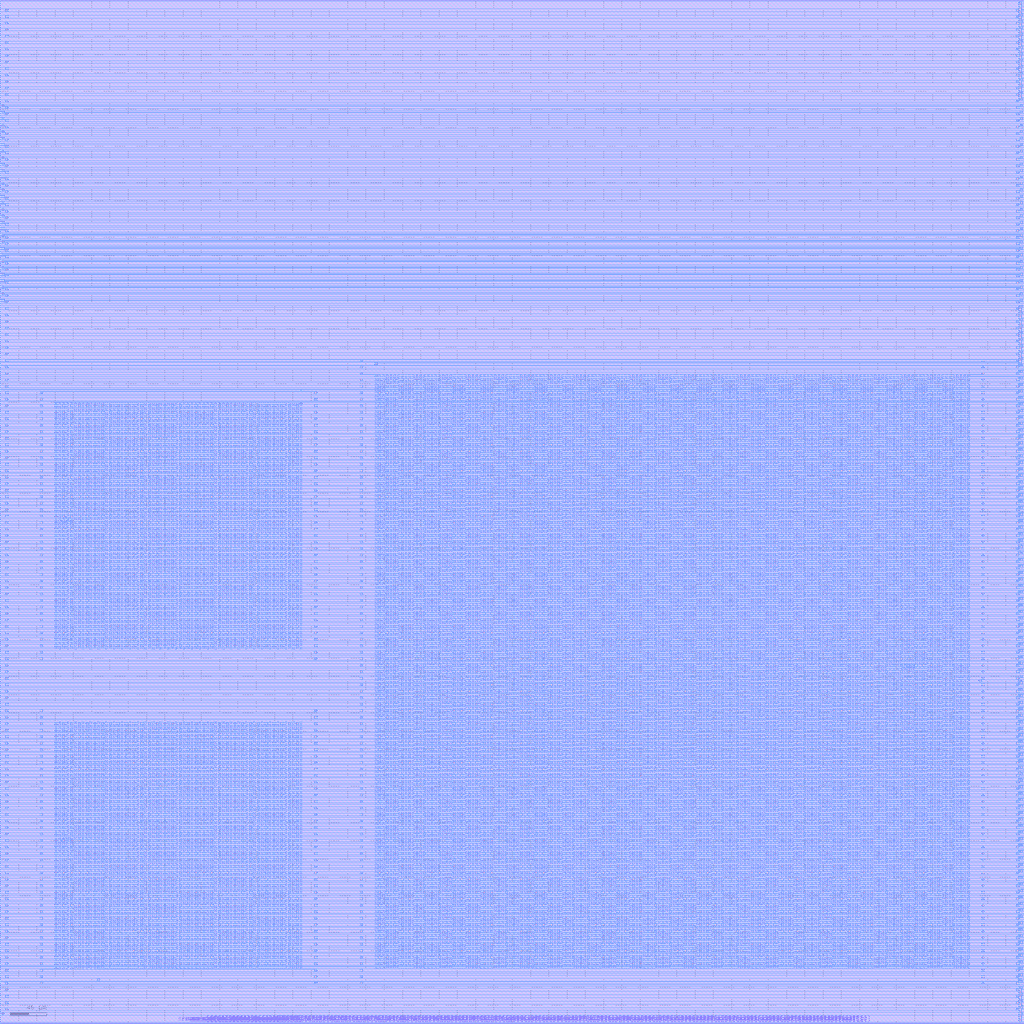
<source format=lef>
##
## LEF for PtnCells ;
## created by Innovus v15.23-s045_1 on Wed Mar 19 22:02:05 2025
##

VERSION 5.8 ;

BUSBITCHARS "[]" ;
DIVIDERCHAR "/" ;

MACRO core
  CLASS BLOCK ;
  SIZE 1120.0000 BY 1120.0000 ;
  FOREIGN core 0.0000 0.0000 ;
  ORIGIN 0 0 ;
  SYMMETRY X Y R90 ;
  PIN clk
    DIRECTION INPUT ;
    USE SIGNAL ;
    PORT
      LAYER M2 ;
        RECT 395.8500 1119.4800 395.9500 1120.0000 ;
    END
  END clk
  PIN sum_out[23]
    DIRECTION OUTPUT ;
    USE SIGNAL ;
    PORT
      LAYER M2 ;
        RECT 194.0500 0.0000 194.1500 0.5200 ;
    END
  END sum_out[23]
  PIN sum_out[22]
    DIRECTION OUTPUT ;
    USE SIGNAL ;
    PORT
      LAYER M2 ;
        RECT 198.0500 0.0000 198.1500 0.5200 ;
    END
  END sum_out[22]
  PIN sum_out[21]
    DIRECTION OUTPUT ;
    USE SIGNAL ;
    PORT
      LAYER M2 ;
        RECT 202.0500 0.0000 202.1500 0.5200 ;
    END
  END sum_out[21]
  PIN sum_out[20]
    DIRECTION OUTPUT ;
    USE SIGNAL ;
    PORT
      LAYER M2 ;
        RECT 206.0500 0.0000 206.1500 0.5200 ;
    END
  END sum_out[20]
  PIN sum_out[19]
    DIRECTION OUTPUT ;
    USE SIGNAL ;
    PORT
      LAYER M2 ;
        RECT 210.0500 0.0000 210.1500 0.5200 ;
    END
  END sum_out[19]
  PIN sum_out[18]
    DIRECTION OUTPUT ;
    USE SIGNAL ;
    PORT
      LAYER M2 ;
        RECT 214.0500 0.0000 214.1500 0.5200 ;
    END
  END sum_out[18]
  PIN sum_out[17]
    DIRECTION OUTPUT ;
    USE SIGNAL ;
    PORT
      LAYER M2 ;
        RECT 218.0500 0.0000 218.1500 0.5200 ;
    END
  END sum_out[17]
  PIN sum_out[16]
    DIRECTION OUTPUT ;
    USE SIGNAL ;
    PORT
      LAYER M2 ;
        RECT 222.0500 0.0000 222.1500 0.5200 ;
    END
  END sum_out[16]
  PIN sum_out[15]
    DIRECTION OUTPUT ;
    USE SIGNAL ;
    PORT
      LAYER M2 ;
        RECT 226.0500 0.0000 226.1500 0.5200 ;
    END
  END sum_out[15]
  PIN sum_out[14]
    DIRECTION OUTPUT ;
    USE SIGNAL ;
    PORT
      LAYER M2 ;
        RECT 230.0500 0.0000 230.1500 0.5200 ;
    END
  END sum_out[14]
  PIN sum_out[13]
    DIRECTION OUTPUT ;
    USE SIGNAL ;
    PORT
      LAYER M2 ;
        RECT 234.0500 0.0000 234.1500 0.5200 ;
    END
  END sum_out[13]
  PIN sum_out[12]
    DIRECTION OUTPUT ;
    USE SIGNAL ;
    PORT
      LAYER M2 ;
        RECT 238.0500 0.0000 238.1500 0.5200 ;
    END
  END sum_out[12]
  PIN sum_out[11]
    DIRECTION OUTPUT ;
    USE SIGNAL ;
    PORT
      LAYER M2 ;
        RECT 242.0500 0.0000 242.1500 0.5200 ;
    END
  END sum_out[11]
  PIN sum_out[10]
    DIRECTION OUTPUT ;
    USE SIGNAL ;
    PORT
      LAYER M2 ;
        RECT 246.0500 0.0000 246.1500 0.5200 ;
    END
  END sum_out[10]
  PIN sum_out[9]
    DIRECTION OUTPUT ;
    USE SIGNAL ;
    PORT
      LAYER M2 ;
        RECT 250.0500 0.0000 250.1500 0.5200 ;
    END
  END sum_out[9]
  PIN sum_out[8]
    DIRECTION OUTPUT ;
    USE SIGNAL ;
    PORT
      LAYER M2 ;
        RECT 254.0500 0.0000 254.1500 0.5200 ;
    END
  END sum_out[8]
  PIN sum_out[7]
    DIRECTION OUTPUT ;
    USE SIGNAL ;
    PORT
      LAYER M2 ;
        RECT 258.0500 0.0000 258.1500 0.5200 ;
    END
  END sum_out[7]
  PIN sum_out[6]
    DIRECTION OUTPUT ;
    USE SIGNAL ;
    PORT
      LAYER M2 ;
        RECT 262.0500 0.0000 262.1500 0.5200 ;
    END
  END sum_out[6]
  PIN sum_out[5]
    DIRECTION OUTPUT ;
    USE SIGNAL ;
    PORT
      LAYER M2 ;
        RECT 266.0500 0.0000 266.1500 0.5200 ;
    END
  END sum_out[5]
  PIN sum_out[4]
    DIRECTION OUTPUT ;
    USE SIGNAL ;
    PORT
      LAYER M2 ;
        RECT 270.0500 0.0000 270.1500 0.5200 ;
    END
  END sum_out[4]
  PIN sum_out[3]
    DIRECTION OUTPUT ;
    USE SIGNAL ;
    PORT
      LAYER M2 ;
        RECT 274.0500 0.0000 274.1500 0.5200 ;
    END
  END sum_out[3]
  PIN sum_out[2]
    DIRECTION OUTPUT ;
    USE SIGNAL ;
    PORT
      LAYER M2 ;
        RECT 278.0500 0.0000 278.1500 0.5200 ;
    END
  END sum_out[2]
  PIN sum_out[1]
    DIRECTION OUTPUT ;
    USE SIGNAL ;
    PORT
      LAYER M2 ;
        RECT 282.0500 0.0000 282.1500 0.5200 ;
    END
  END sum_out[1]
  PIN sum_out[0]
    DIRECTION OUTPUT ;
    USE SIGNAL ;
    PORT
      LAYER M2 ;
        RECT 286.0500 0.0000 286.1500 0.5200 ;
    END
  END sum_out[0]
  PIN mem_in[63]
    DIRECTION INPUT ;
    USE SIGNAL ;
    PORT
      LAYER M2 ;
        RECT 719.8500 1119.4800 719.9500 1120.0000 ;
    END
  END mem_in[63]
  PIN mem_in[62]
    DIRECTION INPUT ;
    USE SIGNAL ;
    PORT
      LAYER M2 ;
        RECT 715.8500 1119.4800 715.9500 1120.0000 ;
    END
  END mem_in[62]
  PIN mem_in[61]
    DIRECTION INPUT ;
    USE SIGNAL ;
    PORT
      LAYER M2 ;
        RECT 711.8500 1119.4800 711.9500 1120.0000 ;
    END
  END mem_in[61]
  PIN mem_in[60]
    DIRECTION INPUT ;
    USE SIGNAL ;
    PORT
      LAYER M2 ;
        RECT 707.8500 1119.4800 707.9500 1120.0000 ;
    END
  END mem_in[60]
  PIN mem_in[59]
    DIRECTION INPUT ;
    USE SIGNAL ;
    PORT
      LAYER M2 ;
        RECT 703.8500 1119.4800 703.9500 1120.0000 ;
    END
  END mem_in[59]
  PIN mem_in[58]
    DIRECTION INPUT ;
    USE SIGNAL ;
    PORT
      LAYER M2 ;
        RECT 699.8500 1119.4800 699.9500 1120.0000 ;
    END
  END mem_in[58]
  PIN mem_in[57]
    DIRECTION INPUT ;
    USE SIGNAL ;
    PORT
      LAYER M2 ;
        RECT 695.8500 1119.4800 695.9500 1120.0000 ;
    END
  END mem_in[57]
  PIN mem_in[56]
    DIRECTION INPUT ;
    USE SIGNAL ;
    PORT
      LAYER M2 ;
        RECT 691.8500 1119.4800 691.9500 1120.0000 ;
    END
  END mem_in[56]
  PIN mem_in[55]
    DIRECTION INPUT ;
    USE SIGNAL ;
    PORT
      LAYER M2 ;
        RECT 687.8500 1119.4800 687.9500 1120.0000 ;
    END
  END mem_in[55]
  PIN mem_in[54]
    DIRECTION INPUT ;
    USE SIGNAL ;
    PORT
      LAYER M2 ;
        RECT 683.8500 1119.4800 683.9500 1120.0000 ;
    END
  END mem_in[54]
  PIN mem_in[53]
    DIRECTION INPUT ;
    USE SIGNAL ;
    PORT
      LAYER M2 ;
        RECT 679.8500 1119.4800 679.9500 1120.0000 ;
    END
  END mem_in[53]
  PIN mem_in[52]
    DIRECTION INPUT ;
    USE SIGNAL ;
    PORT
      LAYER M2 ;
        RECT 675.8500 1119.4800 675.9500 1120.0000 ;
    END
  END mem_in[52]
  PIN mem_in[51]
    DIRECTION INPUT ;
    USE SIGNAL ;
    PORT
      LAYER M2 ;
        RECT 671.8500 1119.4800 671.9500 1120.0000 ;
    END
  END mem_in[51]
  PIN mem_in[50]
    DIRECTION INPUT ;
    USE SIGNAL ;
    PORT
      LAYER M2 ;
        RECT 667.8500 1119.4800 667.9500 1120.0000 ;
    END
  END mem_in[50]
  PIN mem_in[49]
    DIRECTION INPUT ;
    USE SIGNAL ;
    PORT
      LAYER M2 ;
        RECT 663.8500 1119.4800 663.9500 1120.0000 ;
    END
  END mem_in[49]
  PIN mem_in[48]
    DIRECTION INPUT ;
    USE SIGNAL ;
    PORT
      LAYER M2 ;
        RECT 659.8500 1119.4800 659.9500 1120.0000 ;
    END
  END mem_in[48]
  PIN mem_in[47]
    DIRECTION INPUT ;
    USE SIGNAL ;
    PORT
      LAYER M2 ;
        RECT 655.8500 1119.4800 655.9500 1120.0000 ;
    END
  END mem_in[47]
  PIN mem_in[46]
    DIRECTION INPUT ;
    USE SIGNAL ;
    PORT
      LAYER M2 ;
        RECT 651.8500 1119.4800 651.9500 1120.0000 ;
    END
  END mem_in[46]
  PIN mem_in[45]
    DIRECTION INPUT ;
    USE SIGNAL ;
    PORT
      LAYER M2 ;
        RECT 647.8500 1119.4800 647.9500 1120.0000 ;
    END
  END mem_in[45]
  PIN mem_in[44]
    DIRECTION INPUT ;
    USE SIGNAL ;
    PORT
      LAYER M2 ;
        RECT 643.8500 1119.4800 643.9500 1120.0000 ;
    END
  END mem_in[44]
  PIN mem_in[43]
    DIRECTION INPUT ;
    USE SIGNAL ;
    PORT
      LAYER M2 ;
        RECT 639.8500 1119.4800 639.9500 1120.0000 ;
    END
  END mem_in[43]
  PIN mem_in[42]
    DIRECTION INPUT ;
    USE SIGNAL ;
    PORT
      LAYER M2 ;
        RECT 635.8500 1119.4800 635.9500 1120.0000 ;
    END
  END mem_in[42]
  PIN mem_in[41]
    DIRECTION INPUT ;
    USE SIGNAL ;
    PORT
      LAYER M2 ;
        RECT 631.8500 1119.4800 631.9500 1120.0000 ;
    END
  END mem_in[41]
  PIN mem_in[40]
    DIRECTION INPUT ;
    USE SIGNAL ;
    PORT
      LAYER M2 ;
        RECT 627.8500 1119.4800 627.9500 1120.0000 ;
    END
  END mem_in[40]
  PIN mem_in[39]
    DIRECTION INPUT ;
    USE SIGNAL ;
    PORT
      LAYER M2 ;
        RECT 623.8500 1119.4800 623.9500 1120.0000 ;
    END
  END mem_in[39]
  PIN mem_in[38]
    DIRECTION INPUT ;
    USE SIGNAL ;
    PORT
      LAYER M2 ;
        RECT 619.8500 1119.4800 619.9500 1120.0000 ;
    END
  END mem_in[38]
  PIN mem_in[37]
    DIRECTION INPUT ;
    USE SIGNAL ;
    PORT
      LAYER M2 ;
        RECT 615.8500 1119.4800 615.9500 1120.0000 ;
    END
  END mem_in[37]
  PIN mem_in[36]
    DIRECTION INPUT ;
    USE SIGNAL ;
    PORT
      LAYER M2 ;
        RECT 611.8500 1119.4800 611.9500 1120.0000 ;
    END
  END mem_in[36]
  PIN mem_in[35]
    DIRECTION INPUT ;
    USE SIGNAL ;
    PORT
      LAYER M2 ;
        RECT 607.8500 1119.4800 607.9500 1120.0000 ;
    END
  END mem_in[35]
  PIN mem_in[34]
    DIRECTION INPUT ;
    USE SIGNAL ;
    PORT
      LAYER M2 ;
        RECT 603.8500 1119.4800 603.9500 1120.0000 ;
    END
  END mem_in[34]
  PIN mem_in[33]
    DIRECTION INPUT ;
    USE SIGNAL ;
    PORT
      LAYER M2 ;
        RECT 599.8500 1119.4800 599.9500 1120.0000 ;
    END
  END mem_in[33]
  PIN mem_in[32]
    DIRECTION INPUT ;
    USE SIGNAL ;
    PORT
      LAYER M2 ;
        RECT 595.8500 1119.4800 595.9500 1120.0000 ;
    END
  END mem_in[32]
  PIN mem_in[31]
    DIRECTION INPUT ;
    USE SIGNAL ;
    PORT
      LAYER M2 ;
        RECT 591.8500 1119.4800 591.9500 1120.0000 ;
    END
  END mem_in[31]
  PIN mem_in[30]
    DIRECTION INPUT ;
    USE SIGNAL ;
    PORT
      LAYER M2 ;
        RECT 587.8500 1119.4800 587.9500 1120.0000 ;
    END
  END mem_in[30]
  PIN mem_in[29]
    DIRECTION INPUT ;
    USE SIGNAL ;
    PORT
      LAYER M2 ;
        RECT 583.8500 1119.4800 583.9500 1120.0000 ;
    END
  END mem_in[29]
  PIN mem_in[28]
    DIRECTION INPUT ;
    USE SIGNAL ;
    PORT
      LAYER M2 ;
        RECT 579.8500 1119.4800 579.9500 1120.0000 ;
    END
  END mem_in[28]
  PIN mem_in[27]
    DIRECTION INPUT ;
    USE SIGNAL ;
    PORT
      LAYER M2 ;
        RECT 575.8500 1119.4800 575.9500 1120.0000 ;
    END
  END mem_in[27]
  PIN mem_in[26]
    DIRECTION INPUT ;
    USE SIGNAL ;
    PORT
      LAYER M2 ;
        RECT 571.8500 1119.4800 571.9500 1120.0000 ;
    END
  END mem_in[26]
  PIN mem_in[25]
    DIRECTION INPUT ;
    USE SIGNAL ;
    PORT
      LAYER M2 ;
        RECT 567.8500 1119.4800 567.9500 1120.0000 ;
    END
  END mem_in[25]
  PIN mem_in[24]
    DIRECTION INPUT ;
    USE SIGNAL ;
    PORT
      LAYER M2 ;
        RECT 563.8500 1119.4800 563.9500 1120.0000 ;
    END
  END mem_in[24]
  PIN mem_in[23]
    DIRECTION INPUT ;
    USE SIGNAL ;
    PORT
      LAYER M2 ;
        RECT 559.8500 1119.4800 559.9500 1120.0000 ;
    END
  END mem_in[23]
  PIN mem_in[22]
    DIRECTION INPUT ;
    USE SIGNAL ;
    PORT
      LAYER M2 ;
        RECT 555.8500 1119.4800 555.9500 1120.0000 ;
    END
  END mem_in[22]
  PIN mem_in[21]
    DIRECTION INPUT ;
    USE SIGNAL ;
    PORT
      LAYER M2 ;
        RECT 551.8500 1119.4800 551.9500 1120.0000 ;
    END
  END mem_in[21]
  PIN mem_in[20]
    DIRECTION INPUT ;
    USE SIGNAL ;
    PORT
      LAYER M2 ;
        RECT 547.8500 1119.4800 547.9500 1120.0000 ;
    END
  END mem_in[20]
  PIN mem_in[19]
    DIRECTION INPUT ;
    USE SIGNAL ;
    PORT
      LAYER M2 ;
        RECT 543.8500 1119.4800 543.9500 1120.0000 ;
    END
  END mem_in[19]
  PIN mem_in[18]
    DIRECTION INPUT ;
    USE SIGNAL ;
    PORT
      LAYER M2 ;
        RECT 539.8500 1119.4800 539.9500 1120.0000 ;
    END
  END mem_in[18]
  PIN mem_in[17]
    DIRECTION INPUT ;
    USE SIGNAL ;
    PORT
      LAYER M2 ;
        RECT 535.8500 1119.4800 535.9500 1120.0000 ;
    END
  END mem_in[17]
  PIN mem_in[16]
    DIRECTION INPUT ;
    USE SIGNAL ;
    PORT
      LAYER M2 ;
        RECT 531.8500 1119.4800 531.9500 1120.0000 ;
    END
  END mem_in[16]
  PIN mem_in[15]
    DIRECTION INPUT ;
    USE SIGNAL ;
    PORT
      LAYER M2 ;
        RECT 527.8500 1119.4800 527.9500 1120.0000 ;
    END
  END mem_in[15]
  PIN mem_in[14]
    DIRECTION INPUT ;
    USE SIGNAL ;
    PORT
      LAYER M2 ;
        RECT 523.8500 1119.4800 523.9500 1120.0000 ;
    END
  END mem_in[14]
  PIN mem_in[13]
    DIRECTION INPUT ;
    USE SIGNAL ;
    PORT
      LAYER M2 ;
        RECT 519.8500 1119.4800 519.9500 1120.0000 ;
    END
  END mem_in[13]
  PIN mem_in[12]
    DIRECTION INPUT ;
    USE SIGNAL ;
    PORT
      LAYER M2 ;
        RECT 515.8500 1119.4800 515.9500 1120.0000 ;
    END
  END mem_in[12]
  PIN mem_in[11]
    DIRECTION INPUT ;
    USE SIGNAL ;
    PORT
      LAYER M2 ;
        RECT 511.8500 1119.4800 511.9500 1120.0000 ;
    END
  END mem_in[11]
  PIN mem_in[10]
    DIRECTION INPUT ;
    USE SIGNAL ;
    PORT
      LAYER M2 ;
        RECT 507.8500 1119.4800 507.9500 1120.0000 ;
    END
  END mem_in[10]
  PIN mem_in[9]
    DIRECTION INPUT ;
    USE SIGNAL ;
    PORT
      LAYER M2 ;
        RECT 503.8500 1119.4800 503.9500 1120.0000 ;
    END
  END mem_in[9]
  PIN mem_in[8]
    DIRECTION INPUT ;
    USE SIGNAL ;
    PORT
      LAYER M2 ;
        RECT 499.8500 1119.4800 499.9500 1120.0000 ;
    END
  END mem_in[8]
  PIN mem_in[7]
    DIRECTION INPUT ;
    USE SIGNAL ;
    PORT
      LAYER M2 ;
        RECT 495.8500 1119.4800 495.9500 1120.0000 ;
    END
  END mem_in[7]
  PIN mem_in[6]
    DIRECTION INPUT ;
    USE SIGNAL ;
    PORT
      LAYER M2 ;
        RECT 491.8500 1119.4800 491.9500 1120.0000 ;
    END
  END mem_in[6]
  PIN mem_in[5]
    DIRECTION INPUT ;
    USE SIGNAL ;
    PORT
      LAYER M2 ;
        RECT 487.8500 1119.4800 487.9500 1120.0000 ;
    END
  END mem_in[5]
  PIN mem_in[4]
    DIRECTION INPUT ;
    USE SIGNAL ;
    PORT
      LAYER M2 ;
        RECT 483.8500 1119.4800 483.9500 1120.0000 ;
    END
  END mem_in[4]
  PIN mem_in[3]
    DIRECTION INPUT ;
    USE SIGNAL ;
    PORT
      LAYER M2 ;
        RECT 479.8500 1119.4800 479.9500 1120.0000 ;
    END
  END mem_in[3]
  PIN mem_in[2]
    DIRECTION INPUT ;
    USE SIGNAL ;
    PORT
      LAYER M2 ;
        RECT 475.8500 1119.4800 475.9500 1120.0000 ;
    END
  END mem_in[2]
  PIN mem_in[1]
    DIRECTION INPUT ;
    USE SIGNAL ;
    PORT
      LAYER M2 ;
        RECT 471.8500 1119.4800 471.9500 1120.0000 ;
    END
  END mem_in[1]
  PIN mem_in[0]
    DIRECTION INPUT ;
    USE SIGNAL ;
    PORT
      LAYER M2 ;
        RECT 467.8500 1119.4800 467.9500 1120.0000 ;
    END
  END mem_in[0]
  PIN out[159]
    DIRECTION OUTPUT ;
    USE SIGNAL ;
    PORT
      LAYER M2 ;
        RECT 290.0500 0.0000 290.1500 0.5200 ;
    END
  END out[159]
  PIN out[158]
    DIRECTION OUTPUT ;
    USE SIGNAL ;
    PORT
      LAYER M2 ;
        RECT 294.0500 0.0000 294.1500 0.5200 ;
    END
  END out[158]
  PIN out[157]
    DIRECTION OUTPUT ;
    USE SIGNAL ;
    PORT
      LAYER M2 ;
        RECT 298.0500 0.0000 298.1500 0.5200 ;
    END
  END out[157]
  PIN out[156]
    DIRECTION OUTPUT ;
    USE SIGNAL ;
    PORT
      LAYER M2 ;
        RECT 302.0500 0.0000 302.1500 0.5200 ;
    END
  END out[156]
  PIN out[155]
    DIRECTION OUTPUT ;
    USE SIGNAL ;
    PORT
      LAYER M2 ;
        RECT 306.0500 0.0000 306.1500 0.5200 ;
    END
  END out[155]
  PIN out[154]
    DIRECTION OUTPUT ;
    USE SIGNAL ;
    PORT
      LAYER M2 ;
        RECT 310.0500 0.0000 310.1500 0.5200 ;
    END
  END out[154]
  PIN out[153]
    DIRECTION OUTPUT ;
    USE SIGNAL ;
    PORT
      LAYER M2 ;
        RECT 314.0500 0.0000 314.1500 0.5200 ;
    END
  END out[153]
  PIN out[152]
    DIRECTION OUTPUT ;
    USE SIGNAL ;
    PORT
      LAYER M2 ;
        RECT 318.0500 0.0000 318.1500 0.5200 ;
    END
  END out[152]
  PIN out[151]
    DIRECTION OUTPUT ;
    USE SIGNAL ;
    PORT
      LAYER M2 ;
        RECT 322.0500 0.0000 322.1500 0.5200 ;
    END
  END out[151]
  PIN out[150]
    DIRECTION OUTPUT ;
    USE SIGNAL ;
    PORT
      LAYER M2 ;
        RECT 326.0500 0.0000 326.1500 0.5200 ;
    END
  END out[150]
  PIN out[149]
    DIRECTION OUTPUT ;
    USE SIGNAL ;
    PORT
      LAYER M2 ;
        RECT 330.0500 0.0000 330.1500 0.5200 ;
    END
  END out[149]
  PIN out[148]
    DIRECTION OUTPUT ;
    USE SIGNAL ;
    PORT
      LAYER M2 ;
        RECT 334.0500 0.0000 334.1500 0.5200 ;
    END
  END out[148]
  PIN out[147]
    DIRECTION OUTPUT ;
    USE SIGNAL ;
    PORT
      LAYER M2 ;
        RECT 338.0500 0.0000 338.1500 0.5200 ;
    END
  END out[147]
  PIN out[146]
    DIRECTION OUTPUT ;
    USE SIGNAL ;
    PORT
      LAYER M2 ;
        RECT 342.0500 0.0000 342.1500 0.5200 ;
    END
  END out[146]
  PIN out[145]
    DIRECTION OUTPUT ;
    USE SIGNAL ;
    PORT
      LAYER M2 ;
        RECT 346.0500 0.0000 346.1500 0.5200 ;
    END
  END out[145]
  PIN out[144]
    DIRECTION OUTPUT ;
    USE SIGNAL ;
    PORT
      LAYER M2 ;
        RECT 350.0500 0.0000 350.1500 0.5200 ;
    END
  END out[144]
  PIN out[143]
    DIRECTION OUTPUT ;
    USE SIGNAL ;
    PORT
      LAYER M2 ;
        RECT 354.0500 0.0000 354.1500 0.5200 ;
    END
  END out[143]
  PIN out[142]
    DIRECTION OUTPUT ;
    USE SIGNAL ;
    PORT
      LAYER M2 ;
        RECT 358.0500 0.0000 358.1500 0.5200 ;
    END
  END out[142]
  PIN out[141]
    DIRECTION OUTPUT ;
    USE SIGNAL ;
    PORT
      LAYER M2 ;
        RECT 362.0500 0.0000 362.1500 0.5200 ;
    END
  END out[141]
  PIN out[140]
    DIRECTION OUTPUT ;
    USE SIGNAL ;
    PORT
      LAYER M2 ;
        RECT 366.0500 0.0000 366.1500 0.5200 ;
    END
  END out[140]
  PIN out[139]
    DIRECTION OUTPUT ;
    USE SIGNAL ;
    PORT
      LAYER M2 ;
        RECT 370.0500 0.0000 370.1500 0.5200 ;
    END
  END out[139]
  PIN out[138]
    DIRECTION OUTPUT ;
    USE SIGNAL ;
    PORT
      LAYER M2 ;
        RECT 374.0500 0.0000 374.1500 0.5200 ;
    END
  END out[138]
  PIN out[137]
    DIRECTION OUTPUT ;
    USE SIGNAL ;
    PORT
      LAYER M2 ;
        RECT 378.0500 0.0000 378.1500 0.5200 ;
    END
  END out[137]
  PIN out[136]
    DIRECTION OUTPUT ;
    USE SIGNAL ;
    PORT
      LAYER M2 ;
        RECT 382.0500 0.0000 382.1500 0.5200 ;
    END
  END out[136]
  PIN out[135]
    DIRECTION OUTPUT ;
    USE SIGNAL ;
    PORT
      LAYER M2 ;
        RECT 386.0500 0.0000 386.1500 0.5200 ;
    END
  END out[135]
  PIN out[134]
    DIRECTION OUTPUT ;
    USE SIGNAL ;
    PORT
      LAYER M2 ;
        RECT 390.0500 0.0000 390.1500 0.5200 ;
    END
  END out[134]
  PIN out[133]
    DIRECTION OUTPUT ;
    USE SIGNAL ;
    PORT
      LAYER M2 ;
        RECT 394.0500 0.0000 394.1500 0.5200 ;
    END
  END out[133]
  PIN out[132]
    DIRECTION OUTPUT ;
    USE SIGNAL ;
    PORT
      LAYER M2 ;
        RECT 398.0500 0.0000 398.1500 0.5200 ;
    END
  END out[132]
  PIN out[131]
    DIRECTION OUTPUT ;
    USE SIGNAL ;
    PORT
      LAYER M2 ;
        RECT 402.0500 0.0000 402.1500 0.5200 ;
    END
  END out[131]
  PIN out[130]
    DIRECTION OUTPUT ;
    USE SIGNAL ;
    PORT
      LAYER M2 ;
        RECT 406.0500 0.0000 406.1500 0.5200 ;
    END
  END out[130]
  PIN out[129]
    DIRECTION OUTPUT ;
    USE SIGNAL ;
    PORT
      LAYER M2 ;
        RECT 410.0500 0.0000 410.1500 0.5200 ;
    END
  END out[129]
  PIN out[128]
    DIRECTION OUTPUT ;
    USE SIGNAL ;
    PORT
      LAYER M2 ;
        RECT 414.0500 0.0000 414.1500 0.5200 ;
    END
  END out[128]
  PIN out[127]
    DIRECTION OUTPUT ;
    USE SIGNAL ;
    PORT
      LAYER M2 ;
        RECT 418.0500 0.0000 418.1500 0.5200 ;
    END
  END out[127]
  PIN out[126]
    DIRECTION OUTPUT ;
    USE SIGNAL ;
    PORT
      LAYER M2 ;
        RECT 422.0500 0.0000 422.1500 0.5200 ;
    END
  END out[126]
  PIN out[125]
    DIRECTION OUTPUT ;
    USE SIGNAL ;
    PORT
      LAYER M2 ;
        RECT 426.0500 0.0000 426.1500 0.5200 ;
    END
  END out[125]
  PIN out[124]
    DIRECTION OUTPUT ;
    USE SIGNAL ;
    PORT
      LAYER M2 ;
        RECT 430.0500 0.0000 430.1500 0.5200 ;
    END
  END out[124]
  PIN out[123]
    DIRECTION OUTPUT ;
    USE SIGNAL ;
    PORT
      LAYER M2 ;
        RECT 434.0500 0.0000 434.1500 0.5200 ;
    END
  END out[123]
  PIN out[122]
    DIRECTION OUTPUT ;
    USE SIGNAL ;
    PORT
      LAYER M2 ;
        RECT 438.0500 0.0000 438.1500 0.5200 ;
    END
  END out[122]
  PIN out[121]
    DIRECTION OUTPUT ;
    USE SIGNAL ;
    PORT
      LAYER M2 ;
        RECT 442.0500 0.0000 442.1500 0.5200 ;
    END
  END out[121]
  PIN out[120]
    DIRECTION OUTPUT ;
    USE SIGNAL ;
    PORT
      LAYER M2 ;
        RECT 446.0500 0.0000 446.1500 0.5200 ;
    END
  END out[120]
  PIN out[119]
    DIRECTION OUTPUT ;
    USE SIGNAL ;
    PORT
      LAYER M2 ;
        RECT 450.0500 0.0000 450.1500 0.5200 ;
    END
  END out[119]
  PIN out[118]
    DIRECTION OUTPUT ;
    USE SIGNAL ;
    PORT
      LAYER M2 ;
        RECT 454.0500 0.0000 454.1500 0.5200 ;
    END
  END out[118]
  PIN out[117]
    DIRECTION OUTPUT ;
    USE SIGNAL ;
    PORT
      LAYER M2 ;
        RECT 458.0500 0.0000 458.1500 0.5200 ;
    END
  END out[117]
  PIN out[116]
    DIRECTION OUTPUT ;
    USE SIGNAL ;
    PORT
      LAYER M2 ;
        RECT 462.0500 0.0000 462.1500 0.5200 ;
    END
  END out[116]
  PIN out[115]
    DIRECTION OUTPUT ;
    USE SIGNAL ;
    PORT
      LAYER M2 ;
        RECT 466.0500 0.0000 466.1500 0.5200 ;
    END
  END out[115]
  PIN out[114]
    DIRECTION OUTPUT ;
    USE SIGNAL ;
    PORT
      LAYER M2 ;
        RECT 470.0500 0.0000 470.1500 0.5200 ;
    END
  END out[114]
  PIN out[113]
    DIRECTION OUTPUT ;
    USE SIGNAL ;
    PORT
      LAYER M2 ;
        RECT 474.0500 0.0000 474.1500 0.5200 ;
    END
  END out[113]
  PIN out[112]
    DIRECTION OUTPUT ;
    USE SIGNAL ;
    PORT
      LAYER M2 ;
        RECT 478.0500 0.0000 478.1500 0.5200 ;
    END
  END out[112]
  PIN out[111]
    DIRECTION OUTPUT ;
    USE SIGNAL ;
    PORT
      LAYER M2 ;
        RECT 482.0500 0.0000 482.1500 0.5200 ;
    END
  END out[111]
  PIN out[110]
    DIRECTION OUTPUT ;
    USE SIGNAL ;
    PORT
      LAYER M2 ;
        RECT 486.0500 0.0000 486.1500 0.5200 ;
    END
  END out[110]
  PIN out[109]
    DIRECTION OUTPUT ;
    USE SIGNAL ;
    PORT
      LAYER M2 ;
        RECT 490.0500 0.0000 490.1500 0.5200 ;
    END
  END out[109]
  PIN out[108]
    DIRECTION OUTPUT ;
    USE SIGNAL ;
    PORT
      LAYER M2 ;
        RECT 494.0500 0.0000 494.1500 0.5200 ;
    END
  END out[108]
  PIN out[107]
    DIRECTION OUTPUT ;
    USE SIGNAL ;
    PORT
      LAYER M2 ;
        RECT 498.0500 0.0000 498.1500 0.5200 ;
    END
  END out[107]
  PIN out[106]
    DIRECTION OUTPUT ;
    USE SIGNAL ;
    PORT
      LAYER M2 ;
        RECT 502.0500 0.0000 502.1500 0.5200 ;
    END
  END out[106]
  PIN out[105]
    DIRECTION OUTPUT ;
    USE SIGNAL ;
    PORT
      LAYER M2 ;
        RECT 506.0500 0.0000 506.1500 0.5200 ;
    END
  END out[105]
  PIN out[104]
    DIRECTION OUTPUT ;
    USE SIGNAL ;
    PORT
      LAYER M2 ;
        RECT 510.0500 0.0000 510.1500 0.5200 ;
    END
  END out[104]
  PIN out[103]
    DIRECTION OUTPUT ;
    USE SIGNAL ;
    PORT
      LAYER M2 ;
        RECT 514.0500 0.0000 514.1500 0.5200 ;
    END
  END out[103]
  PIN out[102]
    DIRECTION OUTPUT ;
    USE SIGNAL ;
    PORT
      LAYER M2 ;
        RECT 518.0500 0.0000 518.1500 0.5200 ;
    END
  END out[102]
  PIN out[101]
    DIRECTION OUTPUT ;
    USE SIGNAL ;
    PORT
      LAYER M2 ;
        RECT 522.0500 0.0000 522.1500 0.5200 ;
    END
  END out[101]
  PIN out[100]
    DIRECTION OUTPUT ;
    USE SIGNAL ;
    PORT
      LAYER M2 ;
        RECT 526.0500 0.0000 526.1500 0.5200 ;
    END
  END out[100]
  PIN out[99]
    DIRECTION OUTPUT ;
    USE SIGNAL ;
    PORT
      LAYER M2 ;
        RECT 530.0500 0.0000 530.1500 0.5200 ;
    END
  END out[99]
  PIN out[98]
    DIRECTION OUTPUT ;
    USE SIGNAL ;
    PORT
      LAYER M2 ;
        RECT 534.0500 0.0000 534.1500 0.5200 ;
    END
  END out[98]
  PIN out[97]
    DIRECTION OUTPUT ;
    USE SIGNAL ;
    PORT
      LAYER M2 ;
        RECT 538.0500 0.0000 538.1500 0.5200 ;
    END
  END out[97]
  PIN out[96]
    DIRECTION OUTPUT ;
    USE SIGNAL ;
    PORT
      LAYER M2 ;
        RECT 542.0500 0.0000 542.1500 0.5200 ;
    END
  END out[96]
  PIN out[95]
    DIRECTION OUTPUT ;
    USE SIGNAL ;
    PORT
      LAYER M2 ;
        RECT 546.0500 0.0000 546.1500 0.5200 ;
    END
  END out[95]
  PIN out[94]
    DIRECTION OUTPUT ;
    USE SIGNAL ;
    PORT
      LAYER M2 ;
        RECT 550.0500 0.0000 550.1500 0.5200 ;
    END
  END out[94]
  PIN out[93]
    DIRECTION OUTPUT ;
    USE SIGNAL ;
    PORT
      LAYER M2 ;
        RECT 554.0500 0.0000 554.1500 0.5200 ;
    END
  END out[93]
  PIN out[92]
    DIRECTION OUTPUT ;
    USE SIGNAL ;
    PORT
      LAYER M2 ;
        RECT 558.0500 0.0000 558.1500 0.5200 ;
    END
  END out[92]
  PIN out[91]
    DIRECTION OUTPUT ;
    USE SIGNAL ;
    PORT
      LAYER M2 ;
        RECT 562.0500 0.0000 562.1500 0.5200 ;
    END
  END out[91]
  PIN out[90]
    DIRECTION OUTPUT ;
    USE SIGNAL ;
    PORT
      LAYER M2 ;
        RECT 566.0500 0.0000 566.1500 0.5200 ;
    END
  END out[90]
  PIN out[89]
    DIRECTION OUTPUT ;
    USE SIGNAL ;
    PORT
      LAYER M2 ;
        RECT 570.0500 0.0000 570.1500 0.5200 ;
    END
  END out[89]
  PIN out[88]
    DIRECTION OUTPUT ;
    USE SIGNAL ;
    PORT
      LAYER M2 ;
        RECT 574.0500 0.0000 574.1500 0.5200 ;
    END
  END out[88]
  PIN out[87]
    DIRECTION OUTPUT ;
    USE SIGNAL ;
    PORT
      LAYER M2 ;
        RECT 578.0500 0.0000 578.1500 0.5200 ;
    END
  END out[87]
  PIN out[86]
    DIRECTION OUTPUT ;
    USE SIGNAL ;
    PORT
      LAYER M2 ;
        RECT 582.0500 0.0000 582.1500 0.5200 ;
    END
  END out[86]
  PIN out[85]
    DIRECTION OUTPUT ;
    USE SIGNAL ;
    PORT
      LAYER M2 ;
        RECT 586.0500 0.0000 586.1500 0.5200 ;
    END
  END out[85]
  PIN out[84]
    DIRECTION OUTPUT ;
    USE SIGNAL ;
    PORT
      LAYER M2 ;
        RECT 590.0500 0.0000 590.1500 0.5200 ;
    END
  END out[84]
  PIN out[83]
    DIRECTION OUTPUT ;
    USE SIGNAL ;
    PORT
      LAYER M2 ;
        RECT 594.0500 0.0000 594.1500 0.5200 ;
    END
  END out[83]
  PIN out[82]
    DIRECTION OUTPUT ;
    USE SIGNAL ;
    PORT
      LAYER M2 ;
        RECT 598.0500 0.0000 598.1500 0.5200 ;
    END
  END out[82]
  PIN out[81]
    DIRECTION OUTPUT ;
    USE SIGNAL ;
    PORT
      LAYER M2 ;
        RECT 602.0500 0.0000 602.1500 0.5200 ;
    END
  END out[81]
  PIN out[80]
    DIRECTION OUTPUT ;
    USE SIGNAL ;
    PORT
      LAYER M2 ;
        RECT 606.0500 0.0000 606.1500 0.5200 ;
    END
  END out[80]
  PIN out[79]
    DIRECTION OUTPUT ;
    USE SIGNAL ;
    PORT
      LAYER M2 ;
        RECT 610.0500 0.0000 610.1500 0.5200 ;
    END
  END out[79]
  PIN out[78]
    DIRECTION OUTPUT ;
    USE SIGNAL ;
    PORT
      LAYER M2 ;
        RECT 614.0500 0.0000 614.1500 0.5200 ;
    END
  END out[78]
  PIN out[77]
    DIRECTION OUTPUT ;
    USE SIGNAL ;
    PORT
      LAYER M2 ;
        RECT 618.0500 0.0000 618.1500 0.5200 ;
    END
  END out[77]
  PIN out[76]
    DIRECTION OUTPUT ;
    USE SIGNAL ;
    PORT
      LAYER M2 ;
        RECT 622.0500 0.0000 622.1500 0.5200 ;
    END
  END out[76]
  PIN out[75]
    DIRECTION OUTPUT ;
    USE SIGNAL ;
    PORT
      LAYER M2 ;
        RECT 626.0500 0.0000 626.1500 0.5200 ;
    END
  END out[75]
  PIN out[74]
    DIRECTION OUTPUT ;
    USE SIGNAL ;
    PORT
      LAYER M2 ;
        RECT 630.0500 0.0000 630.1500 0.5200 ;
    END
  END out[74]
  PIN out[73]
    DIRECTION OUTPUT ;
    USE SIGNAL ;
    PORT
      LAYER M2 ;
        RECT 634.0500 0.0000 634.1500 0.5200 ;
    END
  END out[73]
  PIN out[72]
    DIRECTION OUTPUT ;
    USE SIGNAL ;
    PORT
      LAYER M2 ;
        RECT 638.0500 0.0000 638.1500 0.5200 ;
    END
  END out[72]
  PIN out[71]
    DIRECTION OUTPUT ;
    USE SIGNAL ;
    PORT
      LAYER M2 ;
        RECT 642.0500 0.0000 642.1500 0.5200 ;
    END
  END out[71]
  PIN out[70]
    DIRECTION OUTPUT ;
    USE SIGNAL ;
    PORT
      LAYER M2 ;
        RECT 646.0500 0.0000 646.1500 0.5200 ;
    END
  END out[70]
  PIN out[69]
    DIRECTION OUTPUT ;
    USE SIGNAL ;
    PORT
      LAYER M2 ;
        RECT 650.0500 0.0000 650.1500 0.5200 ;
    END
  END out[69]
  PIN out[68]
    DIRECTION OUTPUT ;
    USE SIGNAL ;
    PORT
      LAYER M2 ;
        RECT 654.0500 0.0000 654.1500 0.5200 ;
    END
  END out[68]
  PIN out[67]
    DIRECTION OUTPUT ;
    USE SIGNAL ;
    PORT
      LAYER M2 ;
        RECT 658.0500 0.0000 658.1500 0.5200 ;
    END
  END out[67]
  PIN out[66]
    DIRECTION OUTPUT ;
    USE SIGNAL ;
    PORT
      LAYER M2 ;
        RECT 662.0500 0.0000 662.1500 0.5200 ;
    END
  END out[66]
  PIN out[65]
    DIRECTION OUTPUT ;
    USE SIGNAL ;
    PORT
      LAYER M2 ;
        RECT 666.0500 0.0000 666.1500 0.5200 ;
    END
  END out[65]
  PIN out[64]
    DIRECTION OUTPUT ;
    USE SIGNAL ;
    PORT
      LAYER M2 ;
        RECT 670.0500 0.0000 670.1500 0.5200 ;
    END
  END out[64]
  PIN out[63]
    DIRECTION OUTPUT ;
    USE SIGNAL ;
    PORT
      LAYER M2 ;
        RECT 674.0500 0.0000 674.1500 0.5200 ;
    END
  END out[63]
  PIN out[62]
    DIRECTION OUTPUT ;
    USE SIGNAL ;
    PORT
      LAYER M2 ;
        RECT 678.0500 0.0000 678.1500 0.5200 ;
    END
  END out[62]
  PIN out[61]
    DIRECTION OUTPUT ;
    USE SIGNAL ;
    PORT
      LAYER M2 ;
        RECT 682.0500 0.0000 682.1500 0.5200 ;
    END
  END out[61]
  PIN out[60]
    DIRECTION OUTPUT ;
    USE SIGNAL ;
    PORT
      LAYER M2 ;
        RECT 686.0500 0.0000 686.1500 0.5200 ;
    END
  END out[60]
  PIN out[59]
    DIRECTION OUTPUT ;
    USE SIGNAL ;
    PORT
      LAYER M2 ;
        RECT 690.0500 0.0000 690.1500 0.5200 ;
    END
  END out[59]
  PIN out[58]
    DIRECTION OUTPUT ;
    USE SIGNAL ;
    PORT
      LAYER M2 ;
        RECT 694.0500 0.0000 694.1500 0.5200 ;
    END
  END out[58]
  PIN out[57]
    DIRECTION OUTPUT ;
    USE SIGNAL ;
    PORT
      LAYER M2 ;
        RECT 698.0500 0.0000 698.1500 0.5200 ;
    END
  END out[57]
  PIN out[56]
    DIRECTION OUTPUT ;
    USE SIGNAL ;
    PORT
      LAYER M2 ;
        RECT 702.0500 0.0000 702.1500 0.5200 ;
    END
  END out[56]
  PIN out[55]
    DIRECTION OUTPUT ;
    USE SIGNAL ;
    PORT
      LAYER M2 ;
        RECT 706.0500 0.0000 706.1500 0.5200 ;
    END
  END out[55]
  PIN out[54]
    DIRECTION OUTPUT ;
    USE SIGNAL ;
    PORT
      LAYER M2 ;
        RECT 710.0500 0.0000 710.1500 0.5200 ;
    END
  END out[54]
  PIN out[53]
    DIRECTION OUTPUT ;
    USE SIGNAL ;
    PORT
      LAYER M2 ;
        RECT 714.0500 0.0000 714.1500 0.5200 ;
    END
  END out[53]
  PIN out[52]
    DIRECTION OUTPUT ;
    USE SIGNAL ;
    PORT
      LAYER M2 ;
        RECT 718.0500 0.0000 718.1500 0.5200 ;
    END
  END out[52]
  PIN out[51]
    DIRECTION OUTPUT ;
    USE SIGNAL ;
    PORT
      LAYER M2 ;
        RECT 722.0500 0.0000 722.1500 0.5200 ;
    END
  END out[51]
  PIN out[50]
    DIRECTION OUTPUT ;
    USE SIGNAL ;
    PORT
      LAYER M2 ;
        RECT 726.0500 0.0000 726.1500 0.5200 ;
    END
  END out[50]
  PIN out[49]
    DIRECTION OUTPUT ;
    USE SIGNAL ;
    PORT
      LAYER M2 ;
        RECT 730.0500 0.0000 730.1500 0.5200 ;
    END
  END out[49]
  PIN out[48]
    DIRECTION OUTPUT ;
    USE SIGNAL ;
    PORT
      LAYER M2 ;
        RECT 734.0500 0.0000 734.1500 0.5200 ;
    END
  END out[48]
  PIN out[47]
    DIRECTION OUTPUT ;
    USE SIGNAL ;
    PORT
      LAYER M2 ;
        RECT 738.0500 0.0000 738.1500 0.5200 ;
    END
  END out[47]
  PIN out[46]
    DIRECTION OUTPUT ;
    USE SIGNAL ;
    PORT
      LAYER M2 ;
        RECT 742.0500 0.0000 742.1500 0.5200 ;
    END
  END out[46]
  PIN out[45]
    DIRECTION OUTPUT ;
    USE SIGNAL ;
    PORT
      LAYER M2 ;
        RECT 746.0500 0.0000 746.1500 0.5200 ;
    END
  END out[45]
  PIN out[44]
    DIRECTION OUTPUT ;
    USE SIGNAL ;
    PORT
      LAYER M2 ;
        RECT 750.0500 0.0000 750.1500 0.5200 ;
    END
  END out[44]
  PIN out[43]
    DIRECTION OUTPUT ;
    USE SIGNAL ;
    PORT
      LAYER M2 ;
        RECT 754.0500 0.0000 754.1500 0.5200 ;
    END
  END out[43]
  PIN out[42]
    DIRECTION OUTPUT ;
    USE SIGNAL ;
    PORT
      LAYER M2 ;
        RECT 758.0500 0.0000 758.1500 0.5200 ;
    END
  END out[42]
  PIN out[41]
    DIRECTION OUTPUT ;
    USE SIGNAL ;
    PORT
      LAYER M2 ;
        RECT 762.0500 0.0000 762.1500 0.5200 ;
    END
  END out[41]
  PIN out[40]
    DIRECTION OUTPUT ;
    USE SIGNAL ;
    PORT
      LAYER M2 ;
        RECT 766.0500 0.0000 766.1500 0.5200 ;
    END
  END out[40]
  PIN out[39]
    DIRECTION OUTPUT ;
    USE SIGNAL ;
    PORT
      LAYER M2 ;
        RECT 770.0500 0.0000 770.1500 0.5200 ;
    END
  END out[39]
  PIN out[38]
    DIRECTION OUTPUT ;
    USE SIGNAL ;
    PORT
      LAYER M2 ;
        RECT 774.0500 0.0000 774.1500 0.5200 ;
    END
  END out[38]
  PIN out[37]
    DIRECTION OUTPUT ;
    USE SIGNAL ;
    PORT
      LAYER M2 ;
        RECT 778.0500 0.0000 778.1500 0.5200 ;
    END
  END out[37]
  PIN out[36]
    DIRECTION OUTPUT ;
    USE SIGNAL ;
    PORT
      LAYER M2 ;
        RECT 782.0500 0.0000 782.1500 0.5200 ;
    END
  END out[36]
  PIN out[35]
    DIRECTION OUTPUT ;
    USE SIGNAL ;
    PORT
      LAYER M2 ;
        RECT 786.0500 0.0000 786.1500 0.5200 ;
    END
  END out[35]
  PIN out[34]
    DIRECTION OUTPUT ;
    USE SIGNAL ;
    PORT
      LAYER M2 ;
        RECT 790.0500 0.0000 790.1500 0.5200 ;
    END
  END out[34]
  PIN out[33]
    DIRECTION OUTPUT ;
    USE SIGNAL ;
    PORT
      LAYER M2 ;
        RECT 794.0500 0.0000 794.1500 0.5200 ;
    END
  END out[33]
  PIN out[32]
    DIRECTION OUTPUT ;
    USE SIGNAL ;
    PORT
      LAYER M2 ;
        RECT 798.0500 0.0000 798.1500 0.5200 ;
    END
  END out[32]
  PIN out[31]
    DIRECTION OUTPUT ;
    USE SIGNAL ;
    PORT
      LAYER M2 ;
        RECT 802.0500 0.0000 802.1500 0.5200 ;
    END
  END out[31]
  PIN out[30]
    DIRECTION OUTPUT ;
    USE SIGNAL ;
    PORT
      LAYER M2 ;
        RECT 806.0500 0.0000 806.1500 0.5200 ;
    END
  END out[30]
  PIN out[29]
    DIRECTION OUTPUT ;
    USE SIGNAL ;
    PORT
      LAYER M2 ;
        RECT 810.0500 0.0000 810.1500 0.5200 ;
    END
  END out[29]
  PIN out[28]
    DIRECTION OUTPUT ;
    USE SIGNAL ;
    PORT
      LAYER M2 ;
        RECT 814.0500 0.0000 814.1500 0.5200 ;
    END
  END out[28]
  PIN out[27]
    DIRECTION OUTPUT ;
    USE SIGNAL ;
    PORT
      LAYER M2 ;
        RECT 818.0500 0.0000 818.1500 0.5200 ;
    END
  END out[27]
  PIN out[26]
    DIRECTION OUTPUT ;
    USE SIGNAL ;
    PORT
      LAYER M2 ;
        RECT 822.0500 0.0000 822.1500 0.5200 ;
    END
  END out[26]
  PIN out[25]
    DIRECTION OUTPUT ;
    USE SIGNAL ;
    PORT
      LAYER M2 ;
        RECT 826.0500 0.0000 826.1500 0.5200 ;
    END
  END out[25]
  PIN out[24]
    DIRECTION OUTPUT ;
    USE SIGNAL ;
    PORT
      LAYER M2 ;
        RECT 830.0500 0.0000 830.1500 0.5200 ;
    END
  END out[24]
  PIN out[23]
    DIRECTION OUTPUT ;
    USE SIGNAL ;
    PORT
      LAYER M2 ;
        RECT 834.0500 0.0000 834.1500 0.5200 ;
    END
  END out[23]
  PIN out[22]
    DIRECTION OUTPUT ;
    USE SIGNAL ;
    PORT
      LAYER M2 ;
        RECT 838.0500 0.0000 838.1500 0.5200 ;
    END
  END out[22]
  PIN out[21]
    DIRECTION OUTPUT ;
    USE SIGNAL ;
    PORT
      LAYER M2 ;
        RECT 842.0500 0.0000 842.1500 0.5200 ;
    END
  END out[21]
  PIN out[20]
    DIRECTION OUTPUT ;
    USE SIGNAL ;
    PORT
      LAYER M2 ;
        RECT 846.0500 0.0000 846.1500 0.5200 ;
    END
  END out[20]
  PIN out[19]
    DIRECTION OUTPUT ;
    USE SIGNAL ;
    PORT
      LAYER M2 ;
        RECT 850.0500 0.0000 850.1500 0.5200 ;
    END
  END out[19]
  PIN out[18]
    DIRECTION OUTPUT ;
    USE SIGNAL ;
    PORT
      LAYER M2 ;
        RECT 854.0500 0.0000 854.1500 0.5200 ;
    END
  END out[18]
  PIN out[17]
    DIRECTION OUTPUT ;
    USE SIGNAL ;
    PORT
      LAYER M2 ;
        RECT 858.0500 0.0000 858.1500 0.5200 ;
    END
  END out[17]
  PIN out[16]
    DIRECTION OUTPUT ;
    USE SIGNAL ;
    PORT
      LAYER M2 ;
        RECT 862.0500 0.0000 862.1500 0.5200 ;
    END
  END out[16]
  PIN out[15]
    DIRECTION OUTPUT ;
    USE SIGNAL ;
    PORT
      LAYER M2 ;
        RECT 866.0500 0.0000 866.1500 0.5200 ;
    END
  END out[15]
  PIN out[14]
    DIRECTION OUTPUT ;
    USE SIGNAL ;
    PORT
      LAYER M2 ;
        RECT 870.0500 0.0000 870.1500 0.5200 ;
    END
  END out[14]
  PIN out[13]
    DIRECTION OUTPUT ;
    USE SIGNAL ;
    PORT
      LAYER M2 ;
        RECT 874.0500 0.0000 874.1500 0.5200 ;
    END
  END out[13]
  PIN out[12]
    DIRECTION OUTPUT ;
    USE SIGNAL ;
    PORT
      LAYER M2 ;
        RECT 878.0500 0.0000 878.1500 0.5200 ;
    END
  END out[12]
  PIN out[11]
    DIRECTION OUTPUT ;
    USE SIGNAL ;
    PORT
      LAYER M2 ;
        RECT 882.0500 0.0000 882.1500 0.5200 ;
    END
  END out[11]
  PIN out[10]
    DIRECTION OUTPUT ;
    USE SIGNAL ;
    PORT
      LAYER M2 ;
        RECT 886.0500 0.0000 886.1500 0.5200 ;
    END
  END out[10]
  PIN out[9]
    DIRECTION OUTPUT ;
    USE SIGNAL ;
    PORT
      LAYER M2 ;
        RECT 890.0500 0.0000 890.1500 0.5200 ;
    END
  END out[9]
  PIN out[8]
    DIRECTION OUTPUT ;
    USE SIGNAL ;
    PORT
      LAYER M2 ;
        RECT 894.0500 0.0000 894.1500 0.5200 ;
    END
  END out[8]
  PIN out[7]
    DIRECTION OUTPUT ;
    USE SIGNAL ;
    PORT
      LAYER M2 ;
        RECT 898.0500 0.0000 898.1500 0.5200 ;
    END
  END out[7]
  PIN out[6]
    DIRECTION OUTPUT ;
    USE SIGNAL ;
    PORT
      LAYER M2 ;
        RECT 902.0500 0.0000 902.1500 0.5200 ;
    END
  END out[6]
  PIN out[5]
    DIRECTION OUTPUT ;
    USE SIGNAL ;
    PORT
      LAYER M2 ;
        RECT 906.0500 0.0000 906.1500 0.5200 ;
    END
  END out[5]
  PIN out[4]
    DIRECTION OUTPUT ;
    USE SIGNAL ;
    PORT
      LAYER M2 ;
        RECT 910.0500 0.0000 910.1500 0.5200 ;
    END
  END out[4]
  PIN out[3]
    DIRECTION OUTPUT ;
    USE SIGNAL ;
    PORT
      LAYER M2 ;
        RECT 914.0500 0.0000 914.1500 0.5200 ;
    END
  END out[3]
  PIN out[2]
    DIRECTION OUTPUT ;
    USE SIGNAL ;
    PORT
      LAYER M2 ;
        RECT 918.0500 0.0000 918.1500 0.5200 ;
    END
  END out[2]
  PIN out[1]
    DIRECTION OUTPUT ;
    USE SIGNAL ;
    PORT
      LAYER M2 ;
        RECT 922.0500 0.0000 922.1500 0.5200 ;
    END
  END out[1]
  PIN out[0]
    DIRECTION OUTPUT ;
    USE SIGNAL ;
    PORT
      LAYER M2 ;
        RECT 926.0500 0.0000 926.1500 0.5200 ;
    END
  END out[0]
  PIN inst[16]
    DIRECTION INPUT ;
    USE SIGNAL ;
    PORT
      LAYER M2 ;
        RECT 463.8500 1119.4800 463.9500 1120.0000 ;
    END
  END inst[16]
  PIN inst[15]
    DIRECTION INPUT ;
    USE SIGNAL ;
    PORT
      LAYER M2 ;
        RECT 459.8500 1119.4800 459.9500 1120.0000 ;
    END
  END inst[15]
  PIN inst[14]
    DIRECTION INPUT ;
    USE SIGNAL ;
    PORT
      LAYER M2 ;
        RECT 455.8500 1119.4800 455.9500 1120.0000 ;
    END
  END inst[14]
  PIN inst[13]
    DIRECTION INPUT ;
    USE SIGNAL ;
    PORT
      LAYER M2 ;
        RECT 451.8500 1119.4800 451.9500 1120.0000 ;
    END
  END inst[13]
  PIN inst[12]
    DIRECTION INPUT ;
    USE SIGNAL ;
    PORT
      LAYER M2 ;
        RECT 447.8500 1119.4800 447.9500 1120.0000 ;
    END
  END inst[12]
  PIN inst[11]
    DIRECTION INPUT ;
    USE SIGNAL ;
    PORT
      LAYER M2 ;
        RECT 443.8500 1119.4800 443.9500 1120.0000 ;
    END
  END inst[11]
  PIN inst[10]
    DIRECTION INPUT ;
    USE SIGNAL ;
    PORT
      LAYER M2 ;
        RECT 439.8500 1119.4800 439.9500 1120.0000 ;
    END
  END inst[10]
  PIN inst[9]
    DIRECTION INPUT ;
    USE SIGNAL ;
    PORT
      LAYER M2 ;
        RECT 435.8500 1119.4800 435.9500 1120.0000 ;
    END
  END inst[9]
  PIN inst[8]
    DIRECTION INPUT ;
    USE SIGNAL ;
    PORT
      LAYER M2 ;
        RECT 431.8500 1119.4800 431.9500 1120.0000 ;
    END
  END inst[8]
  PIN inst[7]
    DIRECTION INPUT ;
    USE SIGNAL ;
    PORT
      LAYER M2 ;
        RECT 427.8500 1119.4800 427.9500 1120.0000 ;
    END
  END inst[7]
  PIN inst[6]
    DIRECTION INPUT ;
    USE SIGNAL ;
    PORT
      LAYER M2 ;
        RECT 423.8500 1119.4800 423.9500 1120.0000 ;
    END
  END inst[6]
  PIN inst[5]
    DIRECTION INPUT ;
    USE SIGNAL ;
    PORT
      LAYER M2 ;
        RECT 419.8500 1119.4800 419.9500 1120.0000 ;
    END
  END inst[5]
  PIN inst[4]
    DIRECTION INPUT ;
    USE SIGNAL ;
    PORT
      LAYER M2 ;
        RECT 415.8500 1119.4800 415.9500 1120.0000 ;
    END
  END inst[4]
  PIN inst[3]
    DIRECTION INPUT ;
    USE SIGNAL ;
    PORT
      LAYER M2 ;
        RECT 411.8500 1119.4800 411.9500 1120.0000 ;
    END
  END inst[3]
  PIN inst[2]
    DIRECTION INPUT ;
    USE SIGNAL ;
    PORT
      LAYER M2 ;
        RECT 407.8500 1119.4800 407.9500 1120.0000 ;
    END
  END inst[2]
  PIN inst[1]
    DIRECTION INPUT ;
    USE SIGNAL ;
    PORT
      LAYER M2 ;
        RECT 403.8500 1119.4800 403.9500 1120.0000 ;
    END
  END inst[1]
  PIN inst[0]
    DIRECTION INPUT ;
    USE SIGNAL ;
    PORT
      LAYER M2 ;
        RECT 399.8500 1119.4800 399.9500 1120.0000 ;
    END
  END inst[0]
  PIN reset
    DIRECTION INPUT ;
    USE SIGNAL ;
    PORT
      LAYER M2 ;
        RECT 723.8500 1119.4800 723.9500 1120.0000 ;
    END
  END reset
  PIN VSS
    DIRECTION INOUT ;
    USE GROUND ;

# P/G power stripe data as pin
    PORT
      LAYER M4 ;
        RECT 68.5150 64.6650 70.5150 66.6650 ;
        RECT 6.0000 15.0000 8.0000 17.0000 ;
        RECT 6.0000 22.0950 8.0000 24.0950 ;
        RECT 6.0000 29.1900 8.0000 31.1900 ;
        RECT 6.0000 43.3800 8.0000 45.3800 ;
        RECT 6.0000 36.2850 8.0000 38.2850 ;
        RECT 6.0000 50.4750 8.0000 52.4750 ;
        RECT 6.0000 57.5700 8.0000 59.5700 ;
        RECT 6.0000 64.6650 8.0000 66.6650 ;
        RECT 44.0000 50.4750 46.0000 52.4750 ;
        RECT 44.0000 44.0000 46.0000 45.3800 ;
        RECT 44.0000 57.5700 46.0000 59.5700 ;
        RECT 44.0000 64.6650 46.0000 66.6650 ;
        RECT 60.0000 64.6650 62.0000 66.6650 ;
        RECT 60.0000 60.0000 62.0000 62.0000 ;
        RECT 77.0300 64.6650 79.0300 66.6650 ;
        RECT 85.5450 64.6650 87.5450 66.6650 ;
        RECT 94.0600 64.6650 96.0600 66.6650 ;
        RECT 102.5750 64.6650 104.5750 66.6650 ;
        RECT 111.0900 64.6650 113.0900 66.6650 ;
        RECT 119.6050 64.6650 121.6050 66.6650 ;
        RECT 128.1200 64.6650 130.1200 66.6650 ;
        RECT 136.6350 64.6650 138.6350 66.6650 ;
        RECT 68.5150 71.7600 70.5150 73.7600 ;
        RECT 68.5150 78.8550 70.5150 80.8550 ;
        RECT 68.5150 85.9500 70.5150 87.9500 ;
        RECT 68.5150 93.0450 70.5150 95.0450 ;
        RECT 68.5150 100.1400 70.5150 102.1400 ;
        RECT 68.5150 107.2350 70.5150 109.2350 ;
        RECT 68.5150 114.3300 70.5150 116.3300 ;
        RECT 68.5150 121.4250 70.5150 123.4250 ;
        RECT 68.5150 128.5200 70.5150 130.5200 ;
        RECT 68.5150 135.6150 70.5150 137.6150 ;
        RECT 6.0000 85.9500 8.0000 87.9500 ;
        RECT 6.0000 78.8550 8.0000 80.8550 ;
        RECT 6.0000 71.7600 8.0000 73.7600 ;
        RECT 6.0000 100.1400 8.0000 102.1400 ;
        RECT 6.0000 93.0450 8.0000 95.0450 ;
        RECT 44.0000 85.9500 46.0000 87.9500 ;
        RECT 60.0000 85.9500 62.0000 87.9500 ;
        RECT 44.0000 78.8550 46.0000 80.8550 ;
        RECT 44.0000 71.7600 46.0000 73.7600 ;
        RECT 60.0000 71.7600 62.0000 73.7600 ;
        RECT 60.0000 78.8550 62.0000 80.8550 ;
        RECT 44.0000 100.1400 46.0000 102.1400 ;
        RECT 44.0000 93.0450 46.0000 95.0450 ;
        RECT 60.0000 93.0450 62.0000 95.0450 ;
        RECT 60.0000 100.1400 62.0000 102.1400 ;
        RECT 6.0000 121.4250 8.0000 123.4250 ;
        RECT 6.0000 107.2350 8.0000 109.2350 ;
        RECT 6.0000 114.3300 8.0000 116.3300 ;
        RECT 6.0000 128.5200 8.0000 130.5200 ;
        RECT 6.0000 135.6150 8.0000 137.6150 ;
        RECT 44.0000 121.4250 46.0000 123.4250 ;
        RECT 60.0000 121.4250 62.0000 123.4250 ;
        RECT 44.0000 107.2350 46.0000 109.2350 ;
        RECT 44.0000 114.3300 46.0000 116.3300 ;
        RECT 60.0000 114.3300 62.0000 116.3300 ;
        RECT 60.0000 107.2350 62.0000 109.2350 ;
        RECT 44.0000 128.5200 46.0000 130.5200 ;
        RECT 44.0000 135.6150 46.0000 137.6150 ;
        RECT 60.0000 135.6150 62.0000 137.6150 ;
        RECT 60.0000 128.5200 62.0000 130.5200 ;
        RECT 77.0300 85.9500 79.0300 87.9500 ;
        RECT 85.5450 85.9500 87.5450 87.9500 ;
        RECT 94.0600 85.9500 96.0600 87.9500 ;
        RECT 102.5750 85.9500 104.5750 87.9500 ;
        RECT 102.5750 78.8550 104.5750 80.8550 ;
        RECT 94.0600 78.8550 96.0600 80.8550 ;
        RECT 85.5450 78.8550 87.5450 80.8550 ;
        RECT 77.0300 78.8550 79.0300 80.8550 ;
        RECT 102.5750 71.7600 104.5750 73.7600 ;
        RECT 94.0600 71.7600 96.0600 73.7600 ;
        RECT 85.5450 71.7600 87.5450 73.7600 ;
        RECT 77.0300 71.7600 79.0300 73.7600 ;
        RECT 77.0300 93.0450 79.0300 95.0450 ;
        RECT 85.5450 93.0450 87.5450 95.0450 ;
        RECT 94.0600 93.0450 96.0600 95.0450 ;
        RECT 102.5750 93.0450 104.5750 95.0450 ;
        RECT 77.0300 100.1400 79.0300 102.1400 ;
        RECT 85.5450 100.1400 87.5450 102.1400 ;
        RECT 94.0600 100.1400 96.0600 102.1400 ;
        RECT 102.5750 100.1400 104.5750 102.1400 ;
        RECT 111.0900 85.9500 113.0900 87.9500 ;
        RECT 119.6050 85.9500 121.6050 87.9500 ;
        RECT 128.1200 85.9500 130.1200 87.9500 ;
        RECT 136.6350 85.9500 138.6350 87.9500 ;
        RECT 136.6350 78.8550 138.6350 80.8550 ;
        RECT 128.1200 78.8550 130.1200 80.8550 ;
        RECT 119.6050 78.8550 121.6050 80.8550 ;
        RECT 111.0900 78.8550 113.0900 80.8550 ;
        RECT 136.6350 71.7600 138.6350 73.7600 ;
        RECT 128.1200 71.7600 130.1200 73.7600 ;
        RECT 119.6050 71.7600 121.6050 73.7600 ;
        RECT 111.0900 71.7600 113.0900 73.7600 ;
        RECT 111.0900 93.0450 113.0900 95.0450 ;
        RECT 119.6050 93.0450 121.6050 95.0450 ;
        RECT 128.1200 93.0450 130.1200 95.0450 ;
        RECT 136.6350 93.0450 138.6350 95.0450 ;
        RECT 111.0900 100.1400 113.0900 102.1400 ;
        RECT 119.6050 100.1400 121.6050 102.1400 ;
        RECT 128.1200 100.1400 130.1200 102.1400 ;
        RECT 136.6350 100.1400 138.6350 102.1400 ;
        RECT 77.0300 121.4250 79.0300 123.4250 ;
        RECT 85.5450 121.4250 87.5450 123.4250 ;
        RECT 94.0600 121.4250 96.0600 123.4250 ;
        RECT 102.5750 121.4250 104.5750 123.4250 ;
        RECT 102.5750 114.3300 104.5750 116.3300 ;
        RECT 94.0600 114.3300 96.0600 116.3300 ;
        RECT 85.5450 114.3300 87.5450 116.3300 ;
        RECT 77.0300 114.3300 79.0300 116.3300 ;
        RECT 102.5750 107.2350 104.5750 109.2350 ;
        RECT 94.0600 107.2350 96.0600 109.2350 ;
        RECT 85.5450 107.2350 87.5450 109.2350 ;
        RECT 77.0300 107.2350 79.0300 109.2350 ;
        RECT 77.0300 128.5200 79.0300 130.5200 ;
        RECT 85.5450 128.5200 87.5450 130.5200 ;
        RECT 94.0600 128.5200 96.0600 130.5200 ;
        RECT 102.5750 128.5200 104.5750 130.5200 ;
        RECT 77.0300 135.6150 79.0300 137.6150 ;
        RECT 85.5450 135.6150 87.5450 137.6150 ;
        RECT 94.0600 135.6150 96.0600 137.6150 ;
        RECT 102.5750 135.6150 104.5750 137.6150 ;
        RECT 111.0900 121.4250 113.0900 123.4250 ;
        RECT 119.6050 121.4250 121.6050 123.4250 ;
        RECT 128.1200 121.4250 130.1200 123.4250 ;
        RECT 136.6350 121.4250 138.6350 123.4250 ;
        RECT 136.6350 114.3300 138.6350 116.3300 ;
        RECT 128.1200 114.3300 130.1200 116.3300 ;
        RECT 119.6050 114.3300 121.6050 116.3300 ;
        RECT 111.0900 114.3300 113.0900 116.3300 ;
        RECT 136.6350 107.2350 138.6350 109.2350 ;
        RECT 128.1200 107.2350 130.1200 109.2350 ;
        RECT 119.6050 107.2350 121.6050 109.2350 ;
        RECT 111.0900 107.2350 113.0900 109.2350 ;
        RECT 111.0900 128.5200 113.0900 130.5200 ;
        RECT 119.6050 128.5200 121.6050 130.5200 ;
        RECT 128.1200 128.5200 130.1200 130.5200 ;
        RECT 136.6350 128.5200 138.6350 130.5200 ;
        RECT 111.0900 135.6150 113.0900 137.6150 ;
        RECT 119.6050 135.6150 121.6050 137.6150 ;
        RECT 128.1200 135.6150 130.1200 137.6150 ;
        RECT 136.6350 135.6150 138.6350 137.6150 ;
        RECT 204.7550 64.6650 206.7550 66.6650 ;
        RECT 196.2400 64.6650 198.2400 66.6650 ;
        RECT 187.7250 64.6650 189.7250 66.6650 ;
        RECT 179.2100 64.6650 181.2100 66.6650 ;
        RECT 170.6950 64.6650 172.6950 66.6650 ;
        RECT 162.1800 64.6650 164.1800 66.6650 ;
        RECT 153.6650 64.6650 155.6650 66.6650 ;
        RECT 145.1500 64.6650 147.1500 66.6650 ;
        RECT 255.8450 64.6650 257.8450 66.6650 ;
        RECT 247.3300 64.6650 249.3300 66.6650 ;
        RECT 238.8150 64.6650 240.8150 66.6650 ;
        RECT 230.3000 64.6650 232.3000 66.6650 ;
        RECT 221.7850 64.6650 223.7850 66.6650 ;
        RECT 213.2700 64.6650 215.2700 66.6650 ;
        RECT 264.3600 64.6650 266.3600 66.6650 ;
        RECT 272.8750 64.6650 274.8750 66.6650 ;
        RECT 145.1500 85.9500 147.1500 87.9500 ;
        RECT 153.6650 85.9500 155.6650 87.9500 ;
        RECT 162.1800 85.9500 164.1800 87.9500 ;
        RECT 170.6950 85.9500 172.6950 87.9500 ;
        RECT 170.6950 78.8550 172.6950 80.8550 ;
        RECT 162.1800 78.8550 164.1800 80.8550 ;
        RECT 153.6650 78.8550 155.6650 80.8550 ;
        RECT 145.1500 78.8550 147.1500 80.8550 ;
        RECT 170.6950 71.7600 172.6950 73.7600 ;
        RECT 162.1800 71.7600 164.1800 73.7600 ;
        RECT 153.6650 71.7600 155.6650 73.7600 ;
        RECT 145.1500 71.7600 147.1500 73.7600 ;
        RECT 145.1500 93.0450 147.1500 95.0450 ;
        RECT 153.6650 93.0450 155.6650 95.0450 ;
        RECT 162.1800 93.0450 164.1800 95.0450 ;
        RECT 170.6950 93.0450 172.6950 95.0450 ;
        RECT 145.1500 100.1400 147.1500 102.1400 ;
        RECT 153.6650 100.1400 155.6650 102.1400 ;
        RECT 162.1800 100.1400 164.1800 102.1400 ;
        RECT 170.6950 100.1400 172.6950 102.1400 ;
        RECT 179.2100 85.9500 181.2100 87.9500 ;
        RECT 187.7250 85.9500 189.7250 87.9500 ;
        RECT 196.2400 85.9500 198.2400 87.9500 ;
        RECT 204.7550 85.9500 206.7550 87.9500 ;
        RECT 204.7550 78.8550 206.7550 80.8550 ;
        RECT 196.2400 78.8550 198.2400 80.8550 ;
        RECT 187.7250 78.8550 189.7250 80.8550 ;
        RECT 179.2100 78.8550 181.2100 80.8550 ;
        RECT 204.7550 71.7600 206.7550 73.7600 ;
        RECT 196.2400 71.7600 198.2400 73.7600 ;
        RECT 187.7250 71.7600 189.7250 73.7600 ;
        RECT 179.2100 71.7600 181.2100 73.7600 ;
        RECT 179.2100 93.0450 181.2100 95.0450 ;
        RECT 187.7250 93.0450 189.7250 95.0450 ;
        RECT 196.2400 93.0450 198.2400 95.0450 ;
        RECT 204.7550 93.0450 206.7550 95.0450 ;
        RECT 179.2100 100.1400 181.2100 102.1400 ;
        RECT 187.7250 100.1400 189.7250 102.1400 ;
        RECT 196.2400 100.1400 198.2400 102.1400 ;
        RECT 204.7550 100.1400 206.7550 102.1400 ;
        RECT 145.1500 121.4250 147.1500 123.4250 ;
        RECT 153.6650 121.4250 155.6650 123.4250 ;
        RECT 162.1800 121.4250 164.1800 123.4250 ;
        RECT 170.6950 121.4250 172.6950 123.4250 ;
        RECT 170.6950 114.3300 172.6950 116.3300 ;
        RECT 162.1800 114.3300 164.1800 116.3300 ;
        RECT 153.6650 114.3300 155.6650 116.3300 ;
        RECT 145.1500 114.3300 147.1500 116.3300 ;
        RECT 170.6950 107.2350 172.6950 109.2350 ;
        RECT 162.1800 107.2350 164.1800 109.2350 ;
        RECT 153.6650 107.2350 155.6650 109.2350 ;
        RECT 145.1500 107.2350 147.1500 109.2350 ;
        RECT 145.1500 128.5200 147.1500 130.5200 ;
        RECT 153.6650 128.5200 155.6650 130.5200 ;
        RECT 162.1800 128.5200 164.1800 130.5200 ;
        RECT 170.6950 128.5200 172.6950 130.5200 ;
        RECT 145.1500 135.6150 147.1500 137.6150 ;
        RECT 153.6650 135.6150 155.6650 137.6150 ;
        RECT 162.1800 135.6150 164.1800 137.6150 ;
        RECT 170.6950 135.6150 172.6950 137.6150 ;
        RECT 179.2100 121.4250 181.2100 123.4250 ;
        RECT 187.7250 121.4250 189.7250 123.4250 ;
        RECT 196.2400 121.4250 198.2400 123.4250 ;
        RECT 204.7550 121.4250 206.7550 123.4250 ;
        RECT 204.7550 114.3300 206.7550 116.3300 ;
        RECT 196.2400 114.3300 198.2400 116.3300 ;
        RECT 187.7250 114.3300 189.7250 116.3300 ;
        RECT 179.2100 114.3300 181.2100 116.3300 ;
        RECT 204.7550 107.2350 206.7550 109.2350 ;
        RECT 196.2400 107.2350 198.2400 109.2350 ;
        RECT 187.7250 107.2350 189.7250 109.2350 ;
        RECT 179.2100 107.2350 181.2100 109.2350 ;
        RECT 179.2100 128.5200 181.2100 130.5200 ;
        RECT 187.7250 128.5200 189.7250 130.5200 ;
        RECT 196.2400 128.5200 198.2400 130.5200 ;
        RECT 204.7550 128.5200 206.7550 130.5200 ;
        RECT 179.2100 135.6150 181.2100 137.6150 ;
        RECT 187.7250 135.6150 189.7250 137.6150 ;
        RECT 196.2400 135.6150 198.2400 137.6150 ;
        RECT 204.7550 135.6150 206.7550 137.6150 ;
        RECT 213.2700 85.9500 215.2700 87.9500 ;
        RECT 221.7850 85.9500 223.7850 87.9500 ;
        RECT 230.3000 85.9500 232.3000 87.9500 ;
        RECT 238.8150 85.9500 240.8150 87.9500 ;
        RECT 238.8150 78.8550 240.8150 80.8550 ;
        RECT 230.3000 78.8550 232.3000 80.8550 ;
        RECT 221.7850 78.8550 223.7850 80.8550 ;
        RECT 213.2700 78.8550 215.2700 80.8550 ;
        RECT 238.8150 71.7600 240.8150 73.7600 ;
        RECT 230.3000 71.7600 232.3000 73.7600 ;
        RECT 221.7850 71.7600 223.7850 73.7600 ;
        RECT 213.2700 71.7600 215.2700 73.7600 ;
        RECT 213.2700 93.0450 215.2700 95.0450 ;
        RECT 221.7850 93.0450 223.7850 95.0450 ;
        RECT 230.3000 93.0450 232.3000 95.0450 ;
        RECT 238.8150 93.0450 240.8150 95.0450 ;
        RECT 213.2700 100.1400 215.2700 102.1400 ;
        RECT 221.7850 100.1400 223.7850 102.1400 ;
        RECT 230.3000 100.1400 232.3000 102.1400 ;
        RECT 238.8150 100.1400 240.8150 102.1400 ;
        RECT 247.3300 85.9500 249.3300 87.9500 ;
        RECT 255.8450 85.9500 257.8450 87.9500 ;
        RECT 264.3600 85.9500 266.3600 87.9500 ;
        RECT 272.8750 85.9500 274.8750 87.9500 ;
        RECT 272.8750 78.8550 274.8750 80.8550 ;
        RECT 264.3600 78.8550 266.3600 80.8550 ;
        RECT 255.8450 78.8550 257.8450 80.8550 ;
        RECT 247.3300 78.8550 249.3300 80.8550 ;
        RECT 272.8750 71.7600 274.8750 73.7600 ;
        RECT 264.3600 71.7600 266.3600 73.7600 ;
        RECT 255.8450 71.7600 257.8450 73.7600 ;
        RECT 247.3300 71.7600 249.3300 73.7600 ;
        RECT 247.3300 93.0450 249.3300 95.0450 ;
        RECT 255.8450 93.0450 257.8450 95.0450 ;
        RECT 264.3600 93.0450 266.3600 95.0450 ;
        RECT 272.8750 93.0450 274.8750 95.0450 ;
        RECT 247.3300 100.1400 249.3300 102.1400 ;
        RECT 255.8450 100.1400 257.8450 102.1400 ;
        RECT 264.3600 100.1400 266.3600 102.1400 ;
        RECT 272.8750 100.1400 274.8750 102.1400 ;
        RECT 213.2700 121.4250 215.2700 123.4250 ;
        RECT 221.7850 121.4250 223.7850 123.4250 ;
        RECT 230.3000 121.4250 232.3000 123.4250 ;
        RECT 238.8150 121.4250 240.8150 123.4250 ;
        RECT 238.8150 114.3300 240.8150 116.3300 ;
        RECT 230.3000 114.3300 232.3000 116.3300 ;
        RECT 221.7850 114.3300 223.7850 116.3300 ;
        RECT 213.2700 114.3300 215.2700 116.3300 ;
        RECT 238.8150 107.2350 240.8150 109.2350 ;
        RECT 230.3000 107.2350 232.3000 109.2350 ;
        RECT 221.7850 107.2350 223.7850 109.2350 ;
        RECT 213.2700 107.2350 215.2700 109.2350 ;
        RECT 213.2700 128.5200 215.2700 130.5200 ;
        RECT 221.7850 128.5200 223.7850 130.5200 ;
        RECT 230.3000 128.5200 232.3000 130.5200 ;
        RECT 238.8150 128.5200 240.8150 130.5200 ;
        RECT 213.2700 135.6150 215.2700 137.6150 ;
        RECT 221.7850 135.6150 223.7850 137.6150 ;
        RECT 230.3000 135.6150 232.3000 137.6150 ;
        RECT 238.8150 135.6150 240.8150 137.6150 ;
        RECT 247.3300 121.4250 249.3300 123.4250 ;
        RECT 255.8450 121.4250 257.8450 123.4250 ;
        RECT 264.3600 121.4250 266.3600 123.4250 ;
        RECT 272.8750 121.4250 274.8750 123.4250 ;
        RECT 272.8750 114.3300 274.8750 116.3300 ;
        RECT 264.3600 114.3300 266.3600 116.3300 ;
        RECT 255.8450 114.3300 257.8450 116.3300 ;
        RECT 247.3300 114.3300 249.3300 116.3300 ;
        RECT 272.8750 107.2350 274.8750 109.2350 ;
        RECT 264.3600 107.2350 266.3600 109.2350 ;
        RECT 255.8450 107.2350 257.8450 109.2350 ;
        RECT 247.3300 107.2350 249.3300 109.2350 ;
        RECT 247.3300 128.5200 249.3300 130.5200 ;
        RECT 255.8450 128.5200 257.8450 130.5200 ;
        RECT 264.3600 128.5200 266.3600 130.5200 ;
        RECT 272.8750 128.5200 274.8750 130.5200 ;
        RECT 247.3300 135.6150 249.3300 137.6150 ;
        RECT 255.8450 135.6150 257.8450 137.6150 ;
        RECT 264.3600 135.6150 266.3600 137.6150 ;
        RECT 272.8750 135.6150 274.8750 137.6150 ;
        RECT 68.5150 142.7100 70.5150 144.7100 ;
        RECT 68.5150 149.8050 70.5150 151.8050 ;
        RECT 68.5150 156.9000 70.5150 158.9000 ;
        RECT 68.5150 163.9950 70.5150 165.9950 ;
        RECT 68.5150 171.0900 70.5150 173.0900 ;
        RECT 68.5150 178.1850 70.5150 180.1850 ;
        RECT 68.5150 185.2800 70.5150 187.2800 ;
        RECT 68.5150 192.3750 70.5150 194.3750 ;
        RECT 68.5150 199.4700 70.5150 201.4700 ;
        RECT 68.5150 206.5650 70.5150 208.5650 ;
        RECT 6.0000 156.9000 8.0000 158.9000 ;
        RECT 6.0000 149.8050 8.0000 151.8050 ;
        RECT 6.0000 142.7100 8.0000 144.7100 ;
        RECT 6.0000 171.0900 8.0000 173.0900 ;
        RECT 6.0000 163.9950 8.0000 165.9950 ;
        RECT 44.0000 156.9000 46.0000 158.9000 ;
        RECT 60.0000 156.9000 62.0000 158.9000 ;
        RECT 44.0000 149.8050 46.0000 151.8050 ;
        RECT 44.0000 142.7100 46.0000 144.7100 ;
        RECT 60.0000 142.7100 62.0000 144.7100 ;
        RECT 60.0000 149.8050 62.0000 151.8050 ;
        RECT 44.0000 171.0900 46.0000 173.0900 ;
        RECT 44.0000 163.9950 46.0000 165.9950 ;
        RECT 60.0000 163.9950 62.0000 165.9950 ;
        RECT 60.0000 171.0900 62.0000 173.0900 ;
        RECT 6.0000 192.3750 8.0000 194.3750 ;
        RECT 6.0000 178.1850 8.0000 180.1850 ;
        RECT 6.0000 185.2800 8.0000 187.2800 ;
        RECT 6.0000 199.4700 8.0000 201.4700 ;
        RECT 6.0000 206.5650 8.0000 208.5650 ;
        RECT 44.0000 192.3750 46.0000 194.3750 ;
        RECT 60.0000 192.3750 62.0000 194.3750 ;
        RECT 44.0000 178.1850 46.0000 180.1850 ;
        RECT 44.0000 185.2800 46.0000 187.2800 ;
        RECT 60.0000 185.2800 62.0000 187.2800 ;
        RECT 60.0000 178.1850 62.0000 180.1850 ;
        RECT 44.0000 199.4700 46.0000 201.4700 ;
        RECT 44.0000 206.5650 46.0000 208.5650 ;
        RECT 60.0000 206.5650 62.0000 208.5650 ;
        RECT 60.0000 199.4700 62.0000 201.4700 ;
        RECT 77.0300 156.9000 79.0300 158.9000 ;
        RECT 85.5450 156.9000 87.5450 158.9000 ;
        RECT 94.0600 156.9000 96.0600 158.9000 ;
        RECT 102.5750 156.9000 104.5750 158.9000 ;
        RECT 102.5750 149.8050 104.5750 151.8050 ;
        RECT 94.0600 149.8050 96.0600 151.8050 ;
        RECT 85.5450 149.8050 87.5450 151.8050 ;
        RECT 77.0300 149.8050 79.0300 151.8050 ;
        RECT 102.5750 142.7100 104.5750 144.7100 ;
        RECT 94.0600 142.7100 96.0600 144.7100 ;
        RECT 85.5450 142.7100 87.5450 144.7100 ;
        RECT 77.0300 142.7100 79.0300 144.7100 ;
        RECT 77.0300 163.9950 79.0300 165.9950 ;
        RECT 85.5450 163.9950 87.5450 165.9950 ;
        RECT 94.0600 163.9950 96.0600 165.9950 ;
        RECT 102.5750 163.9950 104.5750 165.9950 ;
        RECT 77.0300 171.0900 79.0300 173.0900 ;
        RECT 85.5450 171.0900 87.5450 173.0900 ;
        RECT 94.0600 171.0900 96.0600 173.0900 ;
        RECT 102.5750 171.0900 104.5750 173.0900 ;
        RECT 111.0900 156.9000 113.0900 158.9000 ;
        RECT 119.6050 156.9000 121.6050 158.9000 ;
        RECT 128.1200 156.9000 130.1200 158.9000 ;
        RECT 136.6350 156.9000 138.6350 158.9000 ;
        RECT 136.6350 149.8050 138.6350 151.8050 ;
        RECT 128.1200 149.8050 130.1200 151.8050 ;
        RECT 119.6050 149.8050 121.6050 151.8050 ;
        RECT 111.0900 149.8050 113.0900 151.8050 ;
        RECT 136.6350 142.7100 138.6350 144.7100 ;
        RECT 128.1200 142.7100 130.1200 144.7100 ;
        RECT 119.6050 142.7100 121.6050 144.7100 ;
        RECT 111.0900 142.7100 113.0900 144.7100 ;
        RECT 111.0900 163.9950 113.0900 165.9950 ;
        RECT 119.6050 163.9950 121.6050 165.9950 ;
        RECT 128.1200 163.9950 130.1200 165.9950 ;
        RECT 136.6350 163.9950 138.6350 165.9950 ;
        RECT 111.0900 171.0900 113.0900 173.0900 ;
        RECT 119.6050 171.0900 121.6050 173.0900 ;
        RECT 128.1200 171.0900 130.1200 173.0900 ;
        RECT 136.6350 171.0900 138.6350 173.0900 ;
        RECT 77.0300 192.3750 79.0300 194.3750 ;
        RECT 85.5450 192.3750 87.5450 194.3750 ;
        RECT 94.0600 192.3750 96.0600 194.3750 ;
        RECT 102.5750 192.3750 104.5750 194.3750 ;
        RECT 102.5750 185.2800 104.5750 187.2800 ;
        RECT 94.0600 185.2800 96.0600 187.2800 ;
        RECT 85.5450 185.2800 87.5450 187.2800 ;
        RECT 77.0300 185.2800 79.0300 187.2800 ;
        RECT 102.5750 178.1850 104.5750 180.1850 ;
        RECT 94.0600 178.1850 96.0600 180.1850 ;
        RECT 85.5450 178.1850 87.5450 180.1850 ;
        RECT 77.0300 178.1850 79.0300 180.1850 ;
        RECT 77.0300 199.4700 79.0300 201.4700 ;
        RECT 85.5450 199.4700 87.5450 201.4700 ;
        RECT 94.0600 199.4700 96.0600 201.4700 ;
        RECT 102.5750 199.4700 104.5750 201.4700 ;
        RECT 77.0300 206.5650 79.0300 208.5650 ;
        RECT 85.5450 206.5650 87.5450 208.5650 ;
        RECT 94.0600 206.5650 96.0600 208.5650 ;
        RECT 102.5750 206.5650 104.5750 208.5650 ;
        RECT 111.0900 192.3750 113.0900 194.3750 ;
        RECT 119.6050 192.3750 121.6050 194.3750 ;
        RECT 128.1200 192.3750 130.1200 194.3750 ;
        RECT 136.6350 192.3750 138.6350 194.3750 ;
        RECT 136.6350 185.2800 138.6350 187.2800 ;
        RECT 128.1200 185.2800 130.1200 187.2800 ;
        RECT 119.6050 185.2800 121.6050 187.2800 ;
        RECT 111.0900 185.2800 113.0900 187.2800 ;
        RECT 136.6350 178.1850 138.6350 180.1850 ;
        RECT 128.1200 178.1850 130.1200 180.1850 ;
        RECT 119.6050 178.1850 121.6050 180.1850 ;
        RECT 111.0900 178.1850 113.0900 180.1850 ;
        RECT 111.0900 199.4700 113.0900 201.4700 ;
        RECT 119.6050 199.4700 121.6050 201.4700 ;
        RECT 128.1200 199.4700 130.1200 201.4700 ;
        RECT 136.6350 199.4700 138.6350 201.4700 ;
        RECT 111.0900 206.5650 113.0900 208.5650 ;
        RECT 119.6050 206.5650 121.6050 208.5650 ;
        RECT 128.1200 206.5650 130.1200 208.5650 ;
        RECT 136.6350 206.5650 138.6350 208.5650 ;
        RECT 68.5150 213.6600 70.5150 215.6600 ;
        RECT 68.5150 220.7550 70.5150 222.7550 ;
        RECT 68.5150 227.8500 70.5150 229.8500 ;
        RECT 68.5150 234.9450 70.5150 236.9450 ;
        RECT 68.5150 242.0400 70.5150 244.0400 ;
        RECT 68.5150 249.1350 70.5150 251.1350 ;
        RECT 68.5150 256.2300 70.5150 258.2300 ;
        RECT 68.5150 263.3250 70.5150 265.3250 ;
        RECT 68.5150 270.4200 70.5150 272.4200 ;
        RECT 68.5150 277.5150 70.5150 279.5150 ;
        RECT 6.0000 220.7550 8.0000 222.7550 ;
        RECT 6.0000 213.6600 8.0000 215.6600 ;
        RECT 6.0000 234.9450 8.0000 236.9450 ;
        RECT 6.0000 227.8500 8.0000 229.8500 ;
        RECT 6.0000 242.0400 8.0000 244.0400 ;
        RECT 44.0000 220.7550 46.0000 222.7550 ;
        RECT 44.0000 213.6600 46.0000 215.6600 ;
        RECT 60.0000 213.6600 62.0000 215.6600 ;
        RECT 60.0000 220.7550 62.0000 222.7550 ;
        RECT 44.0000 227.8500 46.0000 229.8500 ;
        RECT 44.0000 234.9450 46.0000 236.9450 ;
        RECT 44.0000 242.0400 46.0000 244.0400 ;
        RECT 60.0000 227.8500 62.0000 229.8500 ;
        RECT 60.0000 234.9450 62.0000 236.9450 ;
        RECT 60.0000 242.0400 62.0000 244.0400 ;
        RECT 6.0000 249.1350 8.0000 251.1350 ;
        RECT 6.0000 256.2300 8.0000 258.2300 ;
        RECT 6.0000 270.4200 8.0000 272.4200 ;
        RECT 6.0000 263.3250 8.0000 265.3250 ;
        RECT 6.0000 277.5150 8.0000 279.5150 ;
        RECT 44.0000 249.1350 46.0000 251.1350 ;
        RECT 44.0000 256.2300 46.0000 258.2300 ;
        RECT 60.0000 256.2300 62.0000 258.2300 ;
        RECT 60.0000 249.1350 62.0000 251.1350 ;
        RECT 44.0000 263.3250 46.0000 265.3250 ;
        RECT 44.0000 270.4200 46.0000 272.4200 ;
        RECT 44.0000 277.5150 46.0000 279.5150 ;
        RECT 60.0000 270.4200 62.0000 272.4200 ;
        RECT 60.0000 263.3250 62.0000 265.3250 ;
        RECT 60.0000 277.5150 62.0000 279.5150 ;
        RECT 102.5750 220.7550 104.5750 222.7550 ;
        RECT 94.0600 220.7550 96.0600 222.7550 ;
        RECT 85.5450 220.7550 87.5450 222.7550 ;
        RECT 77.0300 220.7550 79.0300 222.7550 ;
        RECT 102.5750 213.6600 104.5750 215.6600 ;
        RECT 94.0600 213.6600 96.0600 215.6600 ;
        RECT 85.5450 213.6600 87.5450 215.6600 ;
        RECT 77.0300 213.6600 79.0300 215.6600 ;
        RECT 85.5450 227.8500 87.5450 229.8500 ;
        RECT 77.0300 227.8500 79.0300 229.8500 ;
        RECT 94.0600 227.8500 96.0600 229.8500 ;
        RECT 102.5750 227.8500 104.5750 229.8500 ;
        RECT 77.0300 234.9450 79.0300 236.9450 ;
        RECT 85.5450 234.9450 87.5450 236.9450 ;
        RECT 94.0600 234.9450 96.0600 236.9450 ;
        RECT 102.5750 234.9450 104.5750 236.9450 ;
        RECT 77.0300 242.0400 79.0300 244.0400 ;
        RECT 85.5450 242.0400 87.5450 244.0400 ;
        RECT 94.0600 242.0400 96.0600 244.0400 ;
        RECT 102.5750 242.0400 104.5750 244.0400 ;
        RECT 136.6350 220.7550 138.6350 222.7550 ;
        RECT 128.1200 220.7550 130.1200 222.7550 ;
        RECT 119.6050 220.7550 121.6050 222.7550 ;
        RECT 111.0900 220.7550 113.0900 222.7550 ;
        RECT 136.6350 213.6600 138.6350 215.6600 ;
        RECT 128.1200 213.6600 130.1200 215.6600 ;
        RECT 119.6050 213.6600 121.6050 215.6600 ;
        RECT 111.0900 213.6600 113.0900 215.6600 ;
        RECT 119.6050 227.8500 121.6050 229.8500 ;
        RECT 111.0900 227.8500 113.0900 229.8500 ;
        RECT 128.1200 227.8500 130.1200 229.8500 ;
        RECT 136.6350 227.8500 138.6350 229.8500 ;
        RECT 111.0900 234.9450 113.0900 236.9450 ;
        RECT 119.6050 234.9450 121.6050 236.9450 ;
        RECT 128.1200 234.9450 130.1200 236.9450 ;
        RECT 136.6350 234.9450 138.6350 236.9450 ;
        RECT 111.0900 242.0400 113.0900 244.0400 ;
        RECT 119.6050 242.0400 121.6050 244.0400 ;
        RECT 128.1200 242.0400 130.1200 244.0400 ;
        RECT 136.6350 242.0400 138.6350 244.0400 ;
        RECT 102.5750 256.2300 104.5750 258.2300 ;
        RECT 94.0600 256.2300 96.0600 258.2300 ;
        RECT 85.5450 256.2300 87.5450 258.2300 ;
        RECT 77.0300 256.2300 79.0300 258.2300 ;
        RECT 102.5750 249.1350 104.5750 251.1350 ;
        RECT 94.0600 249.1350 96.0600 251.1350 ;
        RECT 85.5450 249.1350 87.5450 251.1350 ;
        RECT 77.0300 249.1350 79.0300 251.1350 ;
        RECT 85.5450 263.3250 87.5450 265.3250 ;
        RECT 77.0300 263.3250 79.0300 265.3250 ;
        RECT 94.0600 263.3250 96.0600 265.3250 ;
        RECT 102.5750 263.3250 104.5750 265.3250 ;
        RECT 77.0300 270.4200 79.0300 272.4200 ;
        RECT 85.5450 270.4200 87.5450 272.4200 ;
        RECT 94.0600 270.4200 96.0600 272.4200 ;
        RECT 102.5750 270.4200 104.5750 272.4200 ;
        RECT 77.0300 277.5150 79.0300 279.5150 ;
        RECT 85.5450 277.5150 87.5450 279.5150 ;
        RECT 94.0600 277.5150 96.0600 279.5150 ;
        RECT 102.5750 277.5150 104.5750 279.5150 ;
        RECT 136.6350 256.2300 138.6350 258.2300 ;
        RECT 128.1200 256.2300 130.1200 258.2300 ;
        RECT 119.6050 256.2300 121.6050 258.2300 ;
        RECT 111.0900 256.2300 113.0900 258.2300 ;
        RECT 136.6350 249.1350 138.6350 251.1350 ;
        RECT 128.1200 249.1350 130.1200 251.1350 ;
        RECT 119.6050 249.1350 121.6050 251.1350 ;
        RECT 111.0900 249.1350 113.0900 251.1350 ;
        RECT 119.6050 263.3250 121.6050 265.3250 ;
        RECT 111.0900 263.3250 113.0900 265.3250 ;
        RECT 128.1200 263.3250 130.1200 265.3250 ;
        RECT 136.6350 263.3250 138.6350 265.3250 ;
        RECT 111.0900 270.4200 113.0900 272.4200 ;
        RECT 119.6050 270.4200 121.6050 272.4200 ;
        RECT 128.1200 270.4200 130.1200 272.4200 ;
        RECT 136.6350 270.4200 138.6350 272.4200 ;
        RECT 111.0900 277.5150 113.0900 279.5150 ;
        RECT 119.6050 277.5150 121.6050 279.5150 ;
        RECT 128.1200 277.5150 130.1200 279.5150 ;
        RECT 136.6350 277.5150 138.6350 279.5150 ;
        RECT 145.1500 156.9000 147.1500 158.9000 ;
        RECT 153.6650 156.9000 155.6650 158.9000 ;
        RECT 162.1800 156.9000 164.1800 158.9000 ;
        RECT 170.6950 156.9000 172.6950 158.9000 ;
        RECT 170.6950 149.8050 172.6950 151.8050 ;
        RECT 162.1800 149.8050 164.1800 151.8050 ;
        RECT 153.6650 149.8050 155.6650 151.8050 ;
        RECT 145.1500 149.8050 147.1500 151.8050 ;
        RECT 170.6950 142.7100 172.6950 144.7100 ;
        RECT 162.1800 142.7100 164.1800 144.7100 ;
        RECT 153.6650 142.7100 155.6650 144.7100 ;
        RECT 145.1500 142.7100 147.1500 144.7100 ;
        RECT 145.1500 163.9950 147.1500 165.9950 ;
        RECT 153.6650 163.9950 155.6650 165.9950 ;
        RECT 162.1800 163.9950 164.1800 165.9950 ;
        RECT 170.6950 163.9950 172.6950 165.9950 ;
        RECT 145.1500 171.0900 147.1500 173.0900 ;
        RECT 153.6650 171.0900 155.6650 173.0900 ;
        RECT 162.1800 171.0900 164.1800 173.0900 ;
        RECT 170.6950 171.0900 172.6950 173.0900 ;
        RECT 179.2100 156.9000 181.2100 158.9000 ;
        RECT 187.7250 156.9000 189.7250 158.9000 ;
        RECT 196.2400 156.9000 198.2400 158.9000 ;
        RECT 204.7550 156.9000 206.7550 158.9000 ;
        RECT 204.7550 149.8050 206.7550 151.8050 ;
        RECT 196.2400 149.8050 198.2400 151.8050 ;
        RECT 187.7250 149.8050 189.7250 151.8050 ;
        RECT 179.2100 149.8050 181.2100 151.8050 ;
        RECT 204.7550 142.7100 206.7550 144.7100 ;
        RECT 196.2400 142.7100 198.2400 144.7100 ;
        RECT 187.7250 142.7100 189.7250 144.7100 ;
        RECT 179.2100 142.7100 181.2100 144.7100 ;
        RECT 179.2100 163.9950 181.2100 165.9950 ;
        RECT 187.7250 163.9950 189.7250 165.9950 ;
        RECT 196.2400 163.9950 198.2400 165.9950 ;
        RECT 204.7550 163.9950 206.7550 165.9950 ;
        RECT 179.2100 171.0900 181.2100 173.0900 ;
        RECT 187.7250 171.0900 189.7250 173.0900 ;
        RECT 196.2400 171.0900 198.2400 173.0900 ;
        RECT 204.7550 171.0900 206.7550 173.0900 ;
        RECT 145.1500 192.3750 147.1500 194.3750 ;
        RECT 153.6650 192.3750 155.6650 194.3750 ;
        RECT 162.1800 192.3750 164.1800 194.3750 ;
        RECT 170.6950 192.3750 172.6950 194.3750 ;
        RECT 170.6950 185.2800 172.6950 187.2800 ;
        RECT 162.1800 185.2800 164.1800 187.2800 ;
        RECT 153.6650 185.2800 155.6650 187.2800 ;
        RECT 145.1500 185.2800 147.1500 187.2800 ;
        RECT 170.6950 178.1850 172.6950 180.1850 ;
        RECT 162.1800 178.1850 164.1800 180.1850 ;
        RECT 153.6650 178.1850 155.6650 180.1850 ;
        RECT 145.1500 178.1850 147.1500 180.1850 ;
        RECT 145.1500 199.4700 147.1500 201.4700 ;
        RECT 153.6650 199.4700 155.6650 201.4700 ;
        RECT 162.1800 199.4700 164.1800 201.4700 ;
        RECT 170.6950 199.4700 172.6950 201.4700 ;
        RECT 145.1500 206.5650 147.1500 208.5650 ;
        RECT 153.6650 206.5650 155.6650 208.5650 ;
        RECT 162.1800 206.5650 164.1800 208.5650 ;
        RECT 170.6950 206.5650 172.6950 208.5650 ;
        RECT 179.2100 192.3750 181.2100 194.3750 ;
        RECT 187.7250 192.3750 189.7250 194.3750 ;
        RECT 196.2400 192.3750 198.2400 194.3750 ;
        RECT 204.7550 192.3750 206.7550 194.3750 ;
        RECT 204.7550 185.2800 206.7550 187.2800 ;
        RECT 196.2400 185.2800 198.2400 187.2800 ;
        RECT 187.7250 185.2800 189.7250 187.2800 ;
        RECT 179.2100 185.2800 181.2100 187.2800 ;
        RECT 204.7550 178.1850 206.7550 180.1850 ;
        RECT 196.2400 178.1850 198.2400 180.1850 ;
        RECT 187.7250 178.1850 189.7250 180.1850 ;
        RECT 179.2100 178.1850 181.2100 180.1850 ;
        RECT 179.2100 199.4700 181.2100 201.4700 ;
        RECT 187.7250 199.4700 189.7250 201.4700 ;
        RECT 196.2400 199.4700 198.2400 201.4700 ;
        RECT 204.7550 199.4700 206.7550 201.4700 ;
        RECT 179.2100 206.5650 181.2100 208.5650 ;
        RECT 187.7250 206.5650 189.7250 208.5650 ;
        RECT 196.2400 206.5650 198.2400 208.5650 ;
        RECT 204.7550 206.5650 206.7550 208.5650 ;
        RECT 213.2700 156.9000 215.2700 158.9000 ;
        RECT 221.7850 156.9000 223.7850 158.9000 ;
        RECT 230.3000 156.9000 232.3000 158.9000 ;
        RECT 238.8150 156.9000 240.8150 158.9000 ;
        RECT 238.8150 149.8050 240.8150 151.8050 ;
        RECT 230.3000 149.8050 232.3000 151.8050 ;
        RECT 221.7850 149.8050 223.7850 151.8050 ;
        RECT 213.2700 149.8050 215.2700 151.8050 ;
        RECT 238.8150 142.7100 240.8150 144.7100 ;
        RECT 230.3000 142.7100 232.3000 144.7100 ;
        RECT 221.7850 142.7100 223.7850 144.7100 ;
        RECT 213.2700 142.7100 215.2700 144.7100 ;
        RECT 213.2700 163.9950 215.2700 165.9950 ;
        RECT 221.7850 163.9950 223.7850 165.9950 ;
        RECT 230.3000 163.9950 232.3000 165.9950 ;
        RECT 238.8150 163.9950 240.8150 165.9950 ;
        RECT 213.2700 171.0900 215.2700 173.0900 ;
        RECT 221.7850 171.0900 223.7850 173.0900 ;
        RECT 230.3000 171.0900 232.3000 173.0900 ;
        RECT 238.8150 171.0900 240.8150 173.0900 ;
        RECT 247.3300 156.9000 249.3300 158.9000 ;
        RECT 255.8450 156.9000 257.8450 158.9000 ;
        RECT 264.3600 156.9000 266.3600 158.9000 ;
        RECT 272.8750 156.9000 274.8750 158.9000 ;
        RECT 272.8750 149.8050 274.8750 151.8050 ;
        RECT 264.3600 149.8050 266.3600 151.8050 ;
        RECT 255.8450 149.8050 257.8450 151.8050 ;
        RECT 247.3300 149.8050 249.3300 151.8050 ;
        RECT 272.8750 142.7100 274.8750 144.7100 ;
        RECT 264.3600 142.7100 266.3600 144.7100 ;
        RECT 255.8450 142.7100 257.8450 144.7100 ;
        RECT 247.3300 142.7100 249.3300 144.7100 ;
        RECT 247.3300 163.9950 249.3300 165.9950 ;
        RECT 255.8450 163.9950 257.8450 165.9950 ;
        RECT 264.3600 163.9950 266.3600 165.9950 ;
        RECT 272.8750 163.9950 274.8750 165.9950 ;
        RECT 247.3300 171.0900 249.3300 173.0900 ;
        RECT 255.8450 171.0900 257.8450 173.0900 ;
        RECT 264.3600 171.0900 266.3600 173.0900 ;
        RECT 272.8750 171.0900 274.8750 173.0900 ;
        RECT 213.2700 192.3750 215.2700 194.3750 ;
        RECT 221.7850 192.3750 223.7850 194.3750 ;
        RECT 230.3000 192.3750 232.3000 194.3750 ;
        RECT 238.8150 192.3750 240.8150 194.3750 ;
        RECT 238.8150 185.2800 240.8150 187.2800 ;
        RECT 230.3000 185.2800 232.3000 187.2800 ;
        RECT 221.7850 185.2800 223.7850 187.2800 ;
        RECT 213.2700 185.2800 215.2700 187.2800 ;
        RECT 238.8150 178.1850 240.8150 180.1850 ;
        RECT 230.3000 178.1850 232.3000 180.1850 ;
        RECT 221.7850 178.1850 223.7850 180.1850 ;
        RECT 213.2700 178.1850 215.2700 180.1850 ;
        RECT 213.2700 199.4700 215.2700 201.4700 ;
        RECT 221.7850 199.4700 223.7850 201.4700 ;
        RECT 230.3000 199.4700 232.3000 201.4700 ;
        RECT 238.8150 199.4700 240.8150 201.4700 ;
        RECT 213.2700 206.5650 215.2700 208.5650 ;
        RECT 221.7850 206.5650 223.7850 208.5650 ;
        RECT 230.3000 206.5650 232.3000 208.5650 ;
        RECT 238.8150 206.5650 240.8150 208.5650 ;
        RECT 247.3300 192.3750 249.3300 194.3750 ;
        RECT 255.8450 192.3750 257.8450 194.3750 ;
        RECT 264.3600 192.3750 266.3600 194.3750 ;
        RECT 272.8750 192.3750 274.8750 194.3750 ;
        RECT 272.8750 185.2800 274.8750 187.2800 ;
        RECT 264.3600 185.2800 266.3600 187.2800 ;
        RECT 255.8450 185.2800 257.8450 187.2800 ;
        RECT 247.3300 185.2800 249.3300 187.2800 ;
        RECT 272.8750 178.1850 274.8750 180.1850 ;
        RECT 264.3600 178.1850 266.3600 180.1850 ;
        RECT 255.8450 178.1850 257.8450 180.1850 ;
        RECT 247.3300 178.1850 249.3300 180.1850 ;
        RECT 247.3300 199.4700 249.3300 201.4700 ;
        RECT 255.8450 199.4700 257.8450 201.4700 ;
        RECT 264.3600 199.4700 266.3600 201.4700 ;
        RECT 272.8750 199.4700 274.8750 201.4700 ;
        RECT 247.3300 206.5650 249.3300 208.5650 ;
        RECT 255.8450 206.5650 257.8450 208.5650 ;
        RECT 264.3600 206.5650 266.3600 208.5650 ;
        RECT 272.8750 206.5650 274.8750 208.5650 ;
        RECT 170.6950 220.7550 172.6950 222.7550 ;
        RECT 162.1800 220.7550 164.1800 222.7550 ;
        RECT 153.6650 220.7550 155.6650 222.7550 ;
        RECT 145.1500 220.7550 147.1500 222.7550 ;
        RECT 170.6950 213.6600 172.6950 215.6600 ;
        RECT 162.1800 213.6600 164.1800 215.6600 ;
        RECT 153.6650 213.6600 155.6650 215.6600 ;
        RECT 145.1500 213.6600 147.1500 215.6600 ;
        RECT 153.6650 227.8500 155.6650 229.8500 ;
        RECT 145.1500 227.8500 147.1500 229.8500 ;
        RECT 162.1800 227.8500 164.1800 229.8500 ;
        RECT 170.6950 227.8500 172.6950 229.8500 ;
        RECT 145.1500 234.9450 147.1500 236.9450 ;
        RECT 153.6650 234.9450 155.6650 236.9450 ;
        RECT 162.1800 234.9450 164.1800 236.9450 ;
        RECT 170.6950 234.9450 172.6950 236.9450 ;
        RECT 145.1500 242.0400 147.1500 244.0400 ;
        RECT 153.6650 242.0400 155.6650 244.0400 ;
        RECT 162.1800 242.0400 164.1800 244.0400 ;
        RECT 170.6950 242.0400 172.6950 244.0400 ;
        RECT 204.7550 220.7550 206.7550 222.7550 ;
        RECT 196.2400 220.7550 198.2400 222.7550 ;
        RECT 187.7250 220.7550 189.7250 222.7550 ;
        RECT 179.2100 220.7550 181.2100 222.7550 ;
        RECT 204.7550 213.6600 206.7550 215.6600 ;
        RECT 196.2400 213.6600 198.2400 215.6600 ;
        RECT 187.7250 213.6600 189.7250 215.6600 ;
        RECT 179.2100 213.6600 181.2100 215.6600 ;
        RECT 187.7250 227.8500 189.7250 229.8500 ;
        RECT 179.2100 227.8500 181.2100 229.8500 ;
        RECT 196.2400 227.8500 198.2400 229.8500 ;
        RECT 204.7550 227.8500 206.7550 229.8500 ;
        RECT 179.2100 234.9450 181.2100 236.9450 ;
        RECT 187.7250 234.9450 189.7250 236.9450 ;
        RECT 196.2400 234.9450 198.2400 236.9450 ;
        RECT 204.7550 234.9450 206.7550 236.9450 ;
        RECT 179.2100 242.0400 181.2100 244.0400 ;
        RECT 187.7250 242.0400 189.7250 244.0400 ;
        RECT 196.2400 242.0400 198.2400 244.0400 ;
        RECT 204.7550 242.0400 206.7550 244.0400 ;
        RECT 170.6950 256.2300 172.6950 258.2300 ;
        RECT 162.1800 256.2300 164.1800 258.2300 ;
        RECT 153.6650 256.2300 155.6650 258.2300 ;
        RECT 145.1500 256.2300 147.1500 258.2300 ;
        RECT 170.6950 249.1350 172.6950 251.1350 ;
        RECT 162.1800 249.1350 164.1800 251.1350 ;
        RECT 153.6650 249.1350 155.6650 251.1350 ;
        RECT 145.1500 249.1350 147.1500 251.1350 ;
        RECT 153.6650 263.3250 155.6650 265.3250 ;
        RECT 145.1500 263.3250 147.1500 265.3250 ;
        RECT 162.1800 263.3250 164.1800 265.3250 ;
        RECT 170.6950 263.3250 172.6950 265.3250 ;
        RECT 145.1500 270.4200 147.1500 272.4200 ;
        RECT 153.6650 270.4200 155.6650 272.4200 ;
        RECT 162.1800 270.4200 164.1800 272.4200 ;
        RECT 170.6950 270.4200 172.6950 272.4200 ;
        RECT 145.1500 277.5150 147.1500 279.5150 ;
        RECT 153.6650 277.5150 155.6650 279.5150 ;
        RECT 162.1800 277.5150 164.1800 279.5150 ;
        RECT 170.6950 277.5150 172.6950 279.5150 ;
        RECT 204.7550 256.2300 206.7550 258.2300 ;
        RECT 196.2400 256.2300 198.2400 258.2300 ;
        RECT 187.7250 256.2300 189.7250 258.2300 ;
        RECT 179.2100 256.2300 181.2100 258.2300 ;
        RECT 204.7550 249.1350 206.7550 251.1350 ;
        RECT 196.2400 249.1350 198.2400 251.1350 ;
        RECT 187.7250 249.1350 189.7250 251.1350 ;
        RECT 179.2100 249.1350 181.2100 251.1350 ;
        RECT 187.7250 263.3250 189.7250 265.3250 ;
        RECT 179.2100 263.3250 181.2100 265.3250 ;
        RECT 196.2400 263.3250 198.2400 265.3250 ;
        RECT 204.7550 263.3250 206.7550 265.3250 ;
        RECT 179.2100 270.4200 181.2100 272.4200 ;
        RECT 187.7250 270.4200 189.7250 272.4200 ;
        RECT 196.2400 270.4200 198.2400 272.4200 ;
        RECT 204.7550 270.4200 206.7550 272.4200 ;
        RECT 179.2100 277.5150 181.2100 279.5150 ;
        RECT 187.7250 277.5150 189.7250 279.5150 ;
        RECT 196.2400 277.5150 198.2400 279.5150 ;
        RECT 204.7550 277.5150 206.7550 279.5150 ;
        RECT 238.8150 220.7550 240.8150 222.7550 ;
        RECT 230.3000 220.7550 232.3000 222.7550 ;
        RECT 221.7850 220.7550 223.7850 222.7550 ;
        RECT 213.2700 220.7550 215.2700 222.7550 ;
        RECT 238.8150 213.6600 240.8150 215.6600 ;
        RECT 230.3000 213.6600 232.3000 215.6600 ;
        RECT 221.7850 213.6600 223.7850 215.6600 ;
        RECT 213.2700 213.6600 215.2700 215.6600 ;
        RECT 221.7850 227.8500 223.7850 229.8500 ;
        RECT 213.2700 227.8500 215.2700 229.8500 ;
        RECT 230.3000 227.8500 232.3000 229.8500 ;
        RECT 238.8150 227.8500 240.8150 229.8500 ;
        RECT 213.2700 234.9450 215.2700 236.9450 ;
        RECT 221.7850 234.9450 223.7850 236.9450 ;
        RECT 230.3000 234.9450 232.3000 236.9450 ;
        RECT 238.8150 234.9450 240.8150 236.9450 ;
        RECT 213.2700 242.0400 215.2700 244.0400 ;
        RECT 221.7850 242.0400 223.7850 244.0400 ;
        RECT 230.3000 242.0400 232.3000 244.0400 ;
        RECT 238.8150 242.0400 240.8150 244.0400 ;
        RECT 272.8750 220.7550 274.8750 222.7550 ;
        RECT 264.3600 220.7550 266.3600 222.7550 ;
        RECT 255.8450 220.7550 257.8450 222.7550 ;
        RECT 247.3300 220.7550 249.3300 222.7550 ;
        RECT 272.8750 213.6600 274.8750 215.6600 ;
        RECT 264.3600 213.6600 266.3600 215.6600 ;
        RECT 255.8450 213.6600 257.8450 215.6600 ;
        RECT 247.3300 213.6600 249.3300 215.6600 ;
        RECT 255.8450 227.8500 257.8450 229.8500 ;
        RECT 247.3300 227.8500 249.3300 229.8500 ;
        RECT 264.3600 227.8500 266.3600 229.8500 ;
        RECT 272.8750 227.8500 274.8750 229.8500 ;
        RECT 247.3300 234.9450 249.3300 236.9450 ;
        RECT 255.8450 234.9450 257.8450 236.9450 ;
        RECT 264.3600 234.9450 266.3600 236.9450 ;
        RECT 272.8750 234.9450 274.8750 236.9450 ;
        RECT 247.3300 242.0400 249.3300 244.0400 ;
        RECT 255.8450 242.0400 257.8450 244.0400 ;
        RECT 264.3600 242.0400 266.3600 244.0400 ;
        RECT 272.8750 242.0400 274.8750 244.0400 ;
        RECT 238.8150 256.2300 240.8150 258.2300 ;
        RECT 230.3000 256.2300 232.3000 258.2300 ;
        RECT 221.7850 256.2300 223.7850 258.2300 ;
        RECT 213.2700 256.2300 215.2700 258.2300 ;
        RECT 238.8150 249.1350 240.8150 251.1350 ;
        RECT 230.3000 249.1350 232.3000 251.1350 ;
        RECT 221.7850 249.1350 223.7850 251.1350 ;
        RECT 213.2700 249.1350 215.2700 251.1350 ;
        RECT 221.7850 263.3250 223.7850 265.3250 ;
        RECT 213.2700 263.3250 215.2700 265.3250 ;
        RECT 230.3000 263.3250 232.3000 265.3250 ;
        RECT 238.8150 263.3250 240.8150 265.3250 ;
        RECT 213.2700 270.4200 215.2700 272.4200 ;
        RECT 221.7850 270.4200 223.7850 272.4200 ;
        RECT 230.3000 270.4200 232.3000 272.4200 ;
        RECT 238.8150 270.4200 240.8150 272.4200 ;
        RECT 213.2700 277.5150 215.2700 279.5150 ;
        RECT 221.7850 277.5150 223.7850 279.5150 ;
        RECT 230.3000 277.5150 232.3000 279.5150 ;
        RECT 238.8150 277.5150 240.8150 279.5150 ;
        RECT 272.8750 256.2300 274.8750 258.2300 ;
        RECT 264.3600 256.2300 266.3600 258.2300 ;
        RECT 255.8450 256.2300 257.8450 258.2300 ;
        RECT 247.3300 256.2300 249.3300 258.2300 ;
        RECT 272.8750 249.1350 274.8750 251.1350 ;
        RECT 264.3600 249.1350 266.3600 251.1350 ;
        RECT 255.8450 249.1350 257.8450 251.1350 ;
        RECT 247.3300 249.1350 249.3300 251.1350 ;
        RECT 255.8450 263.3250 257.8450 265.3250 ;
        RECT 247.3300 263.3250 249.3300 265.3250 ;
        RECT 264.3600 263.3250 266.3600 265.3250 ;
        RECT 272.8750 263.3250 274.8750 265.3250 ;
        RECT 247.3300 270.4200 249.3300 272.4200 ;
        RECT 255.8450 270.4200 257.8450 272.4200 ;
        RECT 264.3600 270.4200 266.3600 272.4200 ;
        RECT 272.8750 270.4200 274.8750 272.4200 ;
        RECT 247.3300 277.5150 249.3300 279.5150 ;
        RECT 255.8450 277.5150 257.8450 279.5150 ;
        RECT 264.3600 277.5150 266.3600 279.5150 ;
        RECT 272.8750 277.5150 274.8750 279.5150 ;
        RECT 281.3900 64.6650 283.3900 66.6650 ;
        RECT 289.9050 64.6650 291.9050 66.6650 ;
        RECT 298.4200 64.6650 300.4200 66.6650 ;
        RECT 306.9350 64.6650 308.9350 66.6650 ;
        RECT 344.0000 44.0000 346.0000 45.3800 ;
        RECT 344.0000 50.4750 346.0000 52.4750 ;
        RECT 323.9650 64.6650 325.9650 66.6650 ;
        RECT 315.4500 64.6650 317.4500 66.6650 ;
        RECT 344.0000 64.6650 346.0000 66.6650 ;
        RECT 344.0000 57.5700 346.0000 59.5700 ;
        RECT 394.0000 50.4750 396.0000 52.4750 ;
        RECT 394.0000 44.0000 396.0000 45.3800 ;
        RECT 394.0000 64.6650 396.0000 66.6650 ;
        RECT 394.0000 57.5700 396.0000 59.5700 ;
        RECT 414.1500 64.6650 416.1500 66.6650 ;
        RECT 281.3900 85.9500 283.3900 87.9500 ;
        RECT 289.9050 85.9500 291.9050 87.9500 ;
        RECT 298.4200 85.9500 300.4200 87.9500 ;
        RECT 306.9350 85.9500 308.9350 87.9500 ;
        RECT 306.9350 78.8550 308.9350 80.8550 ;
        RECT 298.4200 78.8550 300.4200 80.8550 ;
        RECT 289.9050 78.8550 291.9050 80.8550 ;
        RECT 281.3900 78.8550 283.3900 80.8550 ;
        RECT 306.9350 71.7600 308.9350 73.7600 ;
        RECT 298.4200 71.7600 300.4200 73.7600 ;
        RECT 289.9050 71.7600 291.9050 73.7600 ;
        RECT 281.3900 71.7600 283.3900 73.7600 ;
        RECT 281.3900 93.0450 283.3900 95.0450 ;
        RECT 289.9050 93.0450 291.9050 95.0450 ;
        RECT 298.4200 93.0450 300.4200 95.0450 ;
        RECT 306.9350 93.0450 308.9350 95.0450 ;
        RECT 281.3900 100.1400 283.3900 102.1400 ;
        RECT 289.9050 100.1400 291.9050 102.1400 ;
        RECT 298.4200 100.1400 300.4200 102.1400 ;
        RECT 306.9350 100.1400 308.9350 102.1400 ;
        RECT 344.0000 85.9500 346.0000 87.9500 ;
        RECT 315.4500 85.9500 317.4500 87.9500 ;
        RECT 323.9650 85.9500 325.9650 87.9500 ;
        RECT 323.9650 78.8550 325.9650 80.8550 ;
        RECT 315.4500 78.8550 317.4500 80.8550 ;
        RECT 323.9650 71.7600 325.9650 73.7600 ;
        RECT 315.4500 71.7600 317.4500 73.7600 ;
        RECT 344.0000 78.8550 346.0000 80.8550 ;
        RECT 344.0000 71.7600 346.0000 73.7600 ;
        RECT 323.9650 100.1400 325.9650 102.1400 ;
        RECT 315.4500 100.1400 317.4500 102.1400 ;
        RECT 323.9650 93.0450 325.9650 95.0450 ;
        RECT 315.4500 93.0450 317.4500 95.0450 ;
        RECT 344.0000 100.1400 346.0000 102.1400 ;
        RECT 344.0000 93.0450 346.0000 95.0450 ;
        RECT 281.3900 121.4250 283.3900 123.4250 ;
        RECT 289.9050 121.4250 291.9050 123.4250 ;
        RECT 298.4200 121.4250 300.4200 123.4250 ;
        RECT 306.9350 121.4250 308.9350 123.4250 ;
        RECT 306.9350 114.3300 308.9350 116.3300 ;
        RECT 298.4200 114.3300 300.4200 116.3300 ;
        RECT 289.9050 114.3300 291.9050 116.3300 ;
        RECT 281.3900 114.3300 283.3900 116.3300 ;
        RECT 306.9350 107.2350 308.9350 109.2350 ;
        RECT 298.4200 107.2350 300.4200 109.2350 ;
        RECT 289.9050 107.2350 291.9050 109.2350 ;
        RECT 281.3900 107.2350 283.3900 109.2350 ;
        RECT 281.3900 128.5200 283.3900 130.5200 ;
        RECT 289.9050 128.5200 291.9050 130.5200 ;
        RECT 298.4200 128.5200 300.4200 130.5200 ;
        RECT 306.9350 128.5200 308.9350 130.5200 ;
        RECT 281.3900 135.6150 283.3900 137.6150 ;
        RECT 289.9050 135.6150 291.9050 137.6150 ;
        RECT 298.4200 135.6150 300.4200 137.6150 ;
        RECT 306.9350 135.6150 308.9350 137.6150 ;
        RECT 344.0000 121.4250 346.0000 123.4250 ;
        RECT 315.4500 121.4250 317.4500 123.4250 ;
        RECT 323.9650 121.4250 325.9650 123.4250 ;
        RECT 323.9650 114.3300 325.9650 116.3300 ;
        RECT 315.4500 114.3300 317.4500 116.3300 ;
        RECT 323.9650 107.2350 325.9650 109.2350 ;
        RECT 315.4500 107.2350 317.4500 109.2350 ;
        RECT 344.0000 107.2350 346.0000 109.2350 ;
        RECT 344.0000 114.3300 346.0000 116.3300 ;
        RECT 323.9650 128.5200 325.9650 130.5200 ;
        RECT 315.4500 128.5200 317.4500 130.5200 ;
        RECT 315.4500 135.6150 317.4500 137.6150 ;
        RECT 323.9650 135.6150 325.9650 137.6150 ;
        RECT 344.0000 128.5200 346.0000 130.5200 ;
        RECT 344.0000 135.6150 346.0000 137.6150 ;
        RECT 394.0000 85.9500 396.0000 87.9500 ;
        RECT 414.1500 85.9500 416.1500 87.9500 ;
        RECT 394.0000 71.7600 396.0000 73.7600 ;
        RECT 394.0000 78.8550 396.0000 80.8550 ;
        RECT 414.1500 71.7600 416.1500 73.7600 ;
        RECT 414.1500 78.8550 416.1500 80.8550 ;
        RECT 394.0000 93.0450 396.0000 95.0450 ;
        RECT 394.0000 100.1400 396.0000 102.1400 ;
        RECT 414.1500 93.0450 416.1500 95.0450 ;
        RECT 414.1500 100.1400 416.1500 102.1400 ;
        RECT 394.0000 121.4250 396.0000 123.4250 ;
        RECT 414.1500 121.4250 416.1500 123.4250 ;
        RECT 394.0000 114.3300 396.0000 116.3300 ;
        RECT 394.0000 107.2350 396.0000 109.2350 ;
        RECT 414.1500 114.3300 416.1500 116.3300 ;
        RECT 414.1500 107.2350 416.1500 109.2350 ;
        RECT 394.0000 135.6150 396.0000 137.6150 ;
        RECT 394.0000 128.5200 396.0000 130.5200 ;
        RECT 414.1500 135.6150 416.1500 137.6150 ;
        RECT 414.1500 128.5200 416.1500 130.5200 ;
        RECT 487.5000 64.6650 489.5000 66.6650 ;
        RECT 479.3500 64.6650 481.3500 66.6650 ;
        RECT 471.2000 64.6650 473.2000 66.6650 ;
        RECT 463.0500 64.6650 465.0500 66.6650 ;
        RECT 454.9000 64.6650 456.9000 66.6650 ;
        RECT 446.7500 64.6650 448.7500 66.6650 ;
        RECT 438.6000 64.6650 440.6000 66.6650 ;
        RECT 430.4500 64.6650 432.4500 66.6650 ;
        RECT 422.3000 64.6650 424.3000 66.6650 ;
        RECT 520.1000 64.6650 522.1000 66.6650 ;
        RECT 511.9500 64.6650 513.9500 66.6650 ;
        RECT 503.8000 64.6650 505.8000 66.6650 ;
        RECT 495.6500 64.6650 497.6500 66.6650 ;
        RECT 528.2500 64.6650 530.2500 66.6650 ;
        RECT 536.4000 64.6650 538.4000 66.6650 ;
        RECT 544.5500 64.6650 546.5500 66.6650 ;
        RECT 552.7000 64.6650 554.7000 66.6650 ;
        RECT 454.9000 71.7600 456.9000 73.7600 ;
        RECT 454.9000 78.8550 456.9000 80.8550 ;
        RECT 454.9000 85.9500 456.9000 87.9500 ;
        RECT 454.9000 93.0450 456.9000 95.0450 ;
        RECT 454.9000 100.1400 456.9000 102.1400 ;
        RECT 422.3000 85.9500 424.3000 87.9500 ;
        RECT 430.4500 85.9500 432.4500 87.9500 ;
        RECT 438.6000 85.9500 440.6000 87.9500 ;
        RECT 446.7500 85.9500 448.7500 87.9500 ;
        RECT 446.7500 78.8550 448.7500 80.8550 ;
        RECT 438.6000 78.8550 440.6000 80.8550 ;
        RECT 430.4500 78.8550 432.4500 80.8550 ;
        RECT 422.3000 78.8550 424.3000 80.8550 ;
        RECT 446.7500 71.7600 448.7500 73.7600 ;
        RECT 438.6000 71.7600 440.6000 73.7600 ;
        RECT 430.4500 71.7600 432.4500 73.7600 ;
        RECT 422.3000 71.7600 424.3000 73.7600 ;
        RECT 422.3000 93.0450 424.3000 95.0450 ;
        RECT 430.4500 93.0450 432.4500 95.0450 ;
        RECT 438.6000 93.0450 440.6000 95.0450 ;
        RECT 446.7500 93.0450 448.7500 95.0450 ;
        RECT 422.3000 100.1400 424.3000 102.1400 ;
        RECT 430.4500 100.1400 432.4500 102.1400 ;
        RECT 438.6000 100.1400 440.6000 102.1400 ;
        RECT 446.7500 100.1400 448.7500 102.1400 ;
        RECT 463.0500 85.9500 465.0500 87.9500 ;
        RECT 471.2000 85.9500 473.2000 87.9500 ;
        RECT 479.3500 85.9500 481.3500 87.9500 ;
        RECT 487.5000 85.9500 489.5000 87.9500 ;
        RECT 487.5000 78.8550 489.5000 80.8550 ;
        RECT 479.3500 78.8550 481.3500 80.8550 ;
        RECT 471.2000 78.8550 473.2000 80.8550 ;
        RECT 463.0500 78.8550 465.0500 80.8550 ;
        RECT 487.5000 71.7600 489.5000 73.7600 ;
        RECT 479.3500 71.7600 481.3500 73.7600 ;
        RECT 471.2000 71.7600 473.2000 73.7600 ;
        RECT 463.0500 71.7600 465.0500 73.7600 ;
        RECT 463.0500 93.0450 465.0500 95.0450 ;
        RECT 471.2000 93.0450 473.2000 95.0450 ;
        RECT 479.3500 93.0450 481.3500 95.0450 ;
        RECT 487.5000 93.0450 489.5000 95.0450 ;
        RECT 463.0500 100.1400 465.0500 102.1400 ;
        RECT 471.2000 100.1400 473.2000 102.1400 ;
        RECT 479.3500 100.1400 481.3500 102.1400 ;
        RECT 487.5000 100.1400 489.5000 102.1400 ;
        RECT 454.9000 107.2350 456.9000 109.2350 ;
        RECT 454.9000 114.3300 456.9000 116.3300 ;
        RECT 454.9000 121.4250 456.9000 123.4250 ;
        RECT 454.9000 128.5200 456.9000 130.5200 ;
        RECT 454.9000 135.6150 456.9000 137.6150 ;
        RECT 422.3000 121.4250 424.3000 123.4250 ;
        RECT 430.4500 121.4250 432.4500 123.4250 ;
        RECT 438.6000 121.4250 440.6000 123.4250 ;
        RECT 446.7500 121.4250 448.7500 123.4250 ;
        RECT 446.7500 114.3300 448.7500 116.3300 ;
        RECT 438.6000 114.3300 440.6000 116.3300 ;
        RECT 430.4500 114.3300 432.4500 116.3300 ;
        RECT 422.3000 114.3300 424.3000 116.3300 ;
        RECT 446.7500 107.2350 448.7500 109.2350 ;
        RECT 438.6000 107.2350 440.6000 109.2350 ;
        RECT 430.4500 107.2350 432.4500 109.2350 ;
        RECT 422.3000 107.2350 424.3000 109.2350 ;
        RECT 422.3000 128.5200 424.3000 130.5200 ;
        RECT 430.4500 128.5200 432.4500 130.5200 ;
        RECT 438.6000 128.5200 440.6000 130.5200 ;
        RECT 446.7500 128.5200 448.7500 130.5200 ;
        RECT 422.3000 135.6150 424.3000 137.6150 ;
        RECT 430.4500 135.6150 432.4500 137.6150 ;
        RECT 438.6000 135.6150 440.6000 137.6150 ;
        RECT 446.7500 135.6150 448.7500 137.6150 ;
        RECT 463.0500 121.4250 465.0500 123.4250 ;
        RECT 471.2000 121.4250 473.2000 123.4250 ;
        RECT 479.3500 121.4250 481.3500 123.4250 ;
        RECT 487.5000 121.4250 489.5000 123.4250 ;
        RECT 487.5000 114.3300 489.5000 116.3300 ;
        RECT 479.3500 114.3300 481.3500 116.3300 ;
        RECT 471.2000 114.3300 473.2000 116.3300 ;
        RECT 463.0500 114.3300 465.0500 116.3300 ;
        RECT 487.5000 107.2350 489.5000 109.2350 ;
        RECT 479.3500 107.2350 481.3500 109.2350 ;
        RECT 471.2000 107.2350 473.2000 109.2350 ;
        RECT 463.0500 107.2350 465.0500 109.2350 ;
        RECT 463.0500 128.5200 465.0500 130.5200 ;
        RECT 471.2000 128.5200 473.2000 130.5200 ;
        RECT 479.3500 128.5200 481.3500 130.5200 ;
        RECT 487.5000 128.5200 489.5000 130.5200 ;
        RECT 463.0500 135.6150 465.0500 137.6150 ;
        RECT 471.2000 135.6150 473.2000 137.6150 ;
        RECT 479.3500 135.6150 481.3500 137.6150 ;
        RECT 487.5000 135.6150 489.5000 137.6150 ;
        RECT 495.6500 85.9500 497.6500 87.9500 ;
        RECT 503.8000 85.9500 505.8000 87.9500 ;
        RECT 511.9500 85.9500 513.9500 87.9500 ;
        RECT 520.1000 85.9500 522.1000 87.9500 ;
        RECT 520.1000 78.8550 522.1000 80.8550 ;
        RECT 511.9500 78.8550 513.9500 80.8550 ;
        RECT 503.8000 78.8550 505.8000 80.8550 ;
        RECT 495.6500 78.8550 497.6500 80.8550 ;
        RECT 520.1000 71.7600 522.1000 73.7600 ;
        RECT 511.9500 71.7600 513.9500 73.7600 ;
        RECT 503.8000 71.7600 505.8000 73.7600 ;
        RECT 495.6500 71.7600 497.6500 73.7600 ;
        RECT 495.6500 93.0450 497.6500 95.0450 ;
        RECT 503.8000 93.0450 505.8000 95.0450 ;
        RECT 511.9500 93.0450 513.9500 95.0450 ;
        RECT 520.1000 93.0450 522.1000 95.0450 ;
        RECT 495.6500 100.1400 497.6500 102.1400 ;
        RECT 503.8000 100.1400 505.8000 102.1400 ;
        RECT 511.9500 100.1400 513.9500 102.1400 ;
        RECT 520.1000 100.1400 522.1000 102.1400 ;
        RECT 528.2500 85.9500 530.2500 87.9500 ;
        RECT 536.4000 85.9500 538.4000 87.9500 ;
        RECT 544.5500 85.9500 546.5500 87.9500 ;
        RECT 552.7000 85.9500 554.7000 87.9500 ;
        RECT 552.7000 78.8550 554.7000 80.8550 ;
        RECT 544.5500 78.8550 546.5500 80.8550 ;
        RECT 536.4000 78.8550 538.4000 80.8550 ;
        RECT 528.2500 78.8550 530.2500 80.8550 ;
        RECT 552.7000 71.7600 554.7000 73.7600 ;
        RECT 544.5500 71.7600 546.5500 73.7600 ;
        RECT 536.4000 71.7600 538.4000 73.7600 ;
        RECT 528.2500 71.7600 530.2500 73.7600 ;
        RECT 528.2500 93.0450 530.2500 95.0450 ;
        RECT 536.4000 93.0450 538.4000 95.0450 ;
        RECT 544.5500 93.0450 546.5500 95.0450 ;
        RECT 552.7000 93.0450 554.7000 95.0450 ;
        RECT 528.2500 100.1400 530.2500 102.1400 ;
        RECT 536.4000 100.1400 538.4000 102.1400 ;
        RECT 544.5500 100.1400 546.5500 102.1400 ;
        RECT 552.7000 100.1400 554.7000 102.1400 ;
        RECT 495.6500 121.4250 497.6500 123.4250 ;
        RECT 503.8000 121.4250 505.8000 123.4250 ;
        RECT 511.9500 121.4250 513.9500 123.4250 ;
        RECT 520.1000 121.4250 522.1000 123.4250 ;
        RECT 520.1000 114.3300 522.1000 116.3300 ;
        RECT 511.9500 114.3300 513.9500 116.3300 ;
        RECT 503.8000 114.3300 505.8000 116.3300 ;
        RECT 495.6500 114.3300 497.6500 116.3300 ;
        RECT 520.1000 107.2350 522.1000 109.2350 ;
        RECT 511.9500 107.2350 513.9500 109.2350 ;
        RECT 503.8000 107.2350 505.8000 109.2350 ;
        RECT 495.6500 107.2350 497.6500 109.2350 ;
        RECT 495.6500 128.5200 497.6500 130.5200 ;
        RECT 503.8000 128.5200 505.8000 130.5200 ;
        RECT 511.9500 128.5200 513.9500 130.5200 ;
        RECT 520.1000 128.5200 522.1000 130.5200 ;
        RECT 495.6500 135.6150 497.6500 137.6150 ;
        RECT 503.8000 135.6150 505.8000 137.6150 ;
        RECT 511.9500 135.6150 513.9500 137.6150 ;
        RECT 520.1000 135.6150 522.1000 137.6150 ;
        RECT 528.2500 121.4250 530.2500 123.4250 ;
        RECT 536.4000 121.4250 538.4000 123.4250 ;
        RECT 544.5500 121.4250 546.5500 123.4250 ;
        RECT 552.7000 121.4250 554.7000 123.4250 ;
        RECT 552.7000 114.3300 554.7000 116.3300 ;
        RECT 544.5500 114.3300 546.5500 116.3300 ;
        RECT 536.4000 114.3300 538.4000 116.3300 ;
        RECT 528.2500 114.3300 530.2500 116.3300 ;
        RECT 552.7000 107.2350 554.7000 109.2350 ;
        RECT 544.5500 107.2350 546.5500 109.2350 ;
        RECT 536.4000 107.2350 538.4000 109.2350 ;
        RECT 528.2500 107.2350 530.2500 109.2350 ;
        RECT 528.2500 128.5200 530.2500 130.5200 ;
        RECT 536.4000 128.5200 538.4000 130.5200 ;
        RECT 544.5500 128.5200 546.5500 130.5200 ;
        RECT 552.7000 128.5200 554.7000 130.5200 ;
        RECT 528.2500 135.6150 530.2500 137.6150 ;
        RECT 536.4000 135.6150 538.4000 137.6150 ;
        RECT 544.5500 135.6150 546.5500 137.6150 ;
        RECT 552.7000 135.6150 554.7000 137.6150 ;
        RECT 281.3900 156.9000 283.3900 158.9000 ;
        RECT 289.9050 156.9000 291.9050 158.9000 ;
        RECT 298.4200 156.9000 300.4200 158.9000 ;
        RECT 306.9350 156.9000 308.9350 158.9000 ;
        RECT 306.9350 149.8050 308.9350 151.8050 ;
        RECT 298.4200 149.8050 300.4200 151.8050 ;
        RECT 289.9050 149.8050 291.9050 151.8050 ;
        RECT 281.3900 149.8050 283.3900 151.8050 ;
        RECT 306.9350 142.7100 308.9350 144.7100 ;
        RECT 298.4200 142.7100 300.4200 144.7100 ;
        RECT 289.9050 142.7100 291.9050 144.7100 ;
        RECT 281.3900 142.7100 283.3900 144.7100 ;
        RECT 281.3900 163.9950 283.3900 165.9950 ;
        RECT 289.9050 163.9950 291.9050 165.9950 ;
        RECT 298.4200 163.9950 300.4200 165.9950 ;
        RECT 306.9350 163.9950 308.9350 165.9950 ;
        RECT 281.3900 171.0900 283.3900 173.0900 ;
        RECT 289.9050 171.0900 291.9050 173.0900 ;
        RECT 298.4200 171.0900 300.4200 173.0900 ;
        RECT 306.9350 171.0900 308.9350 173.0900 ;
        RECT 344.0000 156.9000 346.0000 158.9000 ;
        RECT 315.4500 156.9000 317.4500 158.9000 ;
        RECT 323.9650 156.9000 325.9650 158.9000 ;
        RECT 323.9650 149.8050 325.9650 151.8050 ;
        RECT 315.4500 149.8050 317.4500 151.8050 ;
        RECT 323.9650 142.7100 325.9650 144.7100 ;
        RECT 315.4500 142.7100 317.4500 144.7100 ;
        RECT 344.0000 142.7100 346.0000 144.7100 ;
        RECT 344.0000 149.8050 346.0000 151.8050 ;
        RECT 323.9650 171.0900 325.9650 173.0900 ;
        RECT 315.4500 171.0900 317.4500 173.0900 ;
        RECT 323.9650 163.9950 325.9650 165.9950 ;
        RECT 315.4500 163.9950 317.4500 165.9950 ;
        RECT 344.0000 163.9950 346.0000 165.9950 ;
        RECT 344.0000 171.0900 346.0000 173.0900 ;
        RECT 281.3900 192.3750 283.3900 194.3750 ;
        RECT 289.9050 192.3750 291.9050 194.3750 ;
        RECT 298.4200 192.3750 300.4200 194.3750 ;
        RECT 306.9350 192.3750 308.9350 194.3750 ;
        RECT 306.9350 185.2800 308.9350 187.2800 ;
        RECT 298.4200 185.2800 300.4200 187.2800 ;
        RECT 289.9050 185.2800 291.9050 187.2800 ;
        RECT 281.3900 185.2800 283.3900 187.2800 ;
        RECT 306.9350 178.1850 308.9350 180.1850 ;
        RECT 298.4200 178.1850 300.4200 180.1850 ;
        RECT 289.9050 178.1850 291.9050 180.1850 ;
        RECT 281.3900 178.1850 283.3900 180.1850 ;
        RECT 281.3900 199.4700 283.3900 201.4700 ;
        RECT 289.9050 199.4700 291.9050 201.4700 ;
        RECT 298.4200 199.4700 300.4200 201.4700 ;
        RECT 306.9350 199.4700 308.9350 201.4700 ;
        RECT 281.3900 206.5650 283.3900 208.5650 ;
        RECT 289.9050 206.5650 291.9050 208.5650 ;
        RECT 298.4200 206.5650 300.4200 208.5650 ;
        RECT 306.9350 206.5650 308.9350 208.5650 ;
        RECT 344.0000 192.3750 346.0000 194.3750 ;
        RECT 315.4500 192.3750 317.4500 194.3750 ;
        RECT 323.9650 192.3750 325.9650 194.3750 ;
        RECT 315.4500 185.2800 317.4500 187.2800 ;
        RECT 323.9650 178.1850 325.9650 180.1850 ;
        RECT 315.4500 178.1850 317.4500 180.1850 ;
        RECT 323.9650 185.2800 325.9650 187.2800 ;
        RECT 344.0000 178.1850 346.0000 180.1850 ;
        RECT 344.0000 185.2800 346.0000 187.2800 ;
        RECT 323.9650 199.4700 325.9650 201.4700 ;
        RECT 315.4500 199.4700 317.4500 201.4700 ;
        RECT 315.4500 206.5650 317.4500 208.5650 ;
        RECT 323.9650 206.5650 325.9650 208.5650 ;
        RECT 344.0000 199.4700 346.0000 201.4700 ;
        RECT 344.0000 206.5650 346.0000 208.5650 ;
        RECT 394.0000 156.9000 396.0000 158.9000 ;
        RECT 414.1500 156.9000 416.1500 158.9000 ;
        RECT 394.0000 142.7100 396.0000 144.7100 ;
        RECT 394.0000 149.8050 396.0000 151.8050 ;
        RECT 414.1500 142.7100 416.1500 144.7100 ;
        RECT 414.1500 149.8050 416.1500 151.8050 ;
        RECT 394.0000 163.9950 396.0000 165.9950 ;
        RECT 394.0000 171.0900 396.0000 173.0900 ;
        RECT 414.1500 163.9950 416.1500 165.9950 ;
        RECT 414.1500 171.0900 416.1500 173.0900 ;
        RECT 394.0000 192.3750 396.0000 194.3750 ;
        RECT 414.1500 192.3750 416.1500 194.3750 ;
        RECT 394.0000 185.2800 396.0000 187.2800 ;
        RECT 394.0000 178.1850 396.0000 180.1850 ;
        RECT 414.1500 185.2800 416.1500 187.2800 ;
        RECT 414.1500 178.1850 416.1500 180.1850 ;
        RECT 394.0000 206.5650 396.0000 208.5650 ;
        RECT 394.0000 199.4700 396.0000 201.4700 ;
        RECT 414.1500 206.5650 416.1500 208.5650 ;
        RECT 414.1500 199.4700 416.1500 201.4700 ;
        RECT 306.9350 220.7550 308.9350 222.7550 ;
        RECT 298.4200 220.7550 300.4200 222.7550 ;
        RECT 289.9050 220.7550 291.9050 222.7550 ;
        RECT 281.3900 220.7550 283.3900 222.7550 ;
        RECT 306.9350 213.6600 308.9350 215.6600 ;
        RECT 298.4200 213.6600 300.4200 215.6600 ;
        RECT 289.9050 213.6600 291.9050 215.6600 ;
        RECT 281.3900 213.6600 283.3900 215.6600 ;
        RECT 289.9050 227.8500 291.9050 229.8500 ;
        RECT 281.3900 227.8500 283.3900 229.8500 ;
        RECT 298.4200 227.8500 300.4200 229.8500 ;
        RECT 306.9350 227.8500 308.9350 229.8500 ;
        RECT 281.3900 234.9450 283.3900 236.9450 ;
        RECT 289.9050 234.9450 291.9050 236.9450 ;
        RECT 298.4200 234.9450 300.4200 236.9450 ;
        RECT 306.9350 234.9450 308.9350 236.9450 ;
        RECT 281.3900 242.0400 283.3900 244.0400 ;
        RECT 289.9050 242.0400 291.9050 244.0400 ;
        RECT 298.4200 242.0400 300.4200 244.0400 ;
        RECT 306.9350 242.0400 308.9350 244.0400 ;
        RECT 323.9650 220.7550 325.9650 222.7550 ;
        RECT 315.4500 220.7550 317.4500 222.7550 ;
        RECT 323.9650 213.6600 325.9650 215.6600 ;
        RECT 315.4500 213.6600 317.4500 215.6600 ;
        RECT 344.0000 213.6600 346.0000 215.6600 ;
        RECT 344.0000 220.7550 346.0000 222.7550 ;
        RECT 315.4500 227.8500 317.4500 229.8500 ;
        RECT 323.9650 227.8500 325.9650 229.8500 ;
        RECT 315.4500 234.9450 317.4500 236.9450 ;
        RECT 323.9650 234.9450 325.9650 236.9450 ;
        RECT 315.4500 242.0400 317.4500 244.0400 ;
        RECT 323.9650 242.0400 325.9650 244.0400 ;
        RECT 344.0000 227.8500 346.0000 229.8500 ;
        RECT 344.0000 234.9450 346.0000 236.9450 ;
        RECT 344.0000 242.0400 346.0000 244.0400 ;
        RECT 306.9350 256.2300 308.9350 258.2300 ;
        RECT 298.4200 256.2300 300.4200 258.2300 ;
        RECT 289.9050 256.2300 291.9050 258.2300 ;
        RECT 281.3900 256.2300 283.3900 258.2300 ;
        RECT 306.9350 249.1350 308.9350 251.1350 ;
        RECT 298.4200 249.1350 300.4200 251.1350 ;
        RECT 289.9050 249.1350 291.9050 251.1350 ;
        RECT 281.3900 249.1350 283.3900 251.1350 ;
        RECT 289.9050 263.3250 291.9050 265.3250 ;
        RECT 281.3900 263.3250 283.3900 265.3250 ;
        RECT 298.4200 263.3250 300.4200 265.3250 ;
        RECT 306.9350 263.3250 308.9350 265.3250 ;
        RECT 281.3900 270.4200 283.3900 272.4200 ;
        RECT 289.9050 270.4200 291.9050 272.4200 ;
        RECT 298.4200 270.4200 300.4200 272.4200 ;
        RECT 306.9350 270.4200 308.9350 272.4200 ;
        RECT 281.3900 277.5150 283.3900 279.5150 ;
        RECT 289.9050 277.5150 291.9050 279.5150 ;
        RECT 298.4200 277.5150 300.4200 279.5150 ;
        RECT 306.9350 277.5150 308.9350 279.5150 ;
        RECT 323.9650 256.2300 325.9650 258.2300 ;
        RECT 315.4500 256.2300 317.4500 258.2300 ;
        RECT 323.9650 249.1350 325.9650 251.1350 ;
        RECT 315.4500 249.1350 317.4500 251.1350 ;
        RECT 344.0000 249.1350 346.0000 251.1350 ;
        RECT 344.0000 256.2300 346.0000 258.2300 ;
        RECT 323.9650 263.3250 325.9650 265.3250 ;
        RECT 315.4500 263.3250 317.4500 265.3250 ;
        RECT 315.4500 270.4200 317.4500 272.4200 ;
        RECT 323.9650 270.4200 325.9650 272.4200 ;
        RECT 315.4500 277.5150 317.4500 279.5150 ;
        RECT 323.9650 277.5150 325.9650 279.5150 ;
        RECT 344.0000 263.3250 346.0000 265.3250 ;
        RECT 344.0000 270.4200 346.0000 272.4200 ;
        RECT 344.0000 277.5150 346.0000 279.5150 ;
        RECT 394.0000 213.6600 396.0000 215.6600 ;
        RECT 394.0000 220.7550 396.0000 222.7550 ;
        RECT 414.1500 213.6600 416.1500 215.6600 ;
        RECT 414.1500 220.7550 416.1500 222.7550 ;
        RECT 394.0000 242.0400 396.0000 244.0400 ;
        RECT 394.0000 234.9450 396.0000 236.9450 ;
        RECT 394.0000 227.8500 396.0000 229.8500 ;
        RECT 414.1500 227.8500 416.1500 229.8500 ;
        RECT 414.1500 234.9450 416.1500 236.9450 ;
        RECT 414.1500 242.0400 416.1500 244.0400 ;
        RECT 394.0000 256.2300 396.0000 258.2300 ;
        RECT 394.0000 249.1350 396.0000 251.1350 ;
        RECT 414.1500 256.2300 416.1500 258.2300 ;
        RECT 414.1500 249.1350 416.1500 251.1350 ;
        RECT 394.0000 277.5150 396.0000 279.5150 ;
        RECT 394.0000 270.4200 396.0000 272.4200 ;
        RECT 394.0000 263.3250 396.0000 265.3250 ;
        RECT 414.1500 270.4200 416.1500 272.4200 ;
        RECT 414.1500 263.3250 416.1500 265.3250 ;
        RECT 414.1500 277.5150 416.1500 279.5150 ;
        RECT 454.9000 142.7100 456.9000 144.7100 ;
        RECT 454.9000 149.8050 456.9000 151.8050 ;
        RECT 454.9000 156.9000 456.9000 158.9000 ;
        RECT 454.9000 163.9950 456.9000 165.9950 ;
        RECT 454.9000 171.0900 456.9000 173.0900 ;
        RECT 422.3000 156.9000 424.3000 158.9000 ;
        RECT 430.4500 156.9000 432.4500 158.9000 ;
        RECT 438.6000 156.9000 440.6000 158.9000 ;
        RECT 446.7500 156.9000 448.7500 158.9000 ;
        RECT 446.7500 149.8050 448.7500 151.8050 ;
        RECT 438.6000 149.8050 440.6000 151.8050 ;
        RECT 430.4500 149.8050 432.4500 151.8050 ;
        RECT 422.3000 149.8050 424.3000 151.8050 ;
        RECT 446.7500 142.7100 448.7500 144.7100 ;
        RECT 438.6000 142.7100 440.6000 144.7100 ;
        RECT 430.4500 142.7100 432.4500 144.7100 ;
        RECT 422.3000 142.7100 424.3000 144.7100 ;
        RECT 422.3000 163.9950 424.3000 165.9950 ;
        RECT 430.4500 163.9950 432.4500 165.9950 ;
        RECT 438.6000 163.9950 440.6000 165.9950 ;
        RECT 446.7500 163.9950 448.7500 165.9950 ;
        RECT 422.3000 171.0900 424.3000 173.0900 ;
        RECT 430.4500 171.0900 432.4500 173.0900 ;
        RECT 438.6000 171.0900 440.6000 173.0900 ;
        RECT 446.7500 171.0900 448.7500 173.0900 ;
        RECT 463.0500 156.9000 465.0500 158.9000 ;
        RECT 471.2000 156.9000 473.2000 158.9000 ;
        RECT 479.3500 156.9000 481.3500 158.9000 ;
        RECT 487.5000 156.9000 489.5000 158.9000 ;
        RECT 487.5000 149.8050 489.5000 151.8050 ;
        RECT 479.3500 149.8050 481.3500 151.8050 ;
        RECT 471.2000 149.8050 473.2000 151.8050 ;
        RECT 463.0500 149.8050 465.0500 151.8050 ;
        RECT 487.5000 142.7100 489.5000 144.7100 ;
        RECT 479.3500 142.7100 481.3500 144.7100 ;
        RECT 471.2000 142.7100 473.2000 144.7100 ;
        RECT 463.0500 142.7100 465.0500 144.7100 ;
        RECT 463.0500 163.9950 465.0500 165.9950 ;
        RECT 471.2000 163.9950 473.2000 165.9950 ;
        RECT 479.3500 163.9950 481.3500 165.9950 ;
        RECT 487.5000 163.9950 489.5000 165.9950 ;
        RECT 463.0500 171.0900 465.0500 173.0900 ;
        RECT 471.2000 171.0900 473.2000 173.0900 ;
        RECT 479.3500 171.0900 481.3500 173.0900 ;
        RECT 487.5000 171.0900 489.5000 173.0900 ;
        RECT 454.9000 178.1850 456.9000 180.1850 ;
        RECT 454.9000 185.2800 456.9000 187.2800 ;
        RECT 454.9000 192.3750 456.9000 194.3750 ;
        RECT 454.9000 199.4700 456.9000 201.4700 ;
        RECT 454.9000 206.5650 456.9000 208.5650 ;
        RECT 422.3000 192.3750 424.3000 194.3750 ;
        RECT 430.4500 192.3750 432.4500 194.3750 ;
        RECT 438.6000 192.3750 440.6000 194.3750 ;
        RECT 446.7500 192.3750 448.7500 194.3750 ;
        RECT 446.7500 185.2800 448.7500 187.2800 ;
        RECT 438.6000 185.2800 440.6000 187.2800 ;
        RECT 430.4500 185.2800 432.4500 187.2800 ;
        RECT 422.3000 185.2800 424.3000 187.2800 ;
        RECT 446.7500 178.1850 448.7500 180.1850 ;
        RECT 438.6000 178.1850 440.6000 180.1850 ;
        RECT 430.4500 178.1850 432.4500 180.1850 ;
        RECT 422.3000 178.1850 424.3000 180.1850 ;
        RECT 422.3000 199.4700 424.3000 201.4700 ;
        RECT 430.4500 199.4700 432.4500 201.4700 ;
        RECT 438.6000 199.4700 440.6000 201.4700 ;
        RECT 446.7500 199.4700 448.7500 201.4700 ;
        RECT 422.3000 206.5650 424.3000 208.5650 ;
        RECT 430.4500 206.5650 432.4500 208.5650 ;
        RECT 438.6000 206.5650 440.6000 208.5650 ;
        RECT 446.7500 206.5650 448.7500 208.5650 ;
        RECT 463.0500 192.3750 465.0500 194.3750 ;
        RECT 471.2000 192.3750 473.2000 194.3750 ;
        RECT 479.3500 192.3750 481.3500 194.3750 ;
        RECT 487.5000 192.3750 489.5000 194.3750 ;
        RECT 487.5000 185.2800 489.5000 187.2800 ;
        RECT 479.3500 185.2800 481.3500 187.2800 ;
        RECT 471.2000 185.2800 473.2000 187.2800 ;
        RECT 463.0500 185.2800 465.0500 187.2800 ;
        RECT 487.5000 178.1850 489.5000 180.1850 ;
        RECT 479.3500 178.1850 481.3500 180.1850 ;
        RECT 471.2000 178.1850 473.2000 180.1850 ;
        RECT 463.0500 178.1850 465.0500 180.1850 ;
        RECT 463.0500 199.4700 465.0500 201.4700 ;
        RECT 471.2000 199.4700 473.2000 201.4700 ;
        RECT 479.3500 199.4700 481.3500 201.4700 ;
        RECT 487.5000 199.4700 489.5000 201.4700 ;
        RECT 463.0500 206.5650 465.0500 208.5650 ;
        RECT 471.2000 206.5650 473.2000 208.5650 ;
        RECT 479.3500 206.5650 481.3500 208.5650 ;
        RECT 487.5000 206.5650 489.5000 208.5650 ;
        RECT 495.6500 156.9000 497.6500 158.9000 ;
        RECT 503.8000 156.9000 505.8000 158.9000 ;
        RECT 511.9500 156.9000 513.9500 158.9000 ;
        RECT 520.1000 156.9000 522.1000 158.9000 ;
        RECT 520.1000 149.8050 522.1000 151.8050 ;
        RECT 511.9500 149.8050 513.9500 151.8050 ;
        RECT 503.8000 149.8050 505.8000 151.8050 ;
        RECT 495.6500 149.8050 497.6500 151.8050 ;
        RECT 520.1000 142.7100 522.1000 144.7100 ;
        RECT 511.9500 142.7100 513.9500 144.7100 ;
        RECT 503.8000 142.7100 505.8000 144.7100 ;
        RECT 495.6500 142.7100 497.6500 144.7100 ;
        RECT 495.6500 163.9950 497.6500 165.9950 ;
        RECT 503.8000 163.9950 505.8000 165.9950 ;
        RECT 511.9500 163.9950 513.9500 165.9950 ;
        RECT 520.1000 163.9950 522.1000 165.9950 ;
        RECT 495.6500 171.0900 497.6500 173.0900 ;
        RECT 503.8000 171.0900 505.8000 173.0900 ;
        RECT 511.9500 171.0900 513.9500 173.0900 ;
        RECT 520.1000 171.0900 522.1000 173.0900 ;
        RECT 528.2500 156.9000 530.2500 158.9000 ;
        RECT 536.4000 156.9000 538.4000 158.9000 ;
        RECT 544.5500 156.9000 546.5500 158.9000 ;
        RECT 552.7000 156.9000 554.7000 158.9000 ;
        RECT 552.7000 149.8050 554.7000 151.8050 ;
        RECT 544.5500 149.8050 546.5500 151.8050 ;
        RECT 536.4000 149.8050 538.4000 151.8050 ;
        RECT 528.2500 149.8050 530.2500 151.8050 ;
        RECT 552.7000 142.7100 554.7000 144.7100 ;
        RECT 544.5500 142.7100 546.5500 144.7100 ;
        RECT 536.4000 142.7100 538.4000 144.7100 ;
        RECT 528.2500 142.7100 530.2500 144.7100 ;
        RECT 528.2500 163.9950 530.2500 165.9950 ;
        RECT 536.4000 163.9950 538.4000 165.9950 ;
        RECT 544.5500 163.9950 546.5500 165.9950 ;
        RECT 552.7000 163.9950 554.7000 165.9950 ;
        RECT 528.2500 171.0900 530.2500 173.0900 ;
        RECT 536.4000 171.0900 538.4000 173.0900 ;
        RECT 544.5500 171.0900 546.5500 173.0900 ;
        RECT 552.7000 171.0900 554.7000 173.0900 ;
        RECT 495.6500 192.3750 497.6500 194.3750 ;
        RECT 503.8000 192.3750 505.8000 194.3750 ;
        RECT 511.9500 192.3750 513.9500 194.3750 ;
        RECT 520.1000 192.3750 522.1000 194.3750 ;
        RECT 520.1000 185.2800 522.1000 187.2800 ;
        RECT 511.9500 185.2800 513.9500 187.2800 ;
        RECT 503.8000 185.2800 505.8000 187.2800 ;
        RECT 495.6500 185.2800 497.6500 187.2800 ;
        RECT 520.1000 178.1850 522.1000 180.1850 ;
        RECT 511.9500 178.1850 513.9500 180.1850 ;
        RECT 503.8000 178.1850 505.8000 180.1850 ;
        RECT 495.6500 178.1850 497.6500 180.1850 ;
        RECT 495.6500 199.4700 497.6500 201.4700 ;
        RECT 503.8000 199.4700 505.8000 201.4700 ;
        RECT 511.9500 199.4700 513.9500 201.4700 ;
        RECT 520.1000 199.4700 522.1000 201.4700 ;
        RECT 495.6500 206.5650 497.6500 208.5650 ;
        RECT 503.8000 206.5650 505.8000 208.5650 ;
        RECT 511.9500 206.5650 513.9500 208.5650 ;
        RECT 520.1000 206.5650 522.1000 208.5650 ;
        RECT 528.2500 192.3750 530.2500 194.3750 ;
        RECT 536.4000 192.3750 538.4000 194.3750 ;
        RECT 544.5500 192.3750 546.5500 194.3750 ;
        RECT 552.7000 192.3750 554.7000 194.3750 ;
        RECT 552.7000 185.2800 554.7000 187.2800 ;
        RECT 544.5500 185.2800 546.5500 187.2800 ;
        RECT 536.4000 185.2800 538.4000 187.2800 ;
        RECT 528.2500 185.2800 530.2500 187.2800 ;
        RECT 552.7000 178.1850 554.7000 180.1850 ;
        RECT 544.5500 178.1850 546.5500 180.1850 ;
        RECT 536.4000 178.1850 538.4000 180.1850 ;
        RECT 528.2500 178.1850 530.2500 180.1850 ;
        RECT 528.2500 199.4700 530.2500 201.4700 ;
        RECT 536.4000 199.4700 538.4000 201.4700 ;
        RECT 544.5500 199.4700 546.5500 201.4700 ;
        RECT 552.7000 199.4700 554.7000 201.4700 ;
        RECT 528.2500 206.5650 530.2500 208.5650 ;
        RECT 536.4000 206.5650 538.4000 208.5650 ;
        RECT 544.5500 206.5650 546.5500 208.5650 ;
        RECT 552.7000 206.5650 554.7000 208.5650 ;
        RECT 454.9000 213.6600 456.9000 215.6600 ;
        RECT 454.9000 220.7550 456.9000 222.7550 ;
        RECT 454.9000 227.8500 456.9000 229.8500 ;
        RECT 454.9000 234.9450 456.9000 236.9450 ;
        RECT 454.9000 242.0400 456.9000 244.0400 ;
        RECT 446.7500 220.7550 448.7500 222.7550 ;
        RECT 438.6000 220.7550 440.6000 222.7550 ;
        RECT 430.4500 220.7550 432.4500 222.7550 ;
        RECT 422.3000 220.7550 424.3000 222.7550 ;
        RECT 446.7500 213.6600 448.7500 215.6600 ;
        RECT 438.6000 213.6600 440.6000 215.6600 ;
        RECT 430.4500 213.6600 432.4500 215.6600 ;
        RECT 422.3000 213.6600 424.3000 215.6600 ;
        RECT 430.4500 227.8500 432.4500 229.8500 ;
        RECT 422.3000 227.8500 424.3000 229.8500 ;
        RECT 438.6000 227.8500 440.6000 229.8500 ;
        RECT 446.7500 227.8500 448.7500 229.8500 ;
        RECT 422.3000 234.9450 424.3000 236.9450 ;
        RECT 430.4500 234.9450 432.4500 236.9450 ;
        RECT 438.6000 234.9450 440.6000 236.9450 ;
        RECT 446.7500 234.9450 448.7500 236.9450 ;
        RECT 422.3000 242.0400 424.3000 244.0400 ;
        RECT 430.4500 242.0400 432.4500 244.0400 ;
        RECT 438.6000 242.0400 440.6000 244.0400 ;
        RECT 446.7500 242.0400 448.7500 244.0400 ;
        RECT 487.5000 220.7550 489.5000 222.7550 ;
        RECT 479.3500 220.7550 481.3500 222.7550 ;
        RECT 471.2000 220.7550 473.2000 222.7550 ;
        RECT 463.0500 220.7550 465.0500 222.7550 ;
        RECT 487.5000 213.6600 489.5000 215.6600 ;
        RECT 479.3500 213.6600 481.3500 215.6600 ;
        RECT 471.2000 213.6600 473.2000 215.6600 ;
        RECT 463.0500 213.6600 465.0500 215.6600 ;
        RECT 471.2000 227.8500 473.2000 229.8500 ;
        RECT 463.0500 227.8500 465.0500 229.8500 ;
        RECT 479.3500 227.8500 481.3500 229.8500 ;
        RECT 487.5000 227.8500 489.5000 229.8500 ;
        RECT 463.0500 234.9450 465.0500 236.9450 ;
        RECT 471.2000 234.9450 473.2000 236.9450 ;
        RECT 479.3500 234.9450 481.3500 236.9450 ;
        RECT 487.5000 234.9450 489.5000 236.9450 ;
        RECT 463.0500 242.0400 465.0500 244.0400 ;
        RECT 471.2000 242.0400 473.2000 244.0400 ;
        RECT 479.3500 242.0400 481.3500 244.0400 ;
        RECT 487.5000 242.0400 489.5000 244.0400 ;
        RECT 454.9000 249.1350 456.9000 251.1350 ;
        RECT 454.9000 256.2300 456.9000 258.2300 ;
        RECT 454.9000 263.3250 456.9000 265.3250 ;
        RECT 454.9000 270.4200 456.9000 272.4200 ;
        RECT 454.9000 277.5150 456.9000 279.5150 ;
        RECT 446.7500 256.2300 448.7500 258.2300 ;
        RECT 438.6000 256.2300 440.6000 258.2300 ;
        RECT 430.4500 256.2300 432.4500 258.2300 ;
        RECT 422.3000 256.2300 424.3000 258.2300 ;
        RECT 446.7500 249.1350 448.7500 251.1350 ;
        RECT 438.6000 249.1350 440.6000 251.1350 ;
        RECT 430.4500 249.1350 432.4500 251.1350 ;
        RECT 422.3000 249.1350 424.3000 251.1350 ;
        RECT 430.4500 263.3250 432.4500 265.3250 ;
        RECT 422.3000 263.3250 424.3000 265.3250 ;
        RECT 438.6000 263.3250 440.6000 265.3250 ;
        RECT 446.7500 263.3250 448.7500 265.3250 ;
        RECT 422.3000 270.4200 424.3000 272.4200 ;
        RECT 430.4500 270.4200 432.4500 272.4200 ;
        RECT 438.6000 270.4200 440.6000 272.4200 ;
        RECT 446.7500 270.4200 448.7500 272.4200 ;
        RECT 422.3000 277.5150 424.3000 279.5150 ;
        RECT 430.4500 277.5150 432.4500 279.5150 ;
        RECT 438.6000 277.5150 440.6000 279.5150 ;
        RECT 446.7500 277.5150 448.7500 279.5150 ;
        RECT 487.5000 256.2300 489.5000 258.2300 ;
        RECT 479.3500 256.2300 481.3500 258.2300 ;
        RECT 471.2000 256.2300 473.2000 258.2300 ;
        RECT 463.0500 256.2300 465.0500 258.2300 ;
        RECT 487.5000 249.1350 489.5000 251.1350 ;
        RECT 479.3500 249.1350 481.3500 251.1350 ;
        RECT 471.2000 249.1350 473.2000 251.1350 ;
        RECT 463.0500 249.1350 465.0500 251.1350 ;
        RECT 471.2000 263.3250 473.2000 265.3250 ;
        RECT 463.0500 263.3250 465.0500 265.3250 ;
        RECT 479.3500 263.3250 481.3500 265.3250 ;
        RECT 487.5000 263.3250 489.5000 265.3250 ;
        RECT 463.0500 270.4200 465.0500 272.4200 ;
        RECT 471.2000 270.4200 473.2000 272.4200 ;
        RECT 479.3500 270.4200 481.3500 272.4200 ;
        RECT 487.5000 270.4200 489.5000 272.4200 ;
        RECT 463.0500 277.5150 465.0500 279.5150 ;
        RECT 471.2000 277.5150 473.2000 279.5150 ;
        RECT 479.3500 277.5150 481.3500 279.5150 ;
        RECT 487.5000 277.5150 489.5000 279.5150 ;
        RECT 520.1000 220.7550 522.1000 222.7550 ;
        RECT 511.9500 220.7550 513.9500 222.7550 ;
        RECT 503.8000 220.7550 505.8000 222.7550 ;
        RECT 495.6500 220.7550 497.6500 222.7550 ;
        RECT 520.1000 213.6600 522.1000 215.6600 ;
        RECT 511.9500 213.6600 513.9500 215.6600 ;
        RECT 503.8000 213.6600 505.8000 215.6600 ;
        RECT 495.6500 213.6600 497.6500 215.6600 ;
        RECT 503.8000 227.8500 505.8000 229.8500 ;
        RECT 495.6500 227.8500 497.6500 229.8500 ;
        RECT 511.9500 227.8500 513.9500 229.8500 ;
        RECT 520.1000 227.8500 522.1000 229.8500 ;
        RECT 495.6500 234.9450 497.6500 236.9450 ;
        RECT 503.8000 234.9450 505.8000 236.9450 ;
        RECT 511.9500 234.9450 513.9500 236.9450 ;
        RECT 520.1000 234.9450 522.1000 236.9450 ;
        RECT 495.6500 242.0400 497.6500 244.0400 ;
        RECT 503.8000 242.0400 505.8000 244.0400 ;
        RECT 511.9500 242.0400 513.9500 244.0400 ;
        RECT 520.1000 242.0400 522.1000 244.0400 ;
        RECT 552.7000 220.7550 554.7000 222.7550 ;
        RECT 544.5500 220.7550 546.5500 222.7550 ;
        RECT 536.4000 220.7550 538.4000 222.7550 ;
        RECT 528.2500 220.7550 530.2500 222.7550 ;
        RECT 552.7000 213.6600 554.7000 215.6600 ;
        RECT 544.5500 213.6600 546.5500 215.6600 ;
        RECT 536.4000 213.6600 538.4000 215.6600 ;
        RECT 528.2500 213.6600 530.2500 215.6600 ;
        RECT 536.4000 227.8500 538.4000 229.8500 ;
        RECT 528.2500 227.8500 530.2500 229.8500 ;
        RECT 544.5500 227.8500 546.5500 229.8500 ;
        RECT 552.7000 227.8500 554.7000 229.8500 ;
        RECT 528.2500 234.9450 530.2500 236.9450 ;
        RECT 536.4000 234.9450 538.4000 236.9450 ;
        RECT 544.5500 234.9450 546.5500 236.9450 ;
        RECT 552.7000 234.9450 554.7000 236.9450 ;
        RECT 528.2500 242.0400 530.2500 244.0400 ;
        RECT 536.4000 242.0400 538.4000 244.0400 ;
        RECT 544.5500 242.0400 546.5500 244.0400 ;
        RECT 552.7000 242.0400 554.7000 244.0400 ;
        RECT 520.1000 256.2300 522.1000 258.2300 ;
        RECT 511.9500 256.2300 513.9500 258.2300 ;
        RECT 503.8000 256.2300 505.8000 258.2300 ;
        RECT 495.6500 256.2300 497.6500 258.2300 ;
        RECT 520.1000 249.1350 522.1000 251.1350 ;
        RECT 511.9500 249.1350 513.9500 251.1350 ;
        RECT 503.8000 249.1350 505.8000 251.1350 ;
        RECT 495.6500 249.1350 497.6500 251.1350 ;
        RECT 503.8000 263.3250 505.8000 265.3250 ;
        RECT 495.6500 263.3250 497.6500 265.3250 ;
        RECT 511.9500 263.3250 513.9500 265.3250 ;
        RECT 520.1000 263.3250 522.1000 265.3250 ;
        RECT 495.6500 270.4200 497.6500 272.4200 ;
        RECT 503.8000 270.4200 505.8000 272.4200 ;
        RECT 511.9500 270.4200 513.9500 272.4200 ;
        RECT 520.1000 270.4200 522.1000 272.4200 ;
        RECT 495.6500 277.5150 497.6500 279.5150 ;
        RECT 503.8000 277.5150 505.8000 279.5150 ;
        RECT 511.9500 277.5150 513.9500 279.5150 ;
        RECT 520.1000 277.5150 522.1000 279.5150 ;
        RECT 552.7000 256.2300 554.7000 258.2300 ;
        RECT 544.5500 256.2300 546.5500 258.2300 ;
        RECT 536.4000 256.2300 538.4000 258.2300 ;
        RECT 528.2500 256.2300 530.2500 258.2300 ;
        RECT 552.7000 249.1350 554.7000 251.1350 ;
        RECT 544.5500 249.1350 546.5500 251.1350 ;
        RECT 536.4000 249.1350 538.4000 251.1350 ;
        RECT 528.2500 249.1350 530.2500 251.1350 ;
        RECT 536.4000 263.3250 538.4000 265.3250 ;
        RECT 528.2500 263.3250 530.2500 265.3250 ;
        RECT 544.5500 263.3250 546.5500 265.3250 ;
        RECT 552.7000 263.3250 554.7000 265.3250 ;
        RECT 528.2500 270.4200 530.2500 272.4200 ;
        RECT 536.4000 270.4200 538.4000 272.4200 ;
        RECT 544.5500 270.4200 546.5500 272.4200 ;
        RECT 552.7000 270.4200 554.7000 272.4200 ;
        RECT 528.2500 277.5150 530.2500 279.5150 ;
        RECT 536.4000 277.5150 538.4000 279.5150 ;
        RECT 544.5500 277.5150 546.5500 279.5150 ;
        RECT 552.7000 277.5150 554.7000 279.5150 ;
        RECT 6.0000 419.4150 8.0000 421.4150 ;
        RECT 44.0000 419.4150 46.0000 421.4150 ;
        RECT 60.0000 419.4150 62.0000 421.4150 ;
        RECT 68.5150 419.4150 70.5150 421.4150 ;
        RECT 77.0300 419.4150 79.0300 421.4150 ;
        RECT 85.5450 419.4150 87.5450 421.4150 ;
        RECT 94.0600 419.4150 96.0600 421.4150 ;
        RECT 102.5750 419.4150 104.5750 421.4150 ;
        RECT 111.0900 419.4150 113.0900 421.4150 ;
        RECT 119.6050 419.4150 121.6050 421.4150 ;
        RECT 128.1200 419.4150 130.1200 421.4150 ;
        RECT 136.6350 419.4150 138.6350 421.4150 ;
        RECT 204.7550 419.4150 206.7550 421.4150 ;
        RECT 196.2400 419.4150 198.2400 421.4150 ;
        RECT 187.7250 419.4150 189.7250 421.4150 ;
        RECT 179.2100 419.4150 181.2100 421.4150 ;
        RECT 170.6950 419.4150 172.6950 421.4150 ;
        RECT 162.1800 419.4150 164.1800 421.4150 ;
        RECT 153.6650 419.4150 155.6650 421.4150 ;
        RECT 145.1500 419.4150 147.1500 421.4150 ;
        RECT 255.8450 419.4150 257.8450 421.4150 ;
        RECT 247.3300 419.4150 249.3300 421.4150 ;
        RECT 238.8150 419.4150 240.8150 421.4150 ;
        RECT 230.3000 419.4150 232.3000 421.4150 ;
        RECT 221.7850 419.4150 223.7850 421.4150 ;
        RECT 213.2700 419.4150 215.2700 421.4150 ;
        RECT 264.3600 419.4150 266.3600 421.4150 ;
        RECT 272.8750 419.4150 274.8750 421.4150 ;
        RECT 6.0000 348.4650 8.0000 350.4650 ;
        RECT 68.5150 284.6100 70.5150 286.6100 ;
        RECT 68.5150 291.7050 70.5150 293.7050 ;
        RECT 68.5150 298.8000 70.5150 300.8000 ;
        RECT 68.5150 305.8950 70.5150 307.8950 ;
        RECT 68.5150 312.9900 70.5150 314.9900 ;
        RECT 68.5150 320.0850 70.5150 322.0850 ;
        RECT 68.5150 327.1800 70.5150 329.1800 ;
        RECT 6.0000 291.7050 8.0000 293.7050 ;
        RECT 6.0000 284.6100 8.0000 286.6100 ;
        RECT 6.0000 305.8950 8.0000 307.8950 ;
        RECT 6.0000 298.8000 8.0000 300.8000 ;
        RECT 6.0000 312.9900 8.0000 314.9900 ;
        RECT 44.0000 291.7050 46.0000 293.7050 ;
        RECT 44.0000 284.6100 46.0000 286.6100 ;
        RECT 60.0000 284.6100 62.0000 286.6100 ;
        RECT 60.0000 291.7050 62.0000 293.7050 ;
        RECT 44.0000 298.8000 46.0000 300.8000 ;
        RECT 44.0000 305.8950 46.0000 307.8950 ;
        RECT 44.0000 312.9900 46.0000 314.9900 ;
        RECT 60.0000 298.8000 62.0000 300.8000 ;
        RECT 60.0000 305.8950 62.0000 307.8950 ;
        RECT 60.0000 312.9900 62.0000 314.9900 ;
        RECT 6.0000 320.0850 8.0000 322.0850 ;
        RECT 6.0000 327.1800 8.0000 329.1800 ;
        RECT 6.0000 341.3700 8.0000 343.3700 ;
        RECT 6.0000 334.2750 8.0000 336.2750 ;
        RECT 44.0000 320.0850 46.0000 322.0850 ;
        RECT 44.0000 327.1800 46.0000 329.1800 ;
        RECT 60.0000 327.1800 62.0000 329.1800 ;
        RECT 60.0000 320.0850 62.0000 322.0850 ;
        RECT 44.0000 341.3700 46.0000 343.3700 ;
        RECT 44.0000 334.2750 46.0000 336.2750 ;
        RECT 102.5750 291.7050 104.5750 293.7050 ;
        RECT 94.0600 291.7050 96.0600 293.7050 ;
        RECT 85.5450 291.7050 87.5450 293.7050 ;
        RECT 77.0300 291.7050 79.0300 293.7050 ;
        RECT 102.5750 284.6100 104.5750 286.6100 ;
        RECT 94.0600 284.6100 96.0600 286.6100 ;
        RECT 85.5450 284.6100 87.5450 286.6100 ;
        RECT 77.0300 284.6100 79.0300 286.6100 ;
        RECT 85.5450 298.8000 87.5450 300.8000 ;
        RECT 77.0300 298.8000 79.0300 300.8000 ;
        RECT 94.0600 298.8000 96.0600 300.8000 ;
        RECT 102.5750 298.8000 104.5750 300.8000 ;
        RECT 77.0300 305.8950 79.0300 307.8950 ;
        RECT 85.5450 305.8950 87.5450 307.8950 ;
        RECT 94.0600 305.8950 96.0600 307.8950 ;
        RECT 102.5750 305.8950 104.5750 307.8950 ;
        RECT 77.0300 312.9900 79.0300 314.9900 ;
        RECT 85.5450 312.9900 87.5450 314.9900 ;
        RECT 94.0600 312.9900 96.0600 314.9900 ;
        RECT 102.5750 312.9900 104.5750 314.9900 ;
        RECT 136.6350 291.7050 138.6350 293.7050 ;
        RECT 128.1200 291.7050 130.1200 293.7050 ;
        RECT 119.6050 291.7050 121.6050 293.7050 ;
        RECT 111.0900 291.7050 113.0900 293.7050 ;
        RECT 136.6350 284.6100 138.6350 286.6100 ;
        RECT 128.1200 284.6100 130.1200 286.6100 ;
        RECT 119.6050 284.6100 121.6050 286.6100 ;
        RECT 111.0900 284.6100 113.0900 286.6100 ;
        RECT 119.6050 298.8000 121.6050 300.8000 ;
        RECT 111.0900 298.8000 113.0900 300.8000 ;
        RECT 128.1200 298.8000 130.1200 300.8000 ;
        RECT 136.6350 298.8000 138.6350 300.8000 ;
        RECT 111.0900 305.8950 113.0900 307.8950 ;
        RECT 119.6050 305.8950 121.6050 307.8950 ;
        RECT 128.1200 305.8950 130.1200 307.8950 ;
        RECT 136.6350 305.8950 138.6350 307.8950 ;
        RECT 111.0900 312.9900 113.0900 314.9900 ;
        RECT 119.6050 312.9900 121.6050 314.9900 ;
        RECT 128.1200 312.9900 130.1200 314.9900 ;
        RECT 136.6350 312.9900 138.6350 314.9900 ;
        RECT 102.5750 327.1800 104.5750 329.1800 ;
        RECT 94.0600 327.1800 96.0600 329.1800 ;
        RECT 85.5450 327.1800 87.5450 329.1800 ;
        RECT 77.0300 327.1800 79.0300 329.1800 ;
        RECT 102.5750 320.0850 104.5750 322.0850 ;
        RECT 94.0600 320.0850 96.0600 322.0850 ;
        RECT 85.5450 320.0850 87.5450 322.0850 ;
        RECT 77.0300 320.0850 79.0300 322.0850 ;
        RECT 119.6050 327.1800 121.6050 329.1800 ;
        RECT 111.0900 327.1800 113.0900 329.1800 ;
        RECT 136.6350 320.0850 138.6350 322.0850 ;
        RECT 128.1200 320.0850 130.1200 322.0850 ;
        RECT 119.6050 320.0850 121.6050 322.0850 ;
        RECT 111.0900 320.0850 113.0900 322.0850 ;
        RECT 128.1200 327.1800 130.1200 329.1800 ;
        RECT 136.6350 327.1800 138.6350 329.1800 ;
        RECT 68.5150 412.3200 70.5150 414.3200 ;
        RECT 6.0000 383.9400 8.0000 385.9400 ;
        RECT 6.0000 355.5600 8.0000 357.5600 ;
        RECT 6.0000 362.6550 8.0000 364.6550 ;
        RECT 6.0000 369.7500 8.0000 371.7500 ;
        RECT 6.0000 376.8450 8.0000 378.8450 ;
        RECT 6.0000 398.1300 8.0000 400.1300 ;
        RECT 6.0000 391.0350 8.0000 393.0350 ;
        RECT 6.0000 412.3200 8.0000 414.3200 ;
        RECT 6.0000 405.2250 8.0000 407.2250 ;
        RECT 44.0000 398.1300 46.0000 400.1300 ;
        RECT 44.0000 412.3200 46.0000 414.3200 ;
        RECT 44.0000 405.2250 46.0000 407.2250 ;
        RECT 60.0000 412.3200 62.0000 414.3200 ;
        RECT 77.0300 412.3200 79.0300 414.3200 ;
        RECT 85.5450 412.3200 87.5450 414.3200 ;
        RECT 94.0600 412.3200 96.0600 414.3200 ;
        RECT 102.5750 412.3200 104.5750 414.3200 ;
        RECT 111.0900 412.3200 113.0900 414.3200 ;
        RECT 119.6050 412.3200 121.6050 414.3200 ;
        RECT 128.1200 412.3200 130.1200 414.3200 ;
        RECT 136.6350 412.3200 138.6350 414.3200 ;
        RECT 170.6950 291.7050 172.6950 293.7050 ;
        RECT 162.1800 291.7050 164.1800 293.7050 ;
        RECT 153.6650 291.7050 155.6650 293.7050 ;
        RECT 145.1500 291.7050 147.1500 293.7050 ;
        RECT 170.6950 284.6100 172.6950 286.6100 ;
        RECT 162.1800 284.6100 164.1800 286.6100 ;
        RECT 153.6650 284.6100 155.6650 286.6100 ;
        RECT 145.1500 284.6100 147.1500 286.6100 ;
        RECT 153.6650 298.8000 155.6650 300.8000 ;
        RECT 145.1500 298.8000 147.1500 300.8000 ;
        RECT 162.1800 298.8000 164.1800 300.8000 ;
        RECT 170.6950 298.8000 172.6950 300.8000 ;
        RECT 145.1500 305.8950 147.1500 307.8950 ;
        RECT 153.6650 305.8950 155.6650 307.8950 ;
        RECT 162.1800 305.8950 164.1800 307.8950 ;
        RECT 170.6950 305.8950 172.6950 307.8950 ;
        RECT 145.1500 312.9900 147.1500 314.9900 ;
        RECT 153.6650 312.9900 155.6650 314.9900 ;
        RECT 162.1800 312.9900 164.1800 314.9900 ;
        RECT 170.6950 312.9900 172.6950 314.9900 ;
        RECT 204.7550 291.7050 206.7550 293.7050 ;
        RECT 196.2400 291.7050 198.2400 293.7050 ;
        RECT 187.7250 291.7050 189.7250 293.7050 ;
        RECT 179.2100 291.7050 181.2100 293.7050 ;
        RECT 204.7550 284.6100 206.7550 286.6100 ;
        RECT 196.2400 284.6100 198.2400 286.6100 ;
        RECT 187.7250 284.6100 189.7250 286.6100 ;
        RECT 179.2100 284.6100 181.2100 286.6100 ;
        RECT 187.7250 298.8000 189.7250 300.8000 ;
        RECT 179.2100 298.8000 181.2100 300.8000 ;
        RECT 196.2400 298.8000 198.2400 300.8000 ;
        RECT 204.7550 298.8000 206.7550 300.8000 ;
        RECT 179.2100 305.8950 181.2100 307.8950 ;
        RECT 187.7250 305.8950 189.7250 307.8950 ;
        RECT 196.2400 305.8950 198.2400 307.8950 ;
        RECT 204.7550 305.8950 206.7550 307.8950 ;
        RECT 179.2100 312.9900 181.2100 314.9900 ;
        RECT 187.7250 312.9900 189.7250 314.9900 ;
        RECT 196.2400 312.9900 198.2400 314.9900 ;
        RECT 204.7550 312.9900 206.7550 314.9900 ;
        RECT 170.6950 327.1800 172.6950 329.1800 ;
        RECT 162.1800 327.1800 164.1800 329.1800 ;
        RECT 153.6650 327.1800 155.6650 329.1800 ;
        RECT 145.1500 327.1800 147.1500 329.1800 ;
        RECT 170.6950 320.0850 172.6950 322.0850 ;
        RECT 162.1800 320.0850 164.1800 322.0850 ;
        RECT 153.6650 320.0850 155.6650 322.0850 ;
        RECT 145.1500 320.0850 147.1500 322.0850 ;
        RECT 187.7250 327.1800 189.7250 329.1800 ;
        RECT 179.2100 327.1800 181.2100 329.1800 ;
        RECT 204.7550 320.0850 206.7550 322.0850 ;
        RECT 196.2400 320.0850 198.2400 322.0850 ;
        RECT 187.7250 320.0850 189.7250 322.0850 ;
        RECT 179.2100 320.0850 181.2100 322.0850 ;
        RECT 196.2400 327.1800 198.2400 329.1800 ;
        RECT 204.7550 327.1800 206.7550 329.1800 ;
        RECT 238.8150 291.7050 240.8150 293.7050 ;
        RECT 230.3000 291.7050 232.3000 293.7050 ;
        RECT 221.7850 291.7050 223.7850 293.7050 ;
        RECT 213.2700 291.7050 215.2700 293.7050 ;
        RECT 238.8150 284.6100 240.8150 286.6100 ;
        RECT 230.3000 284.6100 232.3000 286.6100 ;
        RECT 221.7850 284.6100 223.7850 286.6100 ;
        RECT 213.2700 284.6100 215.2700 286.6100 ;
        RECT 221.7850 298.8000 223.7850 300.8000 ;
        RECT 213.2700 298.8000 215.2700 300.8000 ;
        RECT 230.3000 298.8000 232.3000 300.8000 ;
        RECT 238.8150 298.8000 240.8150 300.8000 ;
        RECT 213.2700 305.8950 215.2700 307.8950 ;
        RECT 221.7850 305.8950 223.7850 307.8950 ;
        RECT 230.3000 305.8950 232.3000 307.8950 ;
        RECT 238.8150 305.8950 240.8150 307.8950 ;
        RECT 213.2700 312.9900 215.2700 314.9900 ;
        RECT 221.7850 312.9900 223.7850 314.9900 ;
        RECT 230.3000 312.9900 232.3000 314.9900 ;
        RECT 238.8150 312.9900 240.8150 314.9900 ;
        RECT 272.8750 291.7050 274.8750 293.7050 ;
        RECT 264.3600 291.7050 266.3600 293.7050 ;
        RECT 255.8450 291.7050 257.8450 293.7050 ;
        RECT 247.3300 291.7050 249.3300 293.7050 ;
        RECT 272.8750 284.6100 274.8750 286.6100 ;
        RECT 264.3600 284.6100 266.3600 286.6100 ;
        RECT 255.8450 284.6100 257.8450 286.6100 ;
        RECT 247.3300 284.6100 249.3300 286.6100 ;
        RECT 255.8450 298.8000 257.8450 300.8000 ;
        RECT 247.3300 298.8000 249.3300 300.8000 ;
        RECT 264.3600 298.8000 266.3600 300.8000 ;
        RECT 272.8750 298.8000 274.8750 300.8000 ;
        RECT 247.3300 305.8950 249.3300 307.8950 ;
        RECT 255.8450 305.8950 257.8450 307.8950 ;
        RECT 264.3600 305.8950 266.3600 307.8950 ;
        RECT 272.8750 305.8950 274.8750 307.8950 ;
        RECT 247.3300 312.9900 249.3300 314.9900 ;
        RECT 255.8450 312.9900 257.8450 314.9900 ;
        RECT 264.3600 312.9900 266.3600 314.9900 ;
        RECT 272.8750 312.9900 274.8750 314.9900 ;
        RECT 238.8150 327.1800 240.8150 329.1800 ;
        RECT 230.3000 327.1800 232.3000 329.1800 ;
        RECT 221.7850 327.1800 223.7850 329.1800 ;
        RECT 213.2700 327.1800 215.2700 329.1800 ;
        RECT 238.8150 320.0850 240.8150 322.0850 ;
        RECT 230.3000 320.0850 232.3000 322.0850 ;
        RECT 221.7850 320.0850 223.7850 322.0850 ;
        RECT 213.2700 320.0850 215.2700 322.0850 ;
        RECT 255.8450 327.1800 257.8450 329.1800 ;
        RECT 247.3300 327.1800 249.3300 329.1800 ;
        RECT 272.8750 320.0850 274.8750 322.0850 ;
        RECT 264.3600 320.0850 266.3600 322.0850 ;
        RECT 255.8450 320.0850 257.8450 322.0850 ;
        RECT 247.3300 320.0850 249.3300 322.0850 ;
        RECT 264.3600 327.1800 266.3600 329.1800 ;
        RECT 272.8750 327.1800 274.8750 329.1800 ;
        RECT 204.7550 412.3200 206.7550 414.3200 ;
        RECT 196.2400 412.3200 198.2400 414.3200 ;
        RECT 187.7250 412.3200 189.7250 414.3200 ;
        RECT 179.2100 412.3200 181.2100 414.3200 ;
        RECT 170.6950 412.3200 172.6950 414.3200 ;
        RECT 162.1800 412.3200 164.1800 414.3200 ;
        RECT 153.6650 412.3200 155.6650 414.3200 ;
        RECT 145.1500 412.3200 147.1500 414.3200 ;
        RECT 255.8450 412.3200 257.8450 414.3200 ;
        RECT 247.3300 412.3200 249.3300 414.3200 ;
        RECT 238.8150 412.3200 240.8150 414.3200 ;
        RECT 230.3000 412.3200 232.3000 414.3200 ;
        RECT 221.7850 412.3200 223.7850 414.3200 ;
        RECT 213.2700 412.3200 215.2700 414.3200 ;
        RECT 264.3600 412.3200 266.3600 414.3200 ;
        RECT 272.8750 412.3200 274.8750 414.3200 ;
        RECT 68.5150 426.5100 70.5150 428.5100 ;
        RECT 68.5150 433.6050 70.5150 435.6050 ;
        RECT 68.5150 440.7000 70.5150 442.7000 ;
        RECT 68.5150 447.7950 70.5150 449.7950 ;
        RECT 68.5150 454.8900 70.5150 456.8900 ;
        RECT 68.5150 461.9850 70.5150 463.9850 ;
        RECT 68.5150 469.0800 70.5150 471.0800 ;
        RECT 68.5150 476.1750 70.5150 478.1750 ;
        RECT 68.5150 483.2700 70.5150 485.2700 ;
        RECT 44.0000 454.8900 46.0000 456.8900 ;
        RECT 6.0000 454.8900 8.0000 456.8900 ;
        RECT 60.0000 454.8900 62.0000 456.8900 ;
        RECT 6.0000 426.5100 8.0000 428.5100 ;
        RECT 6.0000 433.6050 8.0000 435.6050 ;
        RECT 6.0000 440.7000 8.0000 442.7000 ;
        RECT 6.0000 447.7950 8.0000 449.7950 ;
        RECT 44.0000 426.5100 46.0000 428.5100 ;
        RECT 44.0000 433.6050 46.0000 435.6050 ;
        RECT 60.0000 433.6050 62.0000 435.6050 ;
        RECT 60.0000 426.5100 62.0000 428.5100 ;
        RECT 44.0000 440.7000 46.0000 442.7000 ;
        RECT 44.0000 447.7950 46.0000 449.7950 ;
        RECT 60.0000 447.7950 62.0000 449.7950 ;
        RECT 60.0000 440.7000 62.0000 442.7000 ;
        RECT 6.0000 469.0800 8.0000 471.0800 ;
        RECT 6.0000 461.9850 8.0000 463.9850 ;
        RECT 6.0000 483.2700 8.0000 485.2700 ;
        RECT 6.0000 476.1750 8.0000 478.1750 ;
        RECT 44.0000 469.0800 46.0000 471.0800 ;
        RECT 44.0000 461.9850 46.0000 463.9850 ;
        RECT 60.0000 461.9850 62.0000 463.9850 ;
        RECT 60.0000 469.0800 62.0000 471.0800 ;
        RECT 44.0000 483.2700 46.0000 485.2700 ;
        RECT 44.0000 476.1750 46.0000 478.1750 ;
        RECT 60.0000 476.1750 62.0000 478.1750 ;
        RECT 60.0000 483.2700 62.0000 485.2700 ;
        RECT 77.0300 454.8900 79.0300 456.8900 ;
        RECT 85.5450 454.8900 87.5450 456.8900 ;
        RECT 94.0600 454.8900 96.0600 456.8900 ;
        RECT 102.5750 454.8900 104.5750 456.8900 ;
        RECT 111.0900 454.8900 113.0900 456.8900 ;
        RECT 119.6050 454.8900 121.6050 456.8900 ;
        RECT 128.1200 454.8900 130.1200 456.8900 ;
        RECT 136.6350 454.8900 138.6350 456.8900 ;
        RECT 102.5750 433.6050 104.5750 435.6050 ;
        RECT 94.0600 433.6050 96.0600 435.6050 ;
        RECT 85.5450 433.6050 87.5450 435.6050 ;
        RECT 77.0300 433.6050 79.0300 435.6050 ;
        RECT 102.5750 426.5100 104.5750 428.5100 ;
        RECT 94.0600 426.5100 96.0600 428.5100 ;
        RECT 85.5450 426.5100 87.5450 428.5100 ;
        RECT 77.0300 426.5100 79.0300 428.5100 ;
        RECT 85.5450 447.7950 87.5450 449.7950 ;
        RECT 77.0300 447.7950 79.0300 449.7950 ;
        RECT 102.5750 440.7000 104.5750 442.7000 ;
        RECT 94.0600 440.7000 96.0600 442.7000 ;
        RECT 85.5450 440.7000 87.5450 442.7000 ;
        RECT 77.0300 440.7000 79.0300 442.7000 ;
        RECT 94.0600 447.7950 96.0600 449.7950 ;
        RECT 102.5750 447.7950 104.5750 449.7950 ;
        RECT 136.6350 433.6050 138.6350 435.6050 ;
        RECT 128.1200 433.6050 130.1200 435.6050 ;
        RECT 119.6050 433.6050 121.6050 435.6050 ;
        RECT 111.0900 433.6050 113.0900 435.6050 ;
        RECT 136.6350 426.5100 138.6350 428.5100 ;
        RECT 128.1200 426.5100 130.1200 428.5100 ;
        RECT 119.6050 426.5100 121.6050 428.5100 ;
        RECT 111.0900 426.5100 113.0900 428.5100 ;
        RECT 119.6050 447.7950 121.6050 449.7950 ;
        RECT 111.0900 447.7950 113.0900 449.7950 ;
        RECT 136.6350 440.7000 138.6350 442.7000 ;
        RECT 128.1200 440.7000 130.1200 442.7000 ;
        RECT 119.6050 440.7000 121.6050 442.7000 ;
        RECT 111.0900 440.7000 113.0900 442.7000 ;
        RECT 128.1200 447.7950 130.1200 449.7950 ;
        RECT 136.6350 447.7950 138.6350 449.7950 ;
        RECT 102.5750 469.0800 104.5750 471.0800 ;
        RECT 94.0600 469.0800 96.0600 471.0800 ;
        RECT 85.5450 469.0800 87.5450 471.0800 ;
        RECT 77.0300 469.0800 79.0300 471.0800 ;
        RECT 102.5750 461.9850 104.5750 463.9850 ;
        RECT 94.0600 461.9850 96.0600 463.9850 ;
        RECT 85.5450 461.9850 87.5450 463.9850 ;
        RECT 77.0300 461.9850 79.0300 463.9850 ;
        RECT 85.5450 483.2700 87.5450 485.2700 ;
        RECT 77.0300 483.2700 79.0300 485.2700 ;
        RECT 102.5750 476.1750 104.5750 478.1750 ;
        RECT 94.0600 476.1750 96.0600 478.1750 ;
        RECT 85.5450 476.1750 87.5450 478.1750 ;
        RECT 77.0300 476.1750 79.0300 478.1750 ;
        RECT 94.0600 483.2700 96.0600 485.2700 ;
        RECT 102.5750 483.2700 104.5750 485.2700 ;
        RECT 136.6350 469.0800 138.6350 471.0800 ;
        RECT 128.1200 469.0800 130.1200 471.0800 ;
        RECT 119.6050 469.0800 121.6050 471.0800 ;
        RECT 111.0900 469.0800 113.0900 471.0800 ;
        RECT 136.6350 461.9850 138.6350 463.9850 ;
        RECT 128.1200 461.9850 130.1200 463.9850 ;
        RECT 119.6050 461.9850 121.6050 463.9850 ;
        RECT 111.0900 461.9850 113.0900 463.9850 ;
        RECT 119.6050 483.2700 121.6050 485.2700 ;
        RECT 111.0900 483.2700 113.0900 485.2700 ;
        RECT 136.6350 476.1750 138.6350 478.1750 ;
        RECT 128.1200 476.1750 130.1200 478.1750 ;
        RECT 119.6050 476.1750 121.6050 478.1750 ;
        RECT 111.0900 476.1750 113.0900 478.1750 ;
        RECT 128.1200 483.2700 130.1200 485.2700 ;
        RECT 136.6350 483.2700 138.6350 485.2700 ;
        RECT 68.5150 490.3650 70.5150 492.3650 ;
        RECT 68.5150 497.4600 70.5150 499.4600 ;
        RECT 68.5150 504.5550 70.5150 506.5550 ;
        RECT 68.5150 511.6500 70.5150 513.6500 ;
        RECT 68.5150 518.7450 70.5150 520.7450 ;
        RECT 68.5150 525.8400 70.5150 527.8400 ;
        RECT 68.5150 532.9350 70.5150 534.9350 ;
        RECT 68.5150 540.0300 70.5150 542.0300 ;
        RECT 68.5150 547.1250 70.5150 549.1250 ;
        RECT 68.5150 554.2200 70.5150 556.2200 ;
        RECT 6.0000 497.4600 8.0000 499.4600 ;
        RECT 6.0000 490.3650 8.0000 492.3650 ;
        RECT 6.0000 504.5550 8.0000 506.5550 ;
        RECT 6.0000 511.6500 8.0000 513.6500 ;
        RECT 6.0000 518.7450 8.0000 520.7450 ;
        RECT 44.0000 490.3650 46.0000 492.3650 ;
        RECT 44.0000 497.4600 46.0000 499.4600 ;
        RECT 44.0000 504.5550 46.0000 506.5550 ;
        RECT 60.0000 490.3650 62.0000 492.3650 ;
        RECT 60.0000 497.4600 62.0000 499.4600 ;
        RECT 60.0000 504.5550 62.0000 506.5550 ;
        RECT 44.0000 511.6500 46.0000 513.6500 ;
        RECT 44.0000 518.7450 46.0000 520.7450 ;
        RECT 60.0000 518.7450 62.0000 520.7450 ;
        RECT 60.0000 511.6500 62.0000 513.6500 ;
        RECT 6.0000 532.9350 8.0000 534.9350 ;
        RECT 6.0000 525.8400 8.0000 527.8400 ;
        RECT 6.0000 540.0300 8.0000 542.0300 ;
        RECT 6.0000 547.1250 8.0000 549.1250 ;
        RECT 6.0000 554.2200 8.0000 556.2200 ;
        RECT 44.0000 525.8400 46.0000 527.8400 ;
        RECT 44.0000 532.9350 46.0000 534.9350 ;
        RECT 44.0000 540.0300 46.0000 542.0300 ;
        RECT 60.0000 532.9350 62.0000 534.9350 ;
        RECT 60.0000 525.8400 62.0000 527.8400 ;
        RECT 60.0000 540.0300 62.0000 542.0300 ;
        RECT 44.0000 547.1250 46.0000 549.1250 ;
        RECT 44.0000 554.2200 46.0000 556.2200 ;
        RECT 60.0000 554.2200 62.0000 556.2200 ;
        RECT 60.0000 547.1250 62.0000 549.1250 ;
        RECT 85.5450 504.5550 87.5450 506.5550 ;
        RECT 77.0300 504.5550 79.0300 506.5550 ;
        RECT 102.5750 497.4600 104.5750 499.4600 ;
        RECT 94.0600 497.4600 96.0600 499.4600 ;
        RECT 85.5450 497.4600 87.5450 499.4600 ;
        RECT 77.0300 497.4600 79.0300 499.4600 ;
        RECT 102.5750 490.3650 104.5750 492.3650 ;
        RECT 94.0600 490.3650 96.0600 492.3650 ;
        RECT 85.5450 490.3650 87.5450 492.3650 ;
        RECT 77.0300 490.3650 79.0300 492.3650 ;
        RECT 94.0600 504.5550 96.0600 506.5550 ;
        RECT 102.5750 504.5550 104.5750 506.5550 ;
        RECT 77.0300 511.6500 79.0300 513.6500 ;
        RECT 85.5450 511.6500 87.5450 513.6500 ;
        RECT 94.0600 511.6500 96.0600 513.6500 ;
        RECT 102.5750 511.6500 104.5750 513.6500 ;
        RECT 77.0300 518.7450 79.0300 520.7450 ;
        RECT 85.5450 518.7450 87.5450 520.7450 ;
        RECT 94.0600 518.7450 96.0600 520.7450 ;
        RECT 102.5750 518.7450 104.5750 520.7450 ;
        RECT 119.6050 504.5550 121.6050 506.5550 ;
        RECT 111.0900 504.5550 113.0900 506.5550 ;
        RECT 136.6350 497.4600 138.6350 499.4600 ;
        RECT 128.1200 497.4600 130.1200 499.4600 ;
        RECT 119.6050 497.4600 121.6050 499.4600 ;
        RECT 111.0900 497.4600 113.0900 499.4600 ;
        RECT 136.6350 490.3650 138.6350 492.3650 ;
        RECT 128.1200 490.3650 130.1200 492.3650 ;
        RECT 119.6050 490.3650 121.6050 492.3650 ;
        RECT 111.0900 490.3650 113.0900 492.3650 ;
        RECT 128.1200 504.5550 130.1200 506.5550 ;
        RECT 136.6350 504.5550 138.6350 506.5550 ;
        RECT 111.0900 511.6500 113.0900 513.6500 ;
        RECT 119.6050 511.6500 121.6050 513.6500 ;
        RECT 128.1200 511.6500 130.1200 513.6500 ;
        RECT 136.6350 511.6500 138.6350 513.6500 ;
        RECT 111.0900 518.7450 113.0900 520.7450 ;
        RECT 119.6050 518.7450 121.6050 520.7450 ;
        RECT 128.1200 518.7450 130.1200 520.7450 ;
        RECT 136.6350 518.7450 138.6350 520.7450 ;
        RECT 85.5450 540.0300 87.5450 542.0300 ;
        RECT 77.0300 540.0300 79.0300 542.0300 ;
        RECT 102.5750 532.9350 104.5750 534.9350 ;
        RECT 94.0600 532.9350 96.0600 534.9350 ;
        RECT 85.5450 532.9350 87.5450 534.9350 ;
        RECT 77.0300 532.9350 79.0300 534.9350 ;
        RECT 102.5750 525.8400 104.5750 527.8400 ;
        RECT 94.0600 525.8400 96.0600 527.8400 ;
        RECT 85.5450 525.8400 87.5450 527.8400 ;
        RECT 77.0300 525.8400 79.0300 527.8400 ;
        RECT 94.0600 540.0300 96.0600 542.0300 ;
        RECT 102.5750 540.0300 104.5750 542.0300 ;
        RECT 77.0300 547.1250 79.0300 549.1250 ;
        RECT 85.5450 547.1250 87.5450 549.1250 ;
        RECT 94.0600 547.1250 96.0600 549.1250 ;
        RECT 102.5750 547.1250 104.5750 549.1250 ;
        RECT 77.0300 554.2200 79.0300 556.2200 ;
        RECT 85.5450 554.2200 87.5450 556.2200 ;
        RECT 94.0600 554.2200 96.0600 556.2200 ;
        RECT 102.5750 554.2200 104.5750 556.2200 ;
        RECT 119.6050 540.0300 121.6050 542.0300 ;
        RECT 111.0900 540.0300 113.0900 542.0300 ;
        RECT 136.6350 532.9350 138.6350 534.9350 ;
        RECT 128.1200 532.9350 130.1200 534.9350 ;
        RECT 119.6050 532.9350 121.6050 534.9350 ;
        RECT 111.0900 532.9350 113.0900 534.9350 ;
        RECT 136.6350 525.8400 138.6350 527.8400 ;
        RECT 128.1200 525.8400 130.1200 527.8400 ;
        RECT 119.6050 525.8400 121.6050 527.8400 ;
        RECT 111.0900 525.8400 113.0900 527.8400 ;
        RECT 128.1200 540.0300 130.1200 542.0300 ;
        RECT 136.6350 540.0300 138.6350 542.0300 ;
        RECT 111.0900 547.1250 113.0900 549.1250 ;
        RECT 119.6050 547.1250 121.6050 549.1250 ;
        RECT 128.1200 547.1250 130.1200 549.1250 ;
        RECT 136.6350 547.1250 138.6350 549.1250 ;
        RECT 111.0900 554.2200 113.0900 556.2200 ;
        RECT 119.6050 554.2200 121.6050 556.2200 ;
        RECT 128.1200 554.2200 130.1200 556.2200 ;
        RECT 136.6350 554.2200 138.6350 556.2200 ;
        RECT 145.1500 454.8900 147.1500 456.8900 ;
        RECT 153.6650 454.8900 155.6650 456.8900 ;
        RECT 162.1800 454.8900 164.1800 456.8900 ;
        RECT 170.6950 454.8900 172.6950 456.8900 ;
        RECT 179.2100 454.8900 181.2100 456.8900 ;
        RECT 187.7250 454.8900 189.7250 456.8900 ;
        RECT 196.2400 454.8900 198.2400 456.8900 ;
        RECT 204.7550 454.8900 206.7550 456.8900 ;
        RECT 170.6950 433.6050 172.6950 435.6050 ;
        RECT 162.1800 433.6050 164.1800 435.6050 ;
        RECT 153.6650 433.6050 155.6650 435.6050 ;
        RECT 145.1500 433.6050 147.1500 435.6050 ;
        RECT 170.6950 426.5100 172.6950 428.5100 ;
        RECT 162.1800 426.5100 164.1800 428.5100 ;
        RECT 153.6650 426.5100 155.6650 428.5100 ;
        RECT 145.1500 426.5100 147.1500 428.5100 ;
        RECT 153.6650 447.7950 155.6650 449.7950 ;
        RECT 145.1500 447.7950 147.1500 449.7950 ;
        RECT 170.6950 440.7000 172.6950 442.7000 ;
        RECT 162.1800 440.7000 164.1800 442.7000 ;
        RECT 153.6650 440.7000 155.6650 442.7000 ;
        RECT 145.1500 440.7000 147.1500 442.7000 ;
        RECT 162.1800 447.7950 164.1800 449.7950 ;
        RECT 170.6950 447.7950 172.6950 449.7950 ;
        RECT 204.7550 433.6050 206.7550 435.6050 ;
        RECT 196.2400 433.6050 198.2400 435.6050 ;
        RECT 187.7250 433.6050 189.7250 435.6050 ;
        RECT 179.2100 433.6050 181.2100 435.6050 ;
        RECT 204.7550 426.5100 206.7550 428.5100 ;
        RECT 196.2400 426.5100 198.2400 428.5100 ;
        RECT 187.7250 426.5100 189.7250 428.5100 ;
        RECT 179.2100 426.5100 181.2100 428.5100 ;
        RECT 187.7250 447.7950 189.7250 449.7950 ;
        RECT 179.2100 447.7950 181.2100 449.7950 ;
        RECT 204.7550 440.7000 206.7550 442.7000 ;
        RECT 196.2400 440.7000 198.2400 442.7000 ;
        RECT 187.7250 440.7000 189.7250 442.7000 ;
        RECT 179.2100 440.7000 181.2100 442.7000 ;
        RECT 196.2400 447.7950 198.2400 449.7950 ;
        RECT 204.7550 447.7950 206.7550 449.7950 ;
        RECT 170.6950 469.0800 172.6950 471.0800 ;
        RECT 162.1800 469.0800 164.1800 471.0800 ;
        RECT 153.6650 469.0800 155.6650 471.0800 ;
        RECT 145.1500 469.0800 147.1500 471.0800 ;
        RECT 170.6950 461.9850 172.6950 463.9850 ;
        RECT 162.1800 461.9850 164.1800 463.9850 ;
        RECT 153.6650 461.9850 155.6650 463.9850 ;
        RECT 145.1500 461.9850 147.1500 463.9850 ;
        RECT 153.6650 483.2700 155.6650 485.2700 ;
        RECT 145.1500 483.2700 147.1500 485.2700 ;
        RECT 170.6950 476.1750 172.6950 478.1750 ;
        RECT 162.1800 476.1750 164.1800 478.1750 ;
        RECT 153.6650 476.1750 155.6650 478.1750 ;
        RECT 145.1500 476.1750 147.1500 478.1750 ;
        RECT 162.1800 483.2700 164.1800 485.2700 ;
        RECT 170.6950 483.2700 172.6950 485.2700 ;
        RECT 204.7550 469.0800 206.7550 471.0800 ;
        RECT 196.2400 469.0800 198.2400 471.0800 ;
        RECT 187.7250 469.0800 189.7250 471.0800 ;
        RECT 179.2100 469.0800 181.2100 471.0800 ;
        RECT 204.7550 461.9850 206.7550 463.9850 ;
        RECT 196.2400 461.9850 198.2400 463.9850 ;
        RECT 187.7250 461.9850 189.7250 463.9850 ;
        RECT 179.2100 461.9850 181.2100 463.9850 ;
        RECT 187.7250 483.2700 189.7250 485.2700 ;
        RECT 179.2100 483.2700 181.2100 485.2700 ;
        RECT 204.7550 476.1750 206.7550 478.1750 ;
        RECT 196.2400 476.1750 198.2400 478.1750 ;
        RECT 187.7250 476.1750 189.7250 478.1750 ;
        RECT 179.2100 476.1750 181.2100 478.1750 ;
        RECT 196.2400 483.2700 198.2400 485.2700 ;
        RECT 204.7550 483.2700 206.7550 485.2700 ;
        RECT 213.2700 454.8900 215.2700 456.8900 ;
        RECT 221.7850 454.8900 223.7850 456.8900 ;
        RECT 230.3000 454.8900 232.3000 456.8900 ;
        RECT 238.8150 454.8900 240.8150 456.8900 ;
        RECT 247.3300 454.8900 249.3300 456.8900 ;
        RECT 255.8450 454.8900 257.8450 456.8900 ;
        RECT 264.3600 454.8900 266.3600 456.8900 ;
        RECT 272.8750 454.8900 274.8750 456.8900 ;
        RECT 238.8150 433.6050 240.8150 435.6050 ;
        RECT 230.3000 433.6050 232.3000 435.6050 ;
        RECT 221.7850 433.6050 223.7850 435.6050 ;
        RECT 213.2700 433.6050 215.2700 435.6050 ;
        RECT 238.8150 426.5100 240.8150 428.5100 ;
        RECT 230.3000 426.5100 232.3000 428.5100 ;
        RECT 221.7850 426.5100 223.7850 428.5100 ;
        RECT 213.2700 426.5100 215.2700 428.5100 ;
        RECT 221.7850 447.7950 223.7850 449.7950 ;
        RECT 213.2700 447.7950 215.2700 449.7950 ;
        RECT 238.8150 440.7000 240.8150 442.7000 ;
        RECT 230.3000 440.7000 232.3000 442.7000 ;
        RECT 221.7850 440.7000 223.7850 442.7000 ;
        RECT 213.2700 440.7000 215.2700 442.7000 ;
        RECT 230.3000 447.7950 232.3000 449.7950 ;
        RECT 238.8150 447.7950 240.8150 449.7950 ;
        RECT 272.8750 433.6050 274.8750 435.6050 ;
        RECT 264.3600 433.6050 266.3600 435.6050 ;
        RECT 255.8450 433.6050 257.8450 435.6050 ;
        RECT 247.3300 433.6050 249.3300 435.6050 ;
        RECT 272.8750 426.5100 274.8750 428.5100 ;
        RECT 264.3600 426.5100 266.3600 428.5100 ;
        RECT 255.8450 426.5100 257.8450 428.5100 ;
        RECT 247.3300 426.5100 249.3300 428.5100 ;
        RECT 255.8450 447.7950 257.8450 449.7950 ;
        RECT 247.3300 447.7950 249.3300 449.7950 ;
        RECT 272.8750 440.7000 274.8750 442.7000 ;
        RECT 264.3600 440.7000 266.3600 442.7000 ;
        RECT 255.8450 440.7000 257.8450 442.7000 ;
        RECT 247.3300 440.7000 249.3300 442.7000 ;
        RECT 264.3600 447.7950 266.3600 449.7950 ;
        RECT 272.8750 447.7950 274.8750 449.7950 ;
        RECT 238.8150 469.0800 240.8150 471.0800 ;
        RECT 230.3000 469.0800 232.3000 471.0800 ;
        RECT 221.7850 469.0800 223.7850 471.0800 ;
        RECT 213.2700 469.0800 215.2700 471.0800 ;
        RECT 238.8150 461.9850 240.8150 463.9850 ;
        RECT 230.3000 461.9850 232.3000 463.9850 ;
        RECT 221.7850 461.9850 223.7850 463.9850 ;
        RECT 213.2700 461.9850 215.2700 463.9850 ;
        RECT 221.7850 483.2700 223.7850 485.2700 ;
        RECT 213.2700 483.2700 215.2700 485.2700 ;
        RECT 238.8150 476.1750 240.8150 478.1750 ;
        RECT 230.3000 476.1750 232.3000 478.1750 ;
        RECT 221.7850 476.1750 223.7850 478.1750 ;
        RECT 213.2700 476.1750 215.2700 478.1750 ;
        RECT 230.3000 483.2700 232.3000 485.2700 ;
        RECT 238.8150 483.2700 240.8150 485.2700 ;
        RECT 272.8750 469.0800 274.8750 471.0800 ;
        RECT 264.3600 469.0800 266.3600 471.0800 ;
        RECT 255.8450 469.0800 257.8450 471.0800 ;
        RECT 247.3300 469.0800 249.3300 471.0800 ;
        RECT 272.8750 461.9850 274.8750 463.9850 ;
        RECT 264.3600 461.9850 266.3600 463.9850 ;
        RECT 255.8450 461.9850 257.8450 463.9850 ;
        RECT 247.3300 461.9850 249.3300 463.9850 ;
        RECT 255.8450 483.2700 257.8450 485.2700 ;
        RECT 247.3300 483.2700 249.3300 485.2700 ;
        RECT 272.8750 476.1750 274.8750 478.1750 ;
        RECT 264.3600 476.1750 266.3600 478.1750 ;
        RECT 255.8450 476.1750 257.8450 478.1750 ;
        RECT 247.3300 476.1750 249.3300 478.1750 ;
        RECT 264.3600 483.2700 266.3600 485.2700 ;
        RECT 272.8750 483.2700 274.8750 485.2700 ;
        RECT 153.6650 504.5550 155.6650 506.5550 ;
        RECT 145.1500 504.5550 147.1500 506.5550 ;
        RECT 170.6950 497.4600 172.6950 499.4600 ;
        RECT 162.1800 497.4600 164.1800 499.4600 ;
        RECT 153.6650 497.4600 155.6650 499.4600 ;
        RECT 145.1500 497.4600 147.1500 499.4600 ;
        RECT 170.6950 490.3650 172.6950 492.3650 ;
        RECT 162.1800 490.3650 164.1800 492.3650 ;
        RECT 153.6650 490.3650 155.6650 492.3650 ;
        RECT 145.1500 490.3650 147.1500 492.3650 ;
        RECT 162.1800 504.5550 164.1800 506.5550 ;
        RECT 170.6950 504.5550 172.6950 506.5550 ;
        RECT 145.1500 511.6500 147.1500 513.6500 ;
        RECT 153.6650 511.6500 155.6650 513.6500 ;
        RECT 162.1800 511.6500 164.1800 513.6500 ;
        RECT 170.6950 511.6500 172.6950 513.6500 ;
        RECT 145.1500 518.7450 147.1500 520.7450 ;
        RECT 153.6650 518.7450 155.6650 520.7450 ;
        RECT 162.1800 518.7450 164.1800 520.7450 ;
        RECT 170.6950 518.7450 172.6950 520.7450 ;
        RECT 187.7250 504.5550 189.7250 506.5550 ;
        RECT 179.2100 504.5550 181.2100 506.5550 ;
        RECT 204.7550 497.4600 206.7550 499.4600 ;
        RECT 196.2400 497.4600 198.2400 499.4600 ;
        RECT 187.7250 497.4600 189.7250 499.4600 ;
        RECT 179.2100 497.4600 181.2100 499.4600 ;
        RECT 204.7550 490.3650 206.7550 492.3650 ;
        RECT 196.2400 490.3650 198.2400 492.3650 ;
        RECT 187.7250 490.3650 189.7250 492.3650 ;
        RECT 179.2100 490.3650 181.2100 492.3650 ;
        RECT 196.2400 504.5550 198.2400 506.5550 ;
        RECT 204.7550 504.5550 206.7550 506.5550 ;
        RECT 179.2100 511.6500 181.2100 513.6500 ;
        RECT 187.7250 511.6500 189.7250 513.6500 ;
        RECT 196.2400 511.6500 198.2400 513.6500 ;
        RECT 204.7550 511.6500 206.7550 513.6500 ;
        RECT 179.2100 518.7450 181.2100 520.7450 ;
        RECT 187.7250 518.7450 189.7250 520.7450 ;
        RECT 196.2400 518.7450 198.2400 520.7450 ;
        RECT 204.7550 518.7450 206.7550 520.7450 ;
        RECT 153.6650 540.0300 155.6650 542.0300 ;
        RECT 145.1500 540.0300 147.1500 542.0300 ;
        RECT 170.6950 532.9350 172.6950 534.9350 ;
        RECT 162.1800 532.9350 164.1800 534.9350 ;
        RECT 153.6650 532.9350 155.6650 534.9350 ;
        RECT 145.1500 532.9350 147.1500 534.9350 ;
        RECT 170.6950 525.8400 172.6950 527.8400 ;
        RECT 162.1800 525.8400 164.1800 527.8400 ;
        RECT 153.6650 525.8400 155.6650 527.8400 ;
        RECT 145.1500 525.8400 147.1500 527.8400 ;
        RECT 162.1800 540.0300 164.1800 542.0300 ;
        RECT 170.6950 540.0300 172.6950 542.0300 ;
        RECT 145.1500 547.1250 147.1500 549.1250 ;
        RECT 153.6650 547.1250 155.6650 549.1250 ;
        RECT 162.1800 547.1250 164.1800 549.1250 ;
        RECT 170.6950 547.1250 172.6950 549.1250 ;
        RECT 145.1500 554.2200 147.1500 556.2200 ;
        RECT 153.6650 554.2200 155.6650 556.2200 ;
        RECT 162.1800 554.2200 164.1800 556.2200 ;
        RECT 170.6950 554.2200 172.6950 556.2200 ;
        RECT 187.7250 540.0300 189.7250 542.0300 ;
        RECT 179.2100 540.0300 181.2100 542.0300 ;
        RECT 204.7550 532.9350 206.7550 534.9350 ;
        RECT 196.2400 532.9350 198.2400 534.9350 ;
        RECT 187.7250 532.9350 189.7250 534.9350 ;
        RECT 179.2100 532.9350 181.2100 534.9350 ;
        RECT 204.7550 525.8400 206.7550 527.8400 ;
        RECT 196.2400 525.8400 198.2400 527.8400 ;
        RECT 187.7250 525.8400 189.7250 527.8400 ;
        RECT 179.2100 525.8400 181.2100 527.8400 ;
        RECT 196.2400 540.0300 198.2400 542.0300 ;
        RECT 204.7550 540.0300 206.7550 542.0300 ;
        RECT 179.2100 547.1250 181.2100 549.1250 ;
        RECT 187.7250 547.1250 189.7250 549.1250 ;
        RECT 196.2400 547.1250 198.2400 549.1250 ;
        RECT 204.7550 547.1250 206.7550 549.1250 ;
        RECT 179.2100 554.2200 181.2100 556.2200 ;
        RECT 187.7250 554.2200 189.7250 556.2200 ;
        RECT 196.2400 554.2200 198.2400 556.2200 ;
        RECT 204.7550 554.2200 206.7550 556.2200 ;
        RECT 221.7850 504.5550 223.7850 506.5550 ;
        RECT 213.2700 504.5550 215.2700 506.5550 ;
        RECT 238.8150 497.4600 240.8150 499.4600 ;
        RECT 230.3000 497.4600 232.3000 499.4600 ;
        RECT 221.7850 497.4600 223.7850 499.4600 ;
        RECT 213.2700 497.4600 215.2700 499.4600 ;
        RECT 238.8150 490.3650 240.8150 492.3650 ;
        RECT 230.3000 490.3650 232.3000 492.3650 ;
        RECT 221.7850 490.3650 223.7850 492.3650 ;
        RECT 213.2700 490.3650 215.2700 492.3650 ;
        RECT 230.3000 504.5550 232.3000 506.5550 ;
        RECT 238.8150 504.5550 240.8150 506.5550 ;
        RECT 213.2700 511.6500 215.2700 513.6500 ;
        RECT 221.7850 511.6500 223.7850 513.6500 ;
        RECT 230.3000 511.6500 232.3000 513.6500 ;
        RECT 238.8150 511.6500 240.8150 513.6500 ;
        RECT 213.2700 518.7450 215.2700 520.7450 ;
        RECT 221.7850 518.7450 223.7850 520.7450 ;
        RECT 230.3000 518.7450 232.3000 520.7450 ;
        RECT 238.8150 518.7450 240.8150 520.7450 ;
        RECT 255.8450 504.5550 257.8450 506.5550 ;
        RECT 247.3300 504.5550 249.3300 506.5550 ;
        RECT 272.8750 497.4600 274.8750 499.4600 ;
        RECT 264.3600 497.4600 266.3600 499.4600 ;
        RECT 255.8450 497.4600 257.8450 499.4600 ;
        RECT 247.3300 497.4600 249.3300 499.4600 ;
        RECT 272.8750 490.3650 274.8750 492.3650 ;
        RECT 264.3600 490.3650 266.3600 492.3650 ;
        RECT 255.8450 490.3650 257.8450 492.3650 ;
        RECT 247.3300 490.3650 249.3300 492.3650 ;
        RECT 264.3600 504.5550 266.3600 506.5550 ;
        RECT 272.8750 504.5550 274.8750 506.5550 ;
        RECT 247.3300 511.6500 249.3300 513.6500 ;
        RECT 255.8450 511.6500 257.8450 513.6500 ;
        RECT 264.3600 511.6500 266.3600 513.6500 ;
        RECT 272.8750 511.6500 274.8750 513.6500 ;
        RECT 247.3300 518.7450 249.3300 520.7450 ;
        RECT 255.8450 518.7450 257.8450 520.7450 ;
        RECT 264.3600 518.7450 266.3600 520.7450 ;
        RECT 272.8750 518.7450 274.8750 520.7450 ;
        RECT 221.7850 540.0300 223.7850 542.0300 ;
        RECT 213.2700 540.0300 215.2700 542.0300 ;
        RECT 238.8150 532.9350 240.8150 534.9350 ;
        RECT 230.3000 532.9350 232.3000 534.9350 ;
        RECT 221.7850 532.9350 223.7850 534.9350 ;
        RECT 213.2700 532.9350 215.2700 534.9350 ;
        RECT 238.8150 525.8400 240.8150 527.8400 ;
        RECT 230.3000 525.8400 232.3000 527.8400 ;
        RECT 221.7850 525.8400 223.7850 527.8400 ;
        RECT 213.2700 525.8400 215.2700 527.8400 ;
        RECT 230.3000 540.0300 232.3000 542.0300 ;
        RECT 238.8150 540.0300 240.8150 542.0300 ;
        RECT 213.2700 547.1250 215.2700 549.1250 ;
        RECT 221.7850 547.1250 223.7850 549.1250 ;
        RECT 230.3000 547.1250 232.3000 549.1250 ;
        RECT 238.8150 547.1250 240.8150 549.1250 ;
        RECT 213.2700 554.2200 215.2700 556.2200 ;
        RECT 221.7850 554.2200 223.7850 556.2200 ;
        RECT 230.3000 554.2200 232.3000 556.2200 ;
        RECT 238.8150 554.2200 240.8150 556.2200 ;
        RECT 255.8450 540.0300 257.8450 542.0300 ;
        RECT 247.3300 540.0300 249.3300 542.0300 ;
        RECT 272.8750 532.9350 274.8750 534.9350 ;
        RECT 264.3600 532.9350 266.3600 534.9350 ;
        RECT 255.8450 532.9350 257.8450 534.9350 ;
        RECT 247.3300 532.9350 249.3300 534.9350 ;
        RECT 272.8750 525.8400 274.8750 527.8400 ;
        RECT 264.3600 525.8400 266.3600 527.8400 ;
        RECT 255.8450 525.8400 257.8450 527.8400 ;
        RECT 247.3300 525.8400 249.3300 527.8400 ;
        RECT 264.3600 540.0300 266.3600 542.0300 ;
        RECT 272.8750 540.0300 274.8750 542.0300 ;
        RECT 247.3300 547.1250 249.3300 549.1250 ;
        RECT 255.8450 547.1250 257.8450 549.1250 ;
        RECT 264.3600 547.1250 266.3600 549.1250 ;
        RECT 272.8750 547.1250 274.8750 549.1250 ;
        RECT 247.3300 554.2200 249.3300 556.2200 ;
        RECT 255.8450 554.2200 257.8450 556.2200 ;
        RECT 264.3600 554.2200 266.3600 556.2200 ;
        RECT 272.8750 554.2200 274.8750 556.2200 ;
        RECT 344.0000 419.4150 346.0000 421.4150 ;
        RECT 394.0000 419.4150 396.0000 421.4150 ;
        RECT 281.3900 419.4150 283.3900 421.4150 ;
        RECT 289.9050 419.4150 291.9050 421.4150 ;
        RECT 298.4200 419.4150 300.4200 421.4150 ;
        RECT 306.9350 419.4150 308.9350 421.4150 ;
        RECT 315.4500 419.4150 317.4500 421.4150 ;
        RECT 323.9650 419.4150 325.9650 421.4150 ;
        RECT 414.1500 419.4150 416.1500 421.4150 ;
        RECT 487.5000 419.4150 489.5000 421.4150 ;
        RECT 479.3500 419.4150 481.3500 421.4150 ;
        RECT 471.2000 419.4150 473.2000 421.4150 ;
        RECT 463.0500 419.4150 465.0500 421.4150 ;
        RECT 454.9000 419.4150 456.9000 421.4150 ;
        RECT 446.7500 419.4150 448.7500 421.4150 ;
        RECT 438.6000 419.4150 440.6000 421.4150 ;
        RECT 430.4500 419.4150 432.4500 421.4150 ;
        RECT 422.3000 419.4150 424.3000 421.4150 ;
        RECT 520.1000 419.4150 522.1000 421.4150 ;
        RECT 511.9500 419.4150 513.9500 421.4150 ;
        RECT 503.8000 419.4150 505.8000 421.4150 ;
        RECT 495.6500 419.4150 497.6500 421.4150 ;
        RECT 528.2500 419.4150 530.2500 421.4150 ;
        RECT 536.4000 419.4150 538.4000 421.4150 ;
        RECT 544.5500 419.4150 546.5500 421.4150 ;
        RECT 552.7000 419.4150 554.7000 421.4150 ;
        RECT 394.0000 348.4650 396.0000 350.4650 ;
        RECT 414.1500 348.4650 416.1500 350.4650 ;
        RECT 306.9350 291.7050 308.9350 293.7050 ;
        RECT 298.4200 291.7050 300.4200 293.7050 ;
        RECT 289.9050 291.7050 291.9050 293.7050 ;
        RECT 281.3900 291.7050 283.3900 293.7050 ;
        RECT 306.9350 284.6100 308.9350 286.6100 ;
        RECT 298.4200 284.6100 300.4200 286.6100 ;
        RECT 289.9050 284.6100 291.9050 286.6100 ;
        RECT 281.3900 284.6100 283.3900 286.6100 ;
        RECT 289.9050 298.8000 291.9050 300.8000 ;
        RECT 281.3900 298.8000 283.3900 300.8000 ;
        RECT 298.4200 298.8000 300.4200 300.8000 ;
        RECT 306.9350 298.8000 308.9350 300.8000 ;
        RECT 281.3900 305.8950 283.3900 307.8950 ;
        RECT 289.9050 305.8950 291.9050 307.8950 ;
        RECT 298.4200 305.8950 300.4200 307.8950 ;
        RECT 306.9350 305.8950 308.9350 307.8950 ;
        RECT 281.3900 312.9900 283.3900 314.9900 ;
        RECT 289.9050 312.9900 291.9050 314.9900 ;
        RECT 298.4200 312.9900 300.4200 314.9900 ;
        RECT 306.9350 312.9900 308.9350 314.9900 ;
        RECT 323.9650 291.7050 325.9650 293.7050 ;
        RECT 315.4500 291.7050 317.4500 293.7050 ;
        RECT 323.9650 284.6100 325.9650 286.6100 ;
        RECT 315.4500 284.6100 317.4500 286.6100 ;
        RECT 344.0000 291.7050 346.0000 293.7050 ;
        RECT 344.0000 284.6100 346.0000 286.6100 ;
        RECT 315.4500 298.8000 317.4500 300.8000 ;
        RECT 323.9650 298.8000 325.9650 300.8000 ;
        RECT 315.4500 305.8950 317.4500 307.8950 ;
        RECT 323.9650 305.8950 325.9650 307.8950 ;
        RECT 315.4500 312.9900 317.4500 314.9900 ;
        RECT 323.9650 312.9900 325.9650 314.9900 ;
        RECT 344.0000 312.9900 346.0000 314.9900 ;
        RECT 344.0000 305.8950 346.0000 307.8950 ;
        RECT 344.0000 298.8000 346.0000 300.8000 ;
        RECT 281.3900 320.0850 283.3900 322.0850 ;
        RECT 289.9050 320.0850 291.9050 322.0850 ;
        RECT 298.4200 320.0850 300.4200 322.0850 ;
        RECT 306.9350 320.0850 308.9350 322.0850 ;
        RECT 281.3900 327.1800 283.3900 329.1800 ;
        RECT 289.9050 327.1800 291.9050 329.1800 ;
        RECT 298.4200 327.1800 300.4200 329.1800 ;
        RECT 306.9350 327.1800 308.9350 329.1800 ;
        RECT 323.9650 327.1800 325.9650 329.1800 ;
        RECT 315.4500 327.1800 317.4500 329.1800 ;
        RECT 323.9650 320.0850 325.9650 322.0850 ;
        RECT 315.4500 320.0850 317.4500 322.0850 ;
        RECT 344.0000 327.1800 346.0000 329.1800 ;
        RECT 344.0000 320.0850 346.0000 322.0850 ;
        RECT 344.0000 334.2750 346.0000 336.2750 ;
        RECT 344.0000 341.3700 346.0000 343.3700 ;
        RECT 394.0000 284.6100 396.0000 286.6100 ;
        RECT 394.0000 291.7050 396.0000 293.7050 ;
        RECT 414.1500 284.6100 416.1500 286.6100 ;
        RECT 414.1500 291.7050 416.1500 293.7050 ;
        RECT 394.0000 312.9900 396.0000 314.9900 ;
        RECT 394.0000 305.8950 396.0000 307.8950 ;
        RECT 394.0000 298.8000 396.0000 300.8000 ;
        RECT 414.1500 298.8000 416.1500 300.8000 ;
        RECT 414.1500 305.8950 416.1500 307.8950 ;
        RECT 414.1500 312.9900 416.1500 314.9900 ;
        RECT 394.0000 327.1800 396.0000 329.1800 ;
        RECT 394.0000 320.0850 396.0000 322.0850 ;
        RECT 414.1500 327.1800 416.1500 329.1800 ;
        RECT 414.1500 320.0850 416.1500 322.0850 ;
        RECT 394.0000 334.2750 396.0000 336.2750 ;
        RECT 394.0000 341.3700 396.0000 343.3700 ;
        RECT 414.1500 334.2750 416.1500 336.2750 ;
        RECT 414.1500 341.3700 416.1500 343.3700 ;
        RECT 281.3900 412.3200 283.3900 414.3200 ;
        RECT 289.9050 412.3200 291.9050 414.3200 ;
        RECT 298.4200 412.3200 300.4200 414.3200 ;
        RECT 306.9350 412.3200 308.9350 414.3200 ;
        RECT 344.0000 398.1300 346.0000 400.1300 ;
        RECT 344.0000 412.3200 346.0000 414.3200 ;
        RECT 344.0000 405.2250 346.0000 407.2250 ;
        RECT 315.4500 412.3200 317.4500 414.3200 ;
        RECT 323.9650 412.3200 325.9650 414.3200 ;
        RECT 394.0000 383.9400 396.0000 385.9400 ;
        RECT 414.1500 383.9400 416.1500 385.9400 ;
        RECT 394.0000 355.5600 396.0000 357.5600 ;
        RECT 394.0000 362.6550 396.0000 364.6550 ;
        RECT 414.1500 362.6550 416.1500 364.6550 ;
        RECT 414.1500 355.5600 416.1500 357.5600 ;
        RECT 394.0000 369.7500 396.0000 371.7500 ;
        RECT 394.0000 376.8450 396.0000 378.8450 ;
        RECT 414.1500 376.8450 416.1500 378.8450 ;
        RECT 414.1500 369.7500 416.1500 371.7500 ;
        RECT 394.0000 391.0350 396.0000 393.0350 ;
        RECT 394.0000 398.1300 396.0000 400.1300 ;
        RECT 414.1500 391.0350 416.1500 393.0350 ;
        RECT 414.1500 398.1300 416.1500 400.1300 ;
        RECT 394.0000 405.2250 396.0000 407.2250 ;
        RECT 394.0000 412.3200 396.0000 414.3200 ;
        RECT 414.1500 405.2250 416.1500 407.2250 ;
        RECT 414.1500 412.3200 416.1500 414.3200 ;
        RECT 487.5000 348.4650 489.5000 350.4650 ;
        RECT 479.3500 348.4650 481.3500 350.4650 ;
        RECT 471.2000 348.4650 473.2000 350.4650 ;
        RECT 463.0500 348.4650 465.0500 350.4650 ;
        RECT 454.9000 348.4650 456.9000 350.4650 ;
        RECT 446.7500 348.4650 448.7500 350.4650 ;
        RECT 438.6000 348.4650 440.6000 350.4650 ;
        RECT 430.4500 348.4650 432.4500 350.4650 ;
        RECT 422.3000 348.4650 424.3000 350.4650 ;
        RECT 520.1000 348.4650 522.1000 350.4650 ;
        RECT 511.9500 348.4650 513.9500 350.4650 ;
        RECT 503.8000 348.4650 505.8000 350.4650 ;
        RECT 495.6500 348.4650 497.6500 350.4650 ;
        RECT 528.2500 348.4650 530.2500 350.4650 ;
        RECT 536.4000 348.4650 538.4000 350.4650 ;
        RECT 544.5500 348.4650 546.5500 350.4650 ;
        RECT 552.7000 348.4650 554.7000 350.4650 ;
        RECT 454.9000 284.6100 456.9000 286.6100 ;
        RECT 454.9000 291.7050 456.9000 293.7050 ;
        RECT 454.9000 298.8000 456.9000 300.8000 ;
        RECT 454.9000 305.8950 456.9000 307.8950 ;
        RECT 454.9000 312.9900 456.9000 314.9900 ;
        RECT 446.7500 291.7050 448.7500 293.7050 ;
        RECT 438.6000 291.7050 440.6000 293.7050 ;
        RECT 430.4500 291.7050 432.4500 293.7050 ;
        RECT 422.3000 291.7050 424.3000 293.7050 ;
        RECT 446.7500 284.6100 448.7500 286.6100 ;
        RECT 438.6000 284.6100 440.6000 286.6100 ;
        RECT 430.4500 284.6100 432.4500 286.6100 ;
        RECT 422.3000 284.6100 424.3000 286.6100 ;
        RECT 430.4500 298.8000 432.4500 300.8000 ;
        RECT 422.3000 298.8000 424.3000 300.8000 ;
        RECT 438.6000 298.8000 440.6000 300.8000 ;
        RECT 446.7500 298.8000 448.7500 300.8000 ;
        RECT 422.3000 305.8950 424.3000 307.8950 ;
        RECT 430.4500 305.8950 432.4500 307.8950 ;
        RECT 438.6000 305.8950 440.6000 307.8950 ;
        RECT 446.7500 305.8950 448.7500 307.8950 ;
        RECT 422.3000 312.9900 424.3000 314.9900 ;
        RECT 430.4500 312.9900 432.4500 314.9900 ;
        RECT 438.6000 312.9900 440.6000 314.9900 ;
        RECT 446.7500 312.9900 448.7500 314.9900 ;
        RECT 487.5000 291.7050 489.5000 293.7050 ;
        RECT 479.3500 291.7050 481.3500 293.7050 ;
        RECT 471.2000 291.7050 473.2000 293.7050 ;
        RECT 463.0500 291.7050 465.0500 293.7050 ;
        RECT 487.5000 284.6100 489.5000 286.6100 ;
        RECT 479.3500 284.6100 481.3500 286.6100 ;
        RECT 471.2000 284.6100 473.2000 286.6100 ;
        RECT 463.0500 284.6100 465.0500 286.6100 ;
        RECT 471.2000 298.8000 473.2000 300.8000 ;
        RECT 463.0500 298.8000 465.0500 300.8000 ;
        RECT 479.3500 298.8000 481.3500 300.8000 ;
        RECT 487.5000 298.8000 489.5000 300.8000 ;
        RECT 463.0500 305.8950 465.0500 307.8950 ;
        RECT 471.2000 305.8950 473.2000 307.8950 ;
        RECT 479.3500 305.8950 481.3500 307.8950 ;
        RECT 487.5000 305.8950 489.5000 307.8950 ;
        RECT 463.0500 312.9900 465.0500 314.9900 ;
        RECT 471.2000 312.9900 473.2000 314.9900 ;
        RECT 479.3500 312.9900 481.3500 314.9900 ;
        RECT 487.5000 312.9900 489.5000 314.9900 ;
        RECT 454.9000 320.0850 456.9000 322.0850 ;
        RECT 454.9000 327.1800 456.9000 329.1800 ;
        RECT 454.9000 334.2750 456.9000 336.2750 ;
        RECT 454.9000 341.3700 456.9000 343.3700 ;
        RECT 446.7500 327.1800 448.7500 329.1800 ;
        RECT 438.6000 327.1800 440.6000 329.1800 ;
        RECT 430.4500 327.1800 432.4500 329.1800 ;
        RECT 422.3000 327.1800 424.3000 329.1800 ;
        RECT 446.7500 320.0850 448.7500 322.0850 ;
        RECT 438.6000 320.0850 440.6000 322.0850 ;
        RECT 430.4500 320.0850 432.4500 322.0850 ;
        RECT 422.3000 320.0850 424.3000 322.0850 ;
        RECT 430.4500 341.3700 432.4500 343.3700 ;
        RECT 422.3000 341.3700 424.3000 343.3700 ;
        RECT 446.7500 334.2750 448.7500 336.2750 ;
        RECT 438.6000 334.2750 440.6000 336.2750 ;
        RECT 430.4500 334.2750 432.4500 336.2750 ;
        RECT 422.3000 334.2750 424.3000 336.2750 ;
        RECT 438.6000 341.3700 440.6000 343.3700 ;
        RECT 446.7500 341.3700 448.7500 343.3700 ;
        RECT 487.5000 327.1800 489.5000 329.1800 ;
        RECT 479.3500 327.1800 481.3500 329.1800 ;
        RECT 471.2000 327.1800 473.2000 329.1800 ;
        RECT 463.0500 327.1800 465.0500 329.1800 ;
        RECT 487.5000 320.0850 489.5000 322.0850 ;
        RECT 479.3500 320.0850 481.3500 322.0850 ;
        RECT 471.2000 320.0850 473.2000 322.0850 ;
        RECT 463.0500 320.0850 465.0500 322.0850 ;
        RECT 471.2000 341.3700 473.2000 343.3700 ;
        RECT 463.0500 341.3700 465.0500 343.3700 ;
        RECT 487.5000 334.2750 489.5000 336.2750 ;
        RECT 479.3500 334.2750 481.3500 336.2750 ;
        RECT 471.2000 334.2750 473.2000 336.2750 ;
        RECT 463.0500 334.2750 465.0500 336.2750 ;
        RECT 479.3500 341.3700 481.3500 343.3700 ;
        RECT 487.5000 341.3700 489.5000 343.3700 ;
        RECT 520.1000 291.7050 522.1000 293.7050 ;
        RECT 511.9500 291.7050 513.9500 293.7050 ;
        RECT 503.8000 291.7050 505.8000 293.7050 ;
        RECT 495.6500 291.7050 497.6500 293.7050 ;
        RECT 520.1000 284.6100 522.1000 286.6100 ;
        RECT 511.9500 284.6100 513.9500 286.6100 ;
        RECT 503.8000 284.6100 505.8000 286.6100 ;
        RECT 495.6500 284.6100 497.6500 286.6100 ;
        RECT 503.8000 298.8000 505.8000 300.8000 ;
        RECT 495.6500 298.8000 497.6500 300.8000 ;
        RECT 511.9500 298.8000 513.9500 300.8000 ;
        RECT 520.1000 298.8000 522.1000 300.8000 ;
        RECT 495.6500 305.8950 497.6500 307.8950 ;
        RECT 503.8000 305.8950 505.8000 307.8950 ;
        RECT 511.9500 305.8950 513.9500 307.8950 ;
        RECT 520.1000 305.8950 522.1000 307.8950 ;
        RECT 495.6500 312.9900 497.6500 314.9900 ;
        RECT 503.8000 312.9900 505.8000 314.9900 ;
        RECT 511.9500 312.9900 513.9500 314.9900 ;
        RECT 520.1000 312.9900 522.1000 314.9900 ;
        RECT 552.7000 291.7050 554.7000 293.7050 ;
        RECT 544.5500 291.7050 546.5500 293.7050 ;
        RECT 536.4000 291.7050 538.4000 293.7050 ;
        RECT 528.2500 291.7050 530.2500 293.7050 ;
        RECT 552.7000 284.6100 554.7000 286.6100 ;
        RECT 544.5500 284.6100 546.5500 286.6100 ;
        RECT 536.4000 284.6100 538.4000 286.6100 ;
        RECT 528.2500 284.6100 530.2500 286.6100 ;
        RECT 536.4000 298.8000 538.4000 300.8000 ;
        RECT 528.2500 298.8000 530.2500 300.8000 ;
        RECT 544.5500 298.8000 546.5500 300.8000 ;
        RECT 552.7000 298.8000 554.7000 300.8000 ;
        RECT 528.2500 305.8950 530.2500 307.8950 ;
        RECT 536.4000 305.8950 538.4000 307.8950 ;
        RECT 544.5500 305.8950 546.5500 307.8950 ;
        RECT 552.7000 305.8950 554.7000 307.8950 ;
        RECT 528.2500 312.9900 530.2500 314.9900 ;
        RECT 536.4000 312.9900 538.4000 314.9900 ;
        RECT 544.5500 312.9900 546.5500 314.9900 ;
        RECT 552.7000 312.9900 554.7000 314.9900 ;
        RECT 520.1000 327.1800 522.1000 329.1800 ;
        RECT 511.9500 327.1800 513.9500 329.1800 ;
        RECT 503.8000 327.1800 505.8000 329.1800 ;
        RECT 495.6500 327.1800 497.6500 329.1800 ;
        RECT 520.1000 320.0850 522.1000 322.0850 ;
        RECT 511.9500 320.0850 513.9500 322.0850 ;
        RECT 503.8000 320.0850 505.8000 322.0850 ;
        RECT 495.6500 320.0850 497.6500 322.0850 ;
        RECT 503.8000 341.3700 505.8000 343.3700 ;
        RECT 495.6500 341.3700 497.6500 343.3700 ;
        RECT 520.1000 334.2750 522.1000 336.2750 ;
        RECT 511.9500 334.2750 513.9500 336.2750 ;
        RECT 503.8000 334.2750 505.8000 336.2750 ;
        RECT 495.6500 334.2750 497.6500 336.2750 ;
        RECT 511.9500 341.3700 513.9500 343.3700 ;
        RECT 520.1000 341.3700 522.1000 343.3700 ;
        RECT 552.7000 327.1800 554.7000 329.1800 ;
        RECT 544.5500 327.1800 546.5500 329.1800 ;
        RECT 536.4000 327.1800 538.4000 329.1800 ;
        RECT 528.2500 327.1800 530.2500 329.1800 ;
        RECT 552.7000 320.0850 554.7000 322.0850 ;
        RECT 544.5500 320.0850 546.5500 322.0850 ;
        RECT 536.4000 320.0850 538.4000 322.0850 ;
        RECT 528.2500 320.0850 530.2500 322.0850 ;
        RECT 536.4000 341.3700 538.4000 343.3700 ;
        RECT 528.2500 341.3700 530.2500 343.3700 ;
        RECT 552.7000 334.2750 554.7000 336.2750 ;
        RECT 544.5500 334.2750 546.5500 336.2750 ;
        RECT 536.4000 334.2750 538.4000 336.2750 ;
        RECT 528.2500 334.2750 530.2500 336.2750 ;
        RECT 544.5500 341.3700 546.5500 343.3700 ;
        RECT 552.7000 341.3700 554.7000 343.3700 ;
        RECT 422.3000 383.9400 424.3000 385.9400 ;
        RECT 430.4500 383.9400 432.4500 385.9400 ;
        RECT 438.6000 383.9400 440.6000 385.9400 ;
        RECT 446.7500 383.9400 448.7500 385.9400 ;
        RECT 454.9000 383.9400 456.9000 385.9400 ;
        RECT 463.0500 383.9400 465.0500 385.9400 ;
        RECT 471.2000 383.9400 473.2000 385.9400 ;
        RECT 479.3500 383.9400 481.3500 385.9400 ;
        RECT 487.5000 383.9400 489.5000 385.9400 ;
        RECT 454.9000 355.5600 456.9000 357.5600 ;
        RECT 454.9000 362.6550 456.9000 364.6550 ;
        RECT 454.9000 369.7500 456.9000 371.7500 ;
        RECT 454.9000 376.8450 456.9000 378.8450 ;
        RECT 446.7500 362.6550 448.7500 364.6550 ;
        RECT 438.6000 362.6550 440.6000 364.6550 ;
        RECT 430.4500 362.6550 432.4500 364.6550 ;
        RECT 422.3000 362.6550 424.3000 364.6550 ;
        RECT 446.7500 355.5600 448.7500 357.5600 ;
        RECT 438.6000 355.5600 440.6000 357.5600 ;
        RECT 430.4500 355.5600 432.4500 357.5600 ;
        RECT 422.3000 355.5600 424.3000 357.5600 ;
        RECT 430.4500 376.8450 432.4500 378.8450 ;
        RECT 422.3000 376.8450 424.3000 378.8450 ;
        RECT 446.7500 369.7500 448.7500 371.7500 ;
        RECT 438.6000 369.7500 440.6000 371.7500 ;
        RECT 430.4500 369.7500 432.4500 371.7500 ;
        RECT 422.3000 369.7500 424.3000 371.7500 ;
        RECT 438.6000 376.8450 440.6000 378.8450 ;
        RECT 446.7500 376.8450 448.7500 378.8450 ;
        RECT 487.5000 362.6550 489.5000 364.6550 ;
        RECT 479.3500 362.6550 481.3500 364.6550 ;
        RECT 471.2000 362.6550 473.2000 364.6550 ;
        RECT 463.0500 362.6550 465.0500 364.6550 ;
        RECT 487.5000 355.5600 489.5000 357.5600 ;
        RECT 479.3500 355.5600 481.3500 357.5600 ;
        RECT 471.2000 355.5600 473.2000 357.5600 ;
        RECT 463.0500 355.5600 465.0500 357.5600 ;
        RECT 471.2000 376.8450 473.2000 378.8450 ;
        RECT 463.0500 376.8450 465.0500 378.8450 ;
        RECT 487.5000 369.7500 489.5000 371.7500 ;
        RECT 479.3500 369.7500 481.3500 371.7500 ;
        RECT 471.2000 369.7500 473.2000 371.7500 ;
        RECT 463.0500 369.7500 465.0500 371.7500 ;
        RECT 479.3500 376.8450 481.3500 378.8450 ;
        RECT 487.5000 376.8450 489.5000 378.8450 ;
        RECT 454.9000 391.0350 456.9000 393.0350 ;
        RECT 454.9000 398.1300 456.9000 400.1300 ;
        RECT 454.9000 405.2250 456.9000 407.2250 ;
        RECT 454.9000 412.3200 456.9000 414.3200 ;
        RECT 446.7500 398.1300 448.7500 400.1300 ;
        RECT 438.6000 398.1300 440.6000 400.1300 ;
        RECT 430.4500 398.1300 432.4500 400.1300 ;
        RECT 422.3000 398.1300 424.3000 400.1300 ;
        RECT 446.7500 391.0350 448.7500 393.0350 ;
        RECT 438.6000 391.0350 440.6000 393.0350 ;
        RECT 430.4500 391.0350 432.4500 393.0350 ;
        RECT 422.3000 391.0350 424.3000 393.0350 ;
        RECT 430.4500 412.3200 432.4500 414.3200 ;
        RECT 422.3000 412.3200 424.3000 414.3200 ;
        RECT 446.7500 405.2250 448.7500 407.2250 ;
        RECT 438.6000 405.2250 440.6000 407.2250 ;
        RECT 430.4500 405.2250 432.4500 407.2250 ;
        RECT 422.3000 405.2250 424.3000 407.2250 ;
        RECT 438.6000 412.3200 440.6000 414.3200 ;
        RECT 446.7500 412.3200 448.7500 414.3200 ;
        RECT 487.5000 398.1300 489.5000 400.1300 ;
        RECT 479.3500 398.1300 481.3500 400.1300 ;
        RECT 471.2000 398.1300 473.2000 400.1300 ;
        RECT 463.0500 398.1300 465.0500 400.1300 ;
        RECT 487.5000 391.0350 489.5000 393.0350 ;
        RECT 479.3500 391.0350 481.3500 393.0350 ;
        RECT 471.2000 391.0350 473.2000 393.0350 ;
        RECT 463.0500 391.0350 465.0500 393.0350 ;
        RECT 471.2000 412.3200 473.2000 414.3200 ;
        RECT 463.0500 412.3200 465.0500 414.3200 ;
        RECT 487.5000 405.2250 489.5000 407.2250 ;
        RECT 479.3500 405.2250 481.3500 407.2250 ;
        RECT 471.2000 405.2250 473.2000 407.2250 ;
        RECT 463.0500 405.2250 465.0500 407.2250 ;
        RECT 479.3500 412.3200 481.3500 414.3200 ;
        RECT 487.5000 412.3200 489.5000 414.3200 ;
        RECT 495.6500 383.9400 497.6500 385.9400 ;
        RECT 503.8000 383.9400 505.8000 385.9400 ;
        RECT 511.9500 383.9400 513.9500 385.9400 ;
        RECT 520.1000 383.9400 522.1000 385.9400 ;
        RECT 528.2500 383.9400 530.2500 385.9400 ;
        RECT 536.4000 383.9400 538.4000 385.9400 ;
        RECT 544.5500 383.9400 546.5500 385.9400 ;
        RECT 552.7000 383.9400 554.7000 385.9400 ;
        RECT 520.1000 362.6550 522.1000 364.6550 ;
        RECT 511.9500 362.6550 513.9500 364.6550 ;
        RECT 503.8000 362.6550 505.8000 364.6550 ;
        RECT 495.6500 362.6550 497.6500 364.6550 ;
        RECT 520.1000 355.5600 522.1000 357.5600 ;
        RECT 511.9500 355.5600 513.9500 357.5600 ;
        RECT 503.8000 355.5600 505.8000 357.5600 ;
        RECT 495.6500 355.5600 497.6500 357.5600 ;
        RECT 503.8000 376.8450 505.8000 378.8450 ;
        RECT 495.6500 376.8450 497.6500 378.8450 ;
        RECT 520.1000 369.7500 522.1000 371.7500 ;
        RECT 511.9500 369.7500 513.9500 371.7500 ;
        RECT 503.8000 369.7500 505.8000 371.7500 ;
        RECT 495.6500 369.7500 497.6500 371.7500 ;
        RECT 511.9500 376.8450 513.9500 378.8450 ;
        RECT 520.1000 376.8450 522.1000 378.8450 ;
        RECT 552.7000 362.6550 554.7000 364.6550 ;
        RECT 544.5500 362.6550 546.5500 364.6550 ;
        RECT 536.4000 362.6550 538.4000 364.6550 ;
        RECT 528.2500 362.6550 530.2500 364.6550 ;
        RECT 552.7000 355.5600 554.7000 357.5600 ;
        RECT 544.5500 355.5600 546.5500 357.5600 ;
        RECT 536.4000 355.5600 538.4000 357.5600 ;
        RECT 528.2500 355.5600 530.2500 357.5600 ;
        RECT 536.4000 376.8450 538.4000 378.8450 ;
        RECT 528.2500 376.8450 530.2500 378.8450 ;
        RECT 552.7000 369.7500 554.7000 371.7500 ;
        RECT 544.5500 369.7500 546.5500 371.7500 ;
        RECT 536.4000 369.7500 538.4000 371.7500 ;
        RECT 528.2500 369.7500 530.2500 371.7500 ;
        RECT 544.5500 376.8450 546.5500 378.8450 ;
        RECT 552.7000 376.8450 554.7000 378.8450 ;
        RECT 520.1000 398.1300 522.1000 400.1300 ;
        RECT 511.9500 398.1300 513.9500 400.1300 ;
        RECT 503.8000 398.1300 505.8000 400.1300 ;
        RECT 495.6500 398.1300 497.6500 400.1300 ;
        RECT 520.1000 391.0350 522.1000 393.0350 ;
        RECT 511.9500 391.0350 513.9500 393.0350 ;
        RECT 503.8000 391.0350 505.8000 393.0350 ;
        RECT 495.6500 391.0350 497.6500 393.0350 ;
        RECT 503.8000 412.3200 505.8000 414.3200 ;
        RECT 495.6500 412.3200 497.6500 414.3200 ;
        RECT 520.1000 405.2250 522.1000 407.2250 ;
        RECT 511.9500 405.2250 513.9500 407.2250 ;
        RECT 503.8000 405.2250 505.8000 407.2250 ;
        RECT 495.6500 405.2250 497.6500 407.2250 ;
        RECT 511.9500 412.3200 513.9500 414.3200 ;
        RECT 520.1000 412.3200 522.1000 414.3200 ;
        RECT 552.7000 398.1300 554.7000 400.1300 ;
        RECT 544.5500 398.1300 546.5500 400.1300 ;
        RECT 536.4000 398.1300 538.4000 400.1300 ;
        RECT 528.2500 398.1300 530.2500 400.1300 ;
        RECT 552.7000 391.0350 554.7000 393.0350 ;
        RECT 544.5500 391.0350 546.5500 393.0350 ;
        RECT 536.4000 391.0350 538.4000 393.0350 ;
        RECT 528.2500 391.0350 530.2500 393.0350 ;
        RECT 536.4000 412.3200 538.4000 414.3200 ;
        RECT 528.2500 412.3200 530.2500 414.3200 ;
        RECT 552.7000 405.2250 554.7000 407.2250 ;
        RECT 544.5500 405.2250 546.5500 407.2250 ;
        RECT 536.4000 405.2250 538.4000 407.2250 ;
        RECT 528.2500 405.2250 530.2500 407.2250 ;
        RECT 544.5500 412.3200 546.5500 414.3200 ;
        RECT 552.7000 412.3200 554.7000 414.3200 ;
        RECT 344.0000 454.8900 346.0000 456.8900 ;
        RECT 281.3900 454.8900 283.3900 456.8900 ;
        RECT 289.9050 454.8900 291.9050 456.8900 ;
        RECT 298.4200 454.8900 300.4200 456.8900 ;
        RECT 306.9350 454.8900 308.9350 456.8900 ;
        RECT 315.4500 454.8900 317.4500 456.8900 ;
        RECT 323.9650 454.8900 325.9650 456.8900 ;
        RECT 306.9350 433.6050 308.9350 435.6050 ;
        RECT 298.4200 433.6050 300.4200 435.6050 ;
        RECT 289.9050 433.6050 291.9050 435.6050 ;
        RECT 281.3900 433.6050 283.3900 435.6050 ;
        RECT 306.9350 426.5100 308.9350 428.5100 ;
        RECT 298.4200 426.5100 300.4200 428.5100 ;
        RECT 289.9050 426.5100 291.9050 428.5100 ;
        RECT 281.3900 426.5100 283.3900 428.5100 ;
        RECT 289.9050 447.7950 291.9050 449.7950 ;
        RECT 281.3900 447.7950 283.3900 449.7950 ;
        RECT 306.9350 440.7000 308.9350 442.7000 ;
        RECT 298.4200 440.7000 300.4200 442.7000 ;
        RECT 289.9050 440.7000 291.9050 442.7000 ;
        RECT 281.3900 440.7000 283.3900 442.7000 ;
        RECT 298.4200 447.7950 300.4200 449.7950 ;
        RECT 306.9350 447.7950 308.9350 449.7950 ;
        RECT 323.9650 426.5100 325.9650 428.5100 ;
        RECT 315.4500 426.5100 317.4500 428.5100 ;
        RECT 315.4500 433.6050 317.4500 435.6050 ;
        RECT 323.9650 433.6050 325.9650 435.6050 ;
        RECT 344.0000 426.5100 346.0000 428.5100 ;
        RECT 344.0000 433.6050 346.0000 435.6050 ;
        RECT 315.4500 447.7950 317.4500 449.7950 ;
        RECT 323.9650 440.7000 325.9650 442.7000 ;
        RECT 315.4500 440.7000 317.4500 442.7000 ;
        RECT 323.9650 447.7950 325.9650 449.7950 ;
        RECT 344.0000 440.7000 346.0000 442.7000 ;
        RECT 344.0000 447.7950 346.0000 449.7950 ;
        RECT 306.9350 469.0800 308.9350 471.0800 ;
        RECT 298.4200 469.0800 300.4200 471.0800 ;
        RECT 289.9050 469.0800 291.9050 471.0800 ;
        RECT 281.3900 469.0800 283.3900 471.0800 ;
        RECT 306.9350 461.9850 308.9350 463.9850 ;
        RECT 298.4200 461.9850 300.4200 463.9850 ;
        RECT 289.9050 461.9850 291.9050 463.9850 ;
        RECT 281.3900 461.9850 283.3900 463.9850 ;
        RECT 289.9050 483.2700 291.9050 485.2700 ;
        RECT 281.3900 483.2700 283.3900 485.2700 ;
        RECT 306.9350 476.1750 308.9350 478.1750 ;
        RECT 298.4200 476.1750 300.4200 478.1750 ;
        RECT 289.9050 476.1750 291.9050 478.1750 ;
        RECT 281.3900 476.1750 283.3900 478.1750 ;
        RECT 298.4200 483.2700 300.4200 485.2700 ;
        RECT 306.9350 483.2700 308.9350 485.2700 ;
        RECT 315.4500 469.0800 317.4500 471.0800 ;
        RECT 323.9650 461.9850 325.9650 463.9850 ;
        RECT 315.4500 461.9850 317.4500 463.9850 ;
        RECT 323.9650 469.0800 325.9650 471.0800 ;
        RECT 344.0000 461.9850 346.0000 463.9850 ;
        RECT 344.0000 469.0800 346.0000 471.0800 ;
        RECT 323.9650 483.2700 325.9650 485.2700 ;
        RECT 315.4500 483.2700 317.4500 485.2700 ;
        RECT 323.9650 476.1750 325.9650 478.1750 ;
        RECT 315.4500 476.1750 317.4500 478.1750 ;
        RECT 344.0000 476.1750 346.0000 478.1750 ;
        RECT 344.0000 483.2700 346.0000 485.2700 ;
        RECT 394.0000 454.8900 396.0000 456.8900 ;
        RECT 414.1500 454.8900 416.1500 456.8900 ;
        RECT 394.0000 433.6050 396.0000 435.6050 ;
        RECT 394.0000 426.5100 396.0000 428.5100 ;
        RECT 414.1500 433.6050 416.1500 435.6050 ;
        RECT 414.1500 426.5100 416.1500 428.5100 ;
        RECT 394.0000 447.7950 396.0000 449.7950 ;
        RECT 394.0000 440.7000 396.0000 442.7000 ;
        RECT 414.1500 447.7950 416.1500 449.7950 ;
        RECT 414.1500 440.7000 416.1500 442.7000 ;
        RECT 394.0000 461.9850 396.0000 463.9850 ;
        RECT 394.0000 469.0800 396.0000 471.0800 ;
        RECT 414.1500 461.9850 416.1500 463.9850 ;
        RECT 414.1500 469.0800 416.1500 471.0800 ;
        RECT 394.0000 476.1750 396.0000 478.1750 ;
        RECT 394.0000 483.2700 396.0000 485.2700 ;
        RECT 414.1500 476.1750 416.1500 478.1750 ;
        RECT 414.1500 483.2700 416.1500 485.2700 ;
        RECT 289.9050 504.5550 291.9050 506.5550 ;
        RECT 281.3900 504.5550 283.3900 506.5550 ;
        RECT 306.9350 497.4600 308.9350 499.4600 ;
        RECT 298.4200 497.4600 300.4200 499.4600 ;
        RECT 289.9050 497.4600 291.9050 499.4600 ;
        RECT 281.3900 497.4600 283.3900 499.4600 ;
        RECT 306.9350 490.3650 308.9350 492.3650 ;
        RECT 298.4200 490.3650 300.4200 492.3650 ;
        RECT 289.9050 490.3650 291.9050 492.3650 ;
        RECT 281.3900 490.3650 283.3900 492.3650 ;
        RECT 298.4200 504.5550 300.4200 506.5550 ;
        RECT 306.9350 504.5550 308.9350 506.5550 ;
        RECT 281.3900 511.6500 283.3900 513.6500 ;
        RECT 289.9050 511.6500 291.9050 513.6500 ;
        RECT 298.4200 511.6500 300.4200 513.6500 ;
        RECT 306.9350 511.6500 308.9350 513.6500 ;
        RECT 281.3900 518.7450 283.3900 520.7450 ;
        RECT 289.9050 518.7450 291.9050 520.7450 ;
        RECT 298.4200 518.7450 300.4200 520.7450 ;
        RECT 306.9350 518.7450 308.9350 520.7450 ;
        RECT 315.4500 490.3650 317.4500 492.3650 ;
        RECT 323.9650 490.3650 325.9650 492.3650 ;
        RECT 315.4500 497.4600 317.4500 499.4600 ;
        RECT 323.9650 497.4600 325.9650 499.4600 ;
        RECT 315.4500 504.5550 317.4500 506.5550 ;
        RECT 323.9650 504.5550 325.9650 506.5550 ;
        RECT 344.0000 490.3650 346.0000 492.3650 ;
        RECT 344.0000 497.4600 346.0000 499.4600 ;
        RECT 344.0000 504.5550 346.0000 506.5550 ;
        RECT 323.9650 518.7450 325.9650 520.7450 ;
        RECT 315.4500 518.7450 317.4500 520.7450 ;
        RECT 323.9650 511.6500 325.9650 513.6500 ;
        RECT 315.4500 511.6500 317.4500 513.6500 ;
        RECT 344.0000 511.6500 346.0000 513.6500 ;
        RECT 344.0000 518.7450 346.0000 520.7450 ;
        RECT 289.9050 540.0300 291.9050 542.0300 ;
        RECT 281.3900 540.0300 283.3900 542.0300 ;
        RECT 306.9350 532.9350 308.9350 534.9350 ;
        RECT 298.4200 532.9350 300.4200 534.9350 ;
        RECT 289.9050 532.9350 291.9050 534.9350 ;
        RECT 281.3900 532.9350 283.3900 534.9350 ;
        RECT 306.9350 525.8400 308.9350 527.8400 ;
        RECT 298.4200 525.8400 300.4200 527.8400 ;
        RECT 289.9050 525.8400 291.9050 527.8400 ;
        RECT 281.3900 525.8400 283.3900 527.8400 ;
        RECT 298.4200 540.0300 300.4200 542.0300 ;
        RECT 306.9350 540.0300 308.9350 542.0300 ;
        RECT 281.3900 547.1250 283.3900 549.1250 ;
        RECT 289.9050 547.1250 291.9050 549.1250 ;
        RECT 298.4200 547.1250 300.4200 549.1250 ;
        RECT 306.9350 547.1250 308.9350 549.1250 ;
        RECT 281.3900 554.2200 283.3900 556.2200 ;
        RECT 289.9050 554.2200 291.9050 556.2200 ;
        RECT 298.4200 554.2200 300.4200 556.2200 ;
        RECT 306.9350 554.2200 308.9350 556.2200 ;
        RECT 323.9650 525.8400 325.9650 527.8400 ;
        RECT 315.4500 525.8400 317.4500 527.8400 ;
        RECT 315.4500 532.9350 317.4500 534.9350 ;
        RECT 323.9650 532.9350 325.9650 534.9350 ;
        RECT 315.4500 540.0300 317.4500 542.0300 ;
        RECT 323.9650 540.0300 325.9650 542.0300 ;
        RECT 344.0000 525.8400 346.0000 527.8400 ;
        RECT 344.0000 532.9350 346.0000 534.9350 ;
        RECT 344.0000 540.0300 346.0000 542.0300 ;
        RECT 323.9650 554.2200 325.9650 556.2200 ;
        RECT 315.4500 554.2200 317.4500 556.2200 ;
        RECT 323.9650 547.1250 325.9650 549.1250 ;
        RECT 315.4500 547.1250 317.4500 549.1250 ;
        RECT 344.0000 547.1250 346.0000 549.1250 ;
        RECT 344.0000 554.2200 346.0000 556.2200 ;
        RECT 394.0000 504.5550 396.0000 506.5550 ;
        RECT 394.0000 497.4600 396.0000 499.4600 ;
        RECT 394.0000 490.3650 396.0000 492.3650 ;
        RECT 414.1500 490.3650 416.1500 492.3650 ;
        RECT 414.1500 497.4600 416.1500 499.4600 ;
        RECT 414.1500 504.5550 416.1500 506.5550 ;
        RECT 394.0000 518.7450 396.0000 520.7450 ;
        RECT 394.0000 511.6500 396.0000 513.6500 ;
        RECT 414.1500 518.7450 416.1500 520.7450 ;
        RECT 414.1500 511.6500 416.1500 513.6500 ;
        RECT 394.0000 540.0300 396.0000 542.0300 ;
        RECT 394.0000 532.9350 396.0000 534.9350 ;
        RECT 394.0000 525.8400 396.0000 527.8400 ;
        RECT 414.1500 532.9350 416.1500 534.9350 ;
        RECT 414.1500 525.8400 416.1500 527.8400 ;
        RECT 414.1500 540.0300 416.1500 542.0300 ;
        RECT 394.0000 554.2200 396.0000 556.2200 ;
        RECT 394.0000 547.1250 396.0000 549.1250 ;
        RECT 414.1500 554.2200 416.1500 556.2200 ;
        RECT 414.1500 547.1250 416.1500 549.1250 ;
        RECT 422.3000 454.8900 424.3000 456.8900 ;
        RECT 430.4500 454.8900 432.4500 456.8900 ;
        RECT 438.6000 454.8900 440.6000 456.8900 ;
        RECT 446.7500 454.8900 448.7500 456.8900 ;
        RECT 454.9000 454.8900 456.9000 456.8900 ;
        RECT 463.0500 454.8900 465.0500 456.8900 ;
        RECT 471.2000 454.8900 473.2000 456.8900 ;
        RECT 479.3500 454.8900 481.3500 456.8900 ;
        RECT 487.5000 454.8900 489.5000 456.8900 ;
        RECT 454.9000 426.5100 456.9000 428.5100 ;
        RECT 454.9000 433.6050 456.9000 435.6050 ;
        RECT 454.9000 440.7000 456.9000 442.7000 ;
        RECT 454.9000 447.7950 456.9000 449.7950 ;
        RECT 446.7500 433.6050 448.7500 435.6050 ;
        RECT 438.6000 433.6050 440.6000 435.6050 ;
        RECT 430.4500 433.6050 432.4500 435.6050 ;
        RECT 422.3000 433.6050 424.3000 435.6050 ;
        RECT 446.7500 426.5100 448.7500 428.5100 ;
        RECT 438.6000 426.5100 440.6000 428.5100 ;
        RECT 430.4500 426.5100 432.4500 428.5100 ;
        RECT 422.3000 426.5100 424.3000 428.5100 ;
        RECT 430.4500 447.7950 432.4500 449.7950 ;
        RECT 422.3000 447.7950 424.3000 449.7950 ;
        RECT 446.7500 440.7000 448.7500 442.7000 ;
        RECT 438.6000 440.7000 440.6000 442.7000 ;
        RECT 430.4500 440.7000 432.4500 442.7000 ;
        RECT 422.3000 440.7000 424.3000 442.7000 ;
        RECT 438.6000 447.7950 440.6000 449.7950 ;
        RECT 446.7500 447.7950 448.7500 449.7950 ;
        RECT 487.5000 433.6050 489.5000 435.6050 ;
        RECT 479.3500 433.6050 481.3500 435.6050 ;
        RECT 471.2000 433.6050 473.2000 435.6050 ;
        RECT 463.0500 433.6050 465.0500 435.6050 ;
        RECT 487.5000 426.5100 489.5000 428.5100 ;
        RECT 479.3500 426.5100 481.3500 428.5100 ;
        RECT 471.2000 426.5100 473.2000 428.5100 ;
        RECT 463.0500 426.5100 465.0500 428.510
... [988101 chars truncated]
</source>
